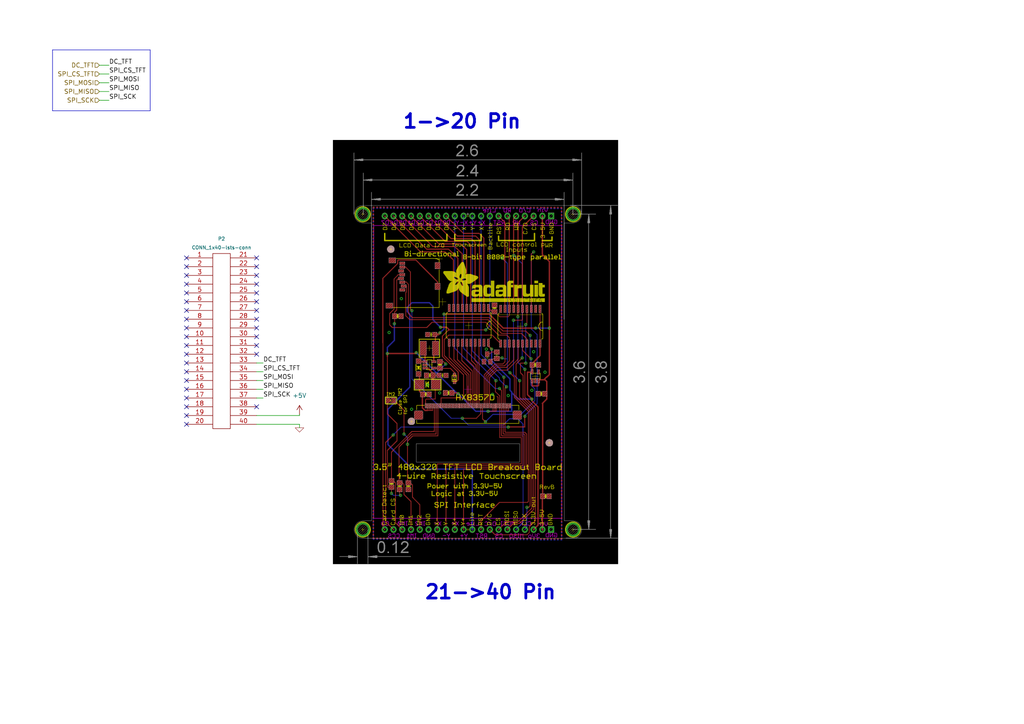
<source format=kicad_sch>
(kicad_sch (version 20230121) (generator eeschema)

  (uuid 1843cc2f-d84d-42a6-b167-08e5d007b251)

  (paper "A4")

  (lib_symbols
    (symbol "lsts-conn:CONN_1x40-lsts-conn" (pin_names (offset 1.016) hide) (in_bom yes) (on_board yes)
      (property "Reference" "P2" (at 0 16.2814 0)
        (effects (font (size 0.9906 0.9906)))
      )
      (property "Value" "CONN_1x40-lsts-conn" (at 0 14.3764 0)
        (effects (font (size 0.9906 0.9906)))
      )
      (property "Footprint" "lsts-conn:TFT_3.5''Adafruit_40pin" (at 0 0 0)
        (effects (font (size 1.524 1.524)) hide)
      )
      (property "Datasheet" "" (at 0 0 0)
        (effects (font (size 1.524 1.524)))
      )
      (symbol "CONN_1x40-lsts-conn_0_1"
        (rectangle (start -2.54 12.7) (end 2.54 -38.1)
          (stroke (width 0) (type default))
          (fill (type none))
        )
      )
      (symbol "CONN_1x40-lsts-conn_1_1"
        (pin passive line (at -10.16 11.43 0) (length 7.62)
          (name "~" (effects (font (size 1.27 1.27))))
          (number "1" (effects (font (size 1.27 1.27))))
        )
        (pin passive line (at -10.16 -11.43 0) (length 7.62)
          (name "~" (effects (font (size 1.27 1.27))))
          (number "10" (effects (font (size 1.27 1.27))))
        )
        (pin passive line (at -10.16 -13.97 0) (length 7.62)
          (name "~" (effects (font (size 1.27 1.27))))
          (number "11" (effects (font (size 1.27 1.27))))
        )
        (pin passive line (at -10.16 -16.51 0) (length 7.62)
          (name "~" (effects (font (size 1.27 1.27))))
          (number "12" (effects (font (size 1.27 1.27))))
        )
        (pin passive line (at -10.16 -19.05 0) (length 7.62)
          (name "~" (effects (font (size 1.27 1.27))))
          (number "13" (effects (font (size 1.27 1.27))))
        )
        (pin passive line (at -10.16 -21.59 0) (length 7.62)
          (name "~" (effects (font (size 1.27 1.27))))
          (number "14" (effects (font (size 1.27 1.27))))
        )
        (pin passive line (at -10.16 -24.13 0) (length 7.62)
          (name "~" (effects (font (size 1.27 1.27))))
          (number "15" (effects (font (size 1.27 1.27))))
        )
        (pin passive line (at -10.16 -26.67 0) (length 7.62)
          (name "~" (effects (font (size 1.27 1.27))))
          (number "16" (effects (font (size 1.27 1.27))))
        )
        (pin passive line (at -10.16 -29.21 0) (length 7.62)
          (name "~" (effects (font (size 1.27 1.27))))
          (number "17" (effects (font (size 1.27 1.27))))
        )
        (pin passive line (at -10.16 -31.75 0) (length 7.62)
          (name "~" (effects (font (size 1.27 1.27))))
          (number "18" (effects (font (size 1.27 1.27))))
        )
        (pin passive line (at -10.16 -34.29 0) (length 7.62)
          (name "~" (effects (font (size 1.27 1.27))))
          (number "19" (effects (font (size 1.27 1.27))))
        )
        (pin passive line (at -10.16 8.89 0) (length 7.62)
          (name "~" (effects (font (size 1.27 1.27))))
          (number "2" (effects (font (size 1.27 1.27))))
        )
        (pin passive line (at -10.16 -36.83 0) (length 7.62)
          (name "~" (effects (font (size 1.27 1.27))))
          (number "20" (effects (font (size 1.27 1.27))))
        )
        (pin passive line (at 10.16 11.43 180) (length 7.62)
          (name "~" (effects (font (size 1.27 1.27))))
          (number "21" (effects (font (size 1.27 1.27))))
        )
        (pin passive line (at 10.16 8.89 180) (length 7.62)
          (name "~" (effects (font (size 1.27 1.27))))
          (number "22" (effects (font (size 1.27 1.27))))
        )
        (pin passive line (at 10.16 6.35 180) (length 7.62)
          (name "~" (effects (font (size 1.27 1.27))))
          (number "23" (effects (font (size 1.27 1.27))))
        )
        (pin passive line (at 10.16 3.81 180) (length 7.62)
          (name "~" (effects (font (size 1.27 1.27))))
          (number "24" (effects (font (size 1.27 1.27))))
        )
        (pin passive line (at 10.16 1.27 180) (length 7.62)
          (name "~" (effects (font (size 1.27 1.27))))
          (number "25" (effects (font (size 1.27 1.27))))
        )
        (pin passive line (at 10.16 -1.27 180) (length 7.62)
          (name "~" (effects (font (size 1.27 1.27))))
          (number "26" (effects (font (size 1.27 1.27))))
        )
        (pin passive line (at 10.16 -3.81 180) (length 7.62)
          (name "~" (effects (font (size 1.27 1.27))))
          (number "27" (effects (font (size 1.27 1.27))))
        )
        (pin passive line (at 10.16 -6.35 180) (length 7.62)
          (name "~" (effects (font (size 1.27 1.27))))
          (number "28" (effects (font (size 1.27 1.27))))
        )
        (pin passive line (at 10.16 -8.89 180) (length 7.62)
          (name "~" (effects (font (size 1.27 1.27))))
          (number "29" (effects (font (size 1.27 1.27))))
        )
        (pin passive line (at -10.16 6.35 0) (length 7.62)
          (name "~" (effects (font (size 1.27 1.27))))
          (number "3" (effects (font (size 1.27 1.27))))
        )
        (pin passive line (at 10.16 -11.43 180) (length 7.62)
          (name "~" (effects (font (size 1.27 1.27))))
          (number "30" (effects (font (size 1.27 1.27))))
        )
        (pin passive line (at 10.16 -13.97 180) (length 7.62)
          (name "~" (effects (font (size 1.27 1.27))))
          (number "31" (effects (font (size 1.27 1.27))))
        )
        (pin passive line (at 10.16 -16.51 180) (length 7.62)
          (name "~" (effects (font (size 1.27 1.27))))
          (number "32" (effects (font (size 1.27 1.27))))
        )
        (pin passive line (at 10.16 -19.05 180) (length 7.62)
          (name "~" (effects (font (size 1.27 1.27))))
          (number "33" (effects (font (size 1.27 1.27))))
        )
        (pin passive line (at 10.16 -21.59 180) (length 7.62)
          (name "~" (effects (font (size 1.27 1.27))))
          (number "34" (effects (font (size 1.27 1.27))))
        )
        (pin passive line (at 10.16 -24.13 180) (length 7.62)
          (name "~" (effects (font (size 1.27 1.27))))
          (number "35" (effects (font (size 1.27 1.27))))
        )
        (pin passive line (at 10.16 -26.67 180) (length 7.62)
          (name "~" (effects (font (size 1.27 1.27))))
          (number "36" (effects (font (size 1.27 1.27))))
        )
        (pin passive line (at 10.16 -29.21 180) (length 7.62)
          (name "~" (effects (font (size 1.27 1.27))))
          (number "37" (effects (font (size 1.27 1.27))))
        )
        (pin passive line (at 10.16 -31.75 180) (length 7.62)
          (name "~" (effects (font (size 1.27 1.27))))
          (number "38" (effects (font (size 1.27 1.27))))
        )
        (pin passive line (at 10.16 -34.29 180) (length 7.62)
          (name "~" (effects (font (size 1.27 1.27))))
          (number "39" (effects (font (size 1.27 1.27))))
        )
        (pin passive line (at -10.16 3.81 0) (length 7.62)
          (name "~" (effects (font (size 1.27 1.27))))
          (number "4" (effects (font (size 1.27 1.27))))
        )
        (pin passive line (at 10.16 -36.83 180) (length 7.62)
          (name "~" (effects (font (size 1.27 1.27))))
          (number "40" (effects (font (size 1.27 1.27))))
        )
        (pin passive line (at -10.16 1.27 0) (length 7.62)
          (name "~" (effects (font (size 1.27 1.27))))
          (number "5" (effects (font (size 1.27 1.27))))
        )
        (pin passive line (at -10.16 -1.27 0) (length 7.62)
          (name "~" (effects (font (size 1.27 1.27))))
          (number "6" (effects (font (size 1.27 1.27))))
        )
        (pin passive line (at -10.16 -3.81 0) (length 7.62)
          (name "~" (effects (font (size 1.27 1.27))))
          (number "7" (effects (font (size 1.27 1.27))))
        )
        (pin passive line (at -10.16 -6.35 0) (length 7.62)
          (name "~" (effects (font (size 1.27 1.27))))
          (number "8" (effects (font (size 1.27 1.27))))
        )
        (pin passive line (at -10.16 -8.89 0) (length 7.62)
          (name "~" (effects (font (size 1.27 1.27))))
          (number "9" (effects (font (size 1.27 1.27))))
        )
      )
    )
    (symbol "power1:+5V" (power) (pin_names (offset 0)) (in_bom yes) (on_board yes)
      (property "Reference" "#PWR" (at 0 -3.81 0)
        (effects (font (size 1.27 1.27)) hide)
      )
      (property "Value" "+5V" (at 0 3.556 0)
        (effects (font (size 1.27 1.27)))
      )
      (property "Footprint" "" (at 0 0 0)
        (effects (font (size 1.27 1.27)) hide)
      )
      (property "Datasheet" "" (at 0 0 0)
        (effects (font (size 1.27 1.27)) hide)
      )
      (property "ki_keywords" "global power" (at 0 0 0)
        (effects (font (size 1.27 1.27)) hide)
      )
      (property "ki_description" "Power symbol creates a global label with name \"+5V\"" (at 0 0 0)
        (effects (font (size 1.27 1.27)) hide)
      )
      (symbol "+5V_0_1"
        (polyline
          (pts
            (xy -0.762 1.27)
            (xy 0 2.54)
          )
          (stroke (width 0) (type default))
          (fill (type none))
        )
        (polyline
          (pts
            (xy 0 0)
            (xy 0 2.54)
          )
          (stroke (width 0) (type default))
          (fill (type none))
        )
        (polyline
          (pts
            (xy 0 2.54)
            (xy 0.762 1.27)
          )
          (stroke (width 0) (type default))
          (fill (type none))
        )
      )
      (symbol "+5V_1_1"
        (pin power_in line (at 0 0 90) (length 0) hide
          (name "+5V" (effects (font (size 1.27 1.27))))
          (number "1" (effects (font (size 1.27 1.27))))
        )
      )
    )
    (symbol "power:GND" (power) (pin_names (offset 0)) (in_bom yes) (on_board yes)
      (property "Reference" "#PWR" (at 0 0 0)
        (effects (font (size 0.762 0.762)) hide)
      )
      (property "Value" "GND" (at 0 -1.778 0)
        (effects (font (size 0.762 0.762)) hide)
      )
      (property "Footprint" "" (at 0 0 0)
        (effects (font (size 1.524 1.524)))
      )
      (property "Datasheet" "" (at 0 0 0)
        (effects (font (size 1.524 1.524)))
      )
      (symbol "GND_0_1"
        (polyline
          (pts
            (xy -1.27 0)
            (xy 0 -1.27)
            (xy 1.27 0)
            (xy -1.27 0)
          )
          (stroke (width 0.1016) (type default))
          (fill (type none))
        )
      )
      (symbol "GND_1_1"
        (pin power_in line (at 0 0 90) (length 0) hide
          (name "GND" (effects (font (size 0.762 0.762))))
          (number "1" (effects (font (size 0.762 0.762))))
        )
      )
    )
  )


  (no_connect (at 54.102 112.903) (uuid 03b105a1-3c54-4149-9999-87e3e7a73450))
  (no_connect (at 54.102 107.823) (uuid 03c5c56f-08f5-4067-b29a-8d83d2dd08b0))
  (no_connect (at 74.422 102.743) (uuid 1eba1fba-6516-4c28-91c3-21232758b9cb))
  (no_connect (at 54.102 95.123) (uuid 260f465c-c517-447c-b32c-4523e36b12ae))
  (no_connect (at 54.102 120.523) (uuid 2c5edfa3-ee11-4d11-af7c-d0d1ee7b7ce7))
  (no_connect (at 54.102 105.283) (uuid 31dba010-5407-4f1b-90e4-00c59a6d1ca5))
  (no_connect (at 54.102 102.743) (uuid 3a916fc4-df22-4ce9-9592-dfb73ca6c1e7))
  (no_connect (at 54.102 87.503) (uuid 3ef1f951-4953-47dc-9c18-0dc58d4e8b34))
  (no_connect (at 74.422 100.203) (uuid 4f13b7b4-9d8d-43ee-97f8-396d6af6a17a))
  (no_connect (at 54.102 84.963) (uuid 52024608-7ffb-434a-9112-03cd4086914a))
  (no_connect (at 54.102 74.803) (uuid 595037ad-ad0f-4426-bb2c-afb5bf1f7ea8))
  (no_connect (at 54.102 123.063) (uuid 6730169f-514c-402e-9ef3-4dc8d9920485))
  (no_connect (at 74.422 117.983) (uuid 80d00c98-1c01-4749-80d9-7445fcab8eee))
  (no_connect (at 74.422 79.883) (uuid 85eab861-2176-47c9-8a85-09e0789f0544))
  (no_connect (at 74.422 77.343) (uuid 85eab861-2176-47c9-8a85-09e0789f0545))
  (no_connect (at 74.422 74.803) (uuid 85eab861-2176-47c9-8a85-09e0789f0546))
  (no_connect (at 74.422 90.043) (uuid 85eab861-2176-47c9-8a85-09e0789f0547))
  (no_connect (at 74.422 87.503) (uuid 85eab861-2176-47c9-8a85-09e0789f0548))
  (no_connect (at 74.422 84.963) (uuid 85eab861-2176-47c9-8a85-09e0789f0549))
  (no_connect (at 74.422 82.423) (uuid 85eab861-2176-47c9-8a85-09e0789f054a))
  (no_connect (at 54.102 82.423) (uuid 8bd24d16-f802-46e0-b28d-79e94545b441))
  (no_connect (at 74.422 95.123) (uuid 8c89720b-3875-4e8e-bff0-a786dc426551))
  (no_connect (at 54.102 90.043) (uuid 939cacbf-0868-4356-95d2-603accffeb34))
  (no_connect (at 74.422 92.583) (uuid 960261eb-ab7c-48cb-8284-55249bf8cc5b))
  (no_connect (at 54.102 117.983) (uuid 9a225380-dd11-4ace-bfa1-f20a3ab03165))
  (no_connect (at 54.102 115.443) (uuid ae0a47d2-951d-4e9a-9f77-ffbf1fc23d0f))
  (no_connect (at 54.102 92.583) (uuid c81a8c04-c264-4877-a8be-f10f445b7682))
  (no_connect (at 54.102 100.203) (uuid d1fa7b83-d882-4945-a956-20b06c5069ae))
  (no_connect (at 54.102 110.363) (uuid daaa7719-0022-4084-bff4-a3833028b3b8))
  (no_connect (at 54.102 97.663) (uuid e75b4d8d-d912-4e2b-bfe7-211dc14fc8a3))
  (no_connect (at 74.422 97.663) (uuid e8545cf5-95c1-45a1-9ae9-d85182492b7b))
  (no_connect (at 54.102 79.883) (uuid f2086b6e-35f4-41a6-987b-f5c7ba1690c2))
  (no_connect (at 54.102 77.343) (uuid f78ee766-8273-4ba3-abaa-50823b236721))

  (wire (pts (xy 86.868 120.142) (xy 86.868 120.523))
    (stroke (width 0) (type default))
    (uuid 146b4382-7dfb-4df3-b2e6-1ab0c93ae4c0)
  )
  (polyline (pts (xy 43.561 32.131) (xy 15.24 32.131))
    (stroke (width 0) (type default))
    (uuid 1a33a26e-2a7c-4806-aa04-d2506350a165)
  )

  (wire (pts (xy 74.422 123.063) (xy 86.868 123.063))
    (stroke (width 0) (type default))
    (uuid 321370be-e769-4164-a457-7df16d7ca36b)
  )
  (wire (pts (xy 28.829 24.003) (xy 31.623 24.003))
    (stroke (width 0) (type default))
    (uuid 563568ed-d51f-4639-a551-140afa214cfa)
  )
  (polyline (pts (xy 15.24 32.131) (xy 15.24 14.478))
    (stroke (width 0) (type default))
    (uuid 59b76653-e532-4545-9bb6-5b803e5b743c)
  )

  (wire (pts (xy 76.327 110.363) (xy 74.422 110.363))
    (stroke (width 0) (type default))
    (uuid 647935ac-4094-4bcc-a25a-ae25f4ce839c)
  )
  (wire (pts (xy 28.829 21.463) (xy 31.623 21.463))
    (stroke (width 0) (type default))
    (uuid 64f3feab-8ae6-4e51-b46b-bf27976cfc97)
  )
  (wire (pts (xy 28.829 26.543) (xy 31.623 26.543))
    (stroke (width 0) (type default))
    (uuid 68754902-30bb-4a73-a257-a787c5822c08)
  )
  (wire (pts (xy 86.868 124.079) (xy 86.868 123.063))
    (stroke (width 0) (type default))
    (uuid 68f1a089-090d-4084-9a9c-3ca278692758)
  )
  (wire (pts (xy 76.327 115.443) (xy 74.422 115.443))
    (stroke (width 0) (type default))
    (uuid 694d4446-0a80-4ef3-9589-de0d0144df9f)
  )
  (polyline (pts (xy 15.24 14.478) (xy 43.561 14.478))
    (stroke (width 0) (type default))
    (uuid 8ff6605f-a365-449d-b3d1-69f045214542)
  )

  (wire (pts (xy 76.327 105.283) (xy 74.422 105.283))
    (stroke (width 0) (type default))
    (uuid 9307b833-2f01-4695-99c2-82385a1cad13)
  )
  (wire (pts (xy 86.868 120.523) (xy 74.422 120.523))
    (stroke (width 0) (type default))
    (uuid 95c9d1c0-2246-4854-8d3f-a13a3cfefa8e)
  )
  (polyline (pts (xy 43.561 14.478) (xy 43.561 32.131))
    (stroke (width 0) (type default))
    (uuid 987d3187-6309-4ec5-8474-737eaff1eb7f)
  )

  (wire (pts (xy 76.327 107.823) (xy 74.422 107.823))
    (stroke (width 0) (type default))
    (uuid b032c288-a1c2-4caa-b09f-fb94fbd3b6fd)
  )
  (wire (pts (xy 76.327 112.903) (xy 74.422 112.903))
    (stroke (width 0) (type default))
    (uuid c06ba48e-05e3-4b1e-84cc-bdaef5ad3d38)
  )
  (wire (pts (xy 28.829 18.923) (xy 31.623 18.923))
    (stroke (width 0) (type default))
    (uuid d029942d-f4b5-45cf-a91f-e6fe9971f571)
  )
  (wire (pts (xy 28.829 29.083) (xy 31.623 29.083))
    (stroke (width 0) (type default))
    (uuid e3136f1f-d080-4283-9429-7aac5a3fef98)
  )

  (image (at 137.922 102.108)
    (uuid fea2ec5f-480d-4adb-aac9-75274bfc5002)
    (data
      iVBORw0KGgoAAAANSUhEUgAAA9EAAAWtCAIAAABqYkSkAAAAA3NCSVQICAjb4U/gAAAACXBIWXMA
      AA50AAAOdAFrJLPWAAAgAElEQVR4nOzdTYgmSX7n+X93Vs8wTmVQTINaOT1DLumH3GeUfVMUzKUg
      6iKpeKAC9rBqlII+VNR25Urk4UkkxB60DTvMzhLPIenZykaRsHPIRrXLHjLhmZL6UsXUZaCyYQ8q
      bZAHT7bQ5qR6oKHIbFzsqLNnDxZhYY+/PebmZu7m7t8PQVWkhz/m9vjjz+O/x9zcTAQAAAAAAAAA
      AAAAAAAAAAAAAAAAAAAAAAAAAAAAAAAAAAAAAAAAAAAAAAAAAAAAAAAAAAAAAAAAAAAAAAAAAAAY
      xteGrgAAxGK9XlcuX61WPddEq6zSgPUBALghcwOYu7qoXdZb2LWsEuEbAMaCzA1g1uwDtxY06bat
      D7EbAEaBzA1gvhwCtxIo6brVh9gNAPH7+tAVAIBhOAfujo/ts0wAQCReG7oCADAA+9slh43CNvVZ
      r9c0dQNA5OhbAmB2HAYDCT1+SLn8tvUhdgNAzOhbAgC7A+tqtQoXagnQADB5ZG4Ac+cccAN1O7Gp
      T2x9YAAAzcjcAOalSzaNqvk5qsoAAJqRuQHM2uDJtfAdYPD6AABCYNwSABgrAjoAjAXt3ADmJejd
      kAAAVKKdG8AcxRm746wVAKA7MjcA2PI+NsjOAu3n7gEAxIzMDQCOggbf5jiu/kryBoCxoD83AFjp
      bQDs9XptuS3G5AaAsSBzA4CLQG3MbWO0fUAHAAyIzA0Au5FrAQBdfG3oCgBA7MqB21cjd3OUr9wK
      d1UCwBiRuQGgSWXGDZ25d5YftFYAAO/oWwIAtQaJtjblE68BYFzI3ABQLdrA3U9NAAAekbkBoKhu
      MJDIYy43egJAtMjcAGClh8DddhORfwcAAGjMQwkAFxgVBAAQApkbAM6MsT8JAGAU6FsCACLR3zEJ
      ABi1yWZu7iUCYG+oFm4+qQD0j0+eQUwzc3MwAbA07BAltHMD6BkZaSjTzNwAYCO2Oybbngs5dwLA
      WHAPJYCZmt4dk6OuPABMG+3cAHBmkMxa2ChN1wAwSWRuAHNUjrbxNBJbxm7SOQCMCJkbwOzEFrjL
      W2/O05X3fcbznQEAUEZ/bgDzMpa0qupJzxMAmAYyN4C56xJk6/J6ocydsX61WlVWw7JucX5tAABo
      9C0BgCg452YCNwDEj8wNYEYi75vhkJ4J3AAwCvQtAYCIqAxt892AtA0AI0LmBoDoNCdv0jYAjA6Z
      G8CM9JZWvWyIbA0Ak0F/bgAAACAsMjcAAAAQFpkbAAAACIvMDQAAAIRF5gYAAADCInMDAAAAYZG5
      XUQ+lR0AABg1ksb0MD73Dhz0AACgTyp7VCYQhu0fLzL3GbI1AACIHNPTjtfsMjfZGgAATAxZPH5f
      G7oCQRCsAQAA6pDF+8c9lAAAAEBYs+tb4gtfEAEAQAhcrp+kKWfu5ljMAQ0AACapIQKRf4Yy5czd
      jEQOAABGiuvtozPfzN2MQxkAAAyCEDJJ3EMJAAAAhEXmBgAAAMIicwMAAABhkbkBAACAsMjcAAAA
      QFhkbgAAACAsMjcAAAAQFpkbAAAACIvMDQAAAIRF5gYAAADCInMDAAAAYb02dAUAICLr9bpy+Wq1
      6rkmzcx6xlY3AEAZmRsAaqN2eYUYAu7O2gIAYkPfEgBz1yrCrtfrYSMvgRsAxojMDWDW3CLsUMGX
      wA0AI0XmBjBfXSIs8RcAYI/+3ABmyv52yUjidSTVAAA4oJ0bwBxV5tfValV5i2Td8j5DMIEbAEaN
      zA0AIhYDktQlbwAAdiJzA4D7CID9ND/TyA0AY0fmBjA7XSJs/03dBG4AmAAyN4C5i7nHSDlwx1xb
      AEAdMjcAAAAQFpkbwOyM5W5IGrkBYDIYnxvATEWeXwncADAltHMDQAtDDVRC4AaAUSNzA4A7ojAA
      wAaZGwBs0cgNAHBD5gYARyGiMIEbACaJzA0AVnpo5CZwA8BUkbkBYDfSMACgCzI3AOxAN24AQEdk
      bgBoUhm4vadhAjcATBuZGwBq9RO4AQCTxzyUAFChrj8JY5UAABzQzg0AtgjcAAA3tHMDwBZauAEA
      3pG5AeDC4B24HcZIKTyE1A4AEaJvCQCcGTxwAwCmisztqJ/xegH0hsANICokjYmhb4kL3gbAlPTZ
      gRsAbJA0pod2bgCzRuAGAPSAdm4A8zV4fxK3bXHTJACMDu3cAHCB/AoACIHMDWCmGBsbANAbMjeA
      OSJwAwD6ROYGMDsEbgBAz7iHEgA6DctVl9e50xEAoNHODQAAAIRF5gYwL8w0AQDoH5kbAAAACIvM
      DQAAAITFPZQA5qW3exnDbYjbMQFgdGjnBgAAAMIicwMAAABhkbkBAACAsMjcAAAAQFhkbgAAACAs
      MjcAAAAQFpk7OkySBwDAKHDKhj3G5x4S71UAAEZKncQrT+UMoo8yMncfyNYAAMxH3XmfLD5nZG7P
      iNcAAKASWXzOyNzuwsVrgjsAAPPBeX8OuIcSAAAACIt27hhxjQkAgMjROI1WyNzumpMxb0UAANCg
      IUiQIqaHzB0KiRwAgJnjwjU0MvcweBMCADBqnMrRCvdQAgAAAGGRuQEAAICwyNwAAABAWGRuAAAA
      ICwyNwAAABAWmRsAAAAIi8wNAAAAhEXmBgAAAMJiThwAOFM3QexQM1/EVh8AgDMyN4C5q4u25RX6
      Cbux1QcA0B19SwDM2s6AW1i51foOYqsPAMALMjeA+XILrOFibmz1AQD4QuYGMFNdomqImBtbfQAA
      HtGfG8Ac2d+e2E+cja0+AAC/aOcGMDuVsXW1WlXekli33GP2ja0+AADvyNwAsHsAkLqkG0hs9QEA
      dETmBjB3zuE1UNNybPUBAHRH5gYwL12CaYim5djqAwAIgcwNYNZii62x1QcA4AWZGwAAAAiLzA1g
      XmK7+zC2+gAAQmB8bgBzFFvMja0+AAC/aOcGAFuxDQwSW30AAHXI3ADgKLbG6djqAwDQyNwAYCW2
      RuXY6gMAaEDmBgAXsTUqx1YfAICJzA0Au8XWqBxbfQAAzcjcALBDOeAO26gcW30AADuRuQGgSWwt
      yrHVBwBgg8wNALUqA+6Ajcqx1QcAYInMDQDVYgu4sdUHAGCPeSgBoKiu/8ZQATe2+gAA2qKdGwCs
      xBZwY6sPAKAB7dwAcCG2FuXY6gMAcEPmBoAzsXWYjq0+AABn9C0BAJH4Am5s9QEAdEHmjgjD7gJD
      iS3gxlYfAHU4d8MSfUtiwZsWGERsHaZjqw+ABpy7YY92bgDzFVvAja0+AABfaOcGMFOx9d+IrT4A
      AI9o5waAM7EF3NjqAwBwRuYGMEflRuVhA25s9QEA+EXmBjA7sQXc2OoDAPCOzA1gXmILuLHVBwAQ
      AvdQApi7LqN91eXjQpmtYnSI+gAAhkU7NwAAABAWmRvAjMQ2gUVs9QEABELmBgAAAMIicwMAAABh
      cQ8lgBnp7RZDyw1xyyMAzATt3AAAAEBYZG4AAAAgLDI3AAAAEBaZGwAAAAiLzA0AAACEReYGAAAA
      wiJzzwXT3QEA5okzIGLA+NwTxIcLAACKOidWnhkZIB99InOPGNkaAABndadRsjhCIHOPANkaAIDe
      kMURApk7LkHjNdkdAABnnEbRBfdQAgAAAGHRzj0jXBQDAMwNjdOIBJk7Ls2xmA8OAAB61nBq5rwM
      e2TuMSGRAwDgHdeB0QMy93TwkQEAQAEnR0SCeygBAACAsMjcAAAAQFhkbgAAACAsMjcAAAAQFpkb
      AAAACIvMDQAAAIRF5gYAAADCInMDAAAAYZG5AQAAgLDI3AAAAEBYZG4AAAAgLDI3AAAAEBaZGwAA
      AAiLzA0AAACEReYGAAAAwnpt6AoAAADM1Hq9dv5ruO3Cu9VqRea2stlszH8uFgsRuX79usdNhCgT
      AACE0/HcrR5u6eHDh25bQSTI3BUKCVtElsul+U/17XC1WnncaIgyAQBAOOHO3eWSd4YT55JRSV8K
      8LWvyNxb1AHtdhADAAAEUg4nhJZxIXOfaThwS18sZW9vazlHOwAA6MjMG4WkoRTyhgotJO+xIHPX
      HqzlqF1fwtkvfg/4dZqa/1xlmcM6hRVs1nHbkENl2FD8GwpXGY7MnYVU/hXA9HTMGyTvsfja0BUI
      wrKvUuUBanPo7+2tReTFi9ryHY75Qp3LiURK5+Cd61SuYLNO2w05V4YNxb+hEJXhyLQvZFzfIsJV
      hi9po97QRjZLWZZXCFeZ/jbUoW90c97YmTSUQt6wSd7057bkvT/3fMfn3mw2y+XSPC43m+o3wHIp
      P/r6Uv38+Bvv/vgb7/7Z135672s/VUsqD+y6ogCglXJ02LnE4SG+NiQin6W/28+G4nnWbKh5yUY2
      dSsEqkyfB4wbm7zxZ1/76Z997ac//sa7eolN3lDBpny3JWIw074lKnBvLymu86Ovn63w3Z9cevn0
      qfr98zwXkcVi8cbly/LllyLy3Z+8+6NXr9Rfv/+rrVI2m069TZJkawihPD91WKewgs06bhtyqAwb
      in9D4SrDkbmzkMq/Rm5f9oeuAsZkX/Yfy2P75dNgmTe+unpVRE5PT9+8cUMttM8bKnbTzyQ2c2zn
      LhyI5a+bqj1bvvzy8qVL8uWXn3/xxWmeqx+1wuXLl1+dL/n8iy/kyy/Vj/o+ur0txwbvciL5UG61
      XVJewWadQEvY0Bg3FKgyHJk2S5JkUf4cMP+kfxxW8LVOYYVnSUU7TogNRfWs2ZDbhv5J8i8qDxi1
      fEQHjD2HvLFYLF4+feqQN2jt7sicM8jX/EEzbefWCgfkj7/xrojI06ef5/lisfj8iy/KD1ksFi9f
      vjSXnJ43fn/+xReLJPnxtXdF5Pf+/pG5lY7fNo/zg1bL7Vfocx02xIb631BUlbEv5E7yqfrnh3JL
      ZKsr4Ydy6458WlhirrNzBV/rlFc4X+cj+0I2srktT1w3tPtZ644NIvJA9t6VP1O/fyVfFQpRa5rr
      qNWC7t435A295N/L/7aRF+r3pSx1IW/IG+XaNmxoI1vzszjsXr8HjOrJXblCZWX+J/m/OlamywHT
      vKEkWYg43tzskDcuX778+eefm0t6yBsIZ3aZ22zk3v5GKN/9ybvqoF8kyWKxOD0tXthdJIlcvXp6
      elqYOEovF/V+UO+cG+/++W890pto+zY4zg/0SdfmPA1gSprf9dF+i6jsW9JQiA7EgZ6RGbiVR/n7
      6pdC1wVzTb1OebUulSn79/kf7SxE79K6vhZVL8GLwpLjfEdNBjlgzp9a8Xmp/d/ct6TPt4A+F3fh
      kDcuX75caOCTlnmDHiaxmVffkrrA/aOvL/UbQET0AV3UZvnnX3zx3Z9sXfppe5HnOD9QP+qfWVa8
      bXbnkvIKNusEWsKGxrihQJXhyLRfEqdyllUey+N4uuHqtLqUpfqpq55+OnqdHp6FGab1j24S1uxr
      si/75adc2BYcmNHcrQnMLW+UA3fd+g15gx4mUZnRWIENgVvdDakv2ZgH9CJJyssXi8XlS5fOvqQ2
      rq++kpr3OtR94SzUOU23Og+N5UwMwAv9CVD53t/5+WDzAeK8jkqoKs8VVmhbGV1U22e0c5192b+Z
      vdD1NNdRAVRl2SxbmYHbLEevFmL3nvVjSffMSN2we1VlPsreqtuQTtXldTayqdyQl2dU+Pb1IN0T
      43uCLkevZtak7kn9bvpZZSGtKtzxyLQvZ+e4e855Q11RV0HCav36vFFo7WasQBuFPtxedtccM3f5
      DWDerFD5jfOW3DJL0+Wv1+sP5cPy+lsB3S52l+vcfNIFAL/KrdflZtfCOg0rlP9Ut0WbNdtqKLnw
      p7o1w9WtVfXMhW71Cb2Ty+oqX/jrIHveQXM0b86vXfJGcdaObnnDjN1kbhshMvdc+pa0CtyLJNHr
      ZKvs4g1QGN1zvV6tVtkqu7X9LiiUc5rn8uWXDp1Msmylflo8TwBwUpmfCgvrMpb9CnATTwDVzK8B
      ha4slWzWiZN5Fm51Rh5R3kA/ZncPpdbwjVMtzFaZnB/oark5AdVisXjnnXculq9ERNJ1Wi5H/fLm
      pUs/kmVhQM1mTAENoB+VzahqoZ5BUP91ZzPkGHPVWJgvx7DVUL/EUJkedGz8cssbupW1mEOc8gb3
      U7ZSHhzQfBWczaKdu9zIvVzK5UuXzDeA6mKlqPZlUTv9w+pLOeb62i25dfCHFZeK1Pialy9dMq7y
      7Kiz+R3X18RXAFBWl59mEqeU+FvoI3w5IqxSPHzljbrlHvMGejOjdm7zsDPvGi70qVJHv9R/p1mv
      15V9sC7WX0m6vkjJF+V/8cV3f/KunI+jySCaAKISf+4MYSlL3aI/dF12UFWNpKnbl1E8nbaXnX3l
      DfOK+lZ9nPIGTd2Dm347d/kI+/E3asfFPPu6maaVbwD75aqccvmff/HF2TD4FnxNfAUAaBB/5iuI
      /+uBjcLNlOXfI9HlsnOXvFF5k2WgvIF+TD9zK9XXVrbHudTfOOXWrepeO22WZ6usdtzN5lqJyPbc
      78RuAOGY98AVfoauWn/MJxvzc4+2Ym4KsXsa3cR95Y3q/NAtbzBc97AmnrnLjdw/+vry5dOnUrrE
      o+8FLnyD1F9qC8v1vcYN62/e2ZTXf/nqFV89ASBOY0l75fbgCFuIxaiV6hXTMB5lzIHb7bKzr7xh
      s5y8MQoTz9xl6laG8iUb1UmrfImnbrm6H6Lt+nXjcZZ1n/gKAGbOPoYOMia0W0puGNU7tthtWZ/C
      RYZg1XHkfNnZV95wyyf2eQO9mcU9lPpCyo++vpSnT83xLCuH6VmnqXmfRKflq0zf36C3+/Lp0x9d
      PRvHp+FOSqI2gD7ZJKSGdcwWTakadrBPre6MjLx6dQ8vDOPYZ+yuS8bOQ99EGLXdeMwbZrGh8wb6
      MeV27sr7cy9fu1Yez1Lqx+FuGJ+77fp84wQQLZs5BRuu/ttk8Z5ZxrihujR431xDN/TJJNpBOF92
      9pU3HPJJQ95YLpeHh4f2z2KGyoNzNy+3N4t2bpPqXGXKVlmrcTE3G/n616vH565cP1tly4+X5vpq
      yHr5VVM9s2zF3O8AemMTy9zmwRkw8HV5Uj1Uu8smiNd9crvs3D1v7O+3G7fbLW+gN9PP3Oa49N/9
      yaXPje+aSsM43HXjZT582Dg+d2n5h6cVb5jlcsdI9f1H7cJ3uO5TLlEyJVOyfojlam1LtkTJlDzG
      kju2LHp8Lja8543XX399tfrv7Nd3zhvox9eGrkAQ6l16/fr15XK51bnKmHxVRBZJcpB/r3JczMrh
      eNTy69dXT56sxXgzN6+vlm+NWp8kl69de/nqlZ6adbk8q3PPHxBn9VyvReTTxaeFq1GLxeLg9KBL
      rXTJImIW7rHks65yus+c75J1hUUkRMl+6yzs5yj38853N/u5smTheJ79fl5+vNR1q+sy0bDcHM2j
      i4bLzua722/eWPzwh6+/fvrWWyvL9e3zRpZlDx8+HCRvjELDN72OO2367dxNrl5dvdN6HO6KL4tt
      x/O+evXl06dy9Wpz7dpOfOVmvV6ffTJW9f76UD4U6ya6csnq4QspfiCenp6eyulisehYsqqz+YF7
      ev5MvJSs6PI7lsx+ritZYT+zn4X9XCqZ/aw4BO529W7k4bJz+7xxenq6v99i/S55A/2Y7D2Uh4eH
      lROc6nErC2/UtuNi2ozPXbm+2u5pnl++dKmh/l0mvrJ38YFeYu6fD+XDthf4Lj7QGz8ou5Rcrqfp
      08WnHUuuK9+tzuznupLrymc/m9jPZvns57ntZ4fAHcOgBb7yhnM+qcsbDx8+5DbKQUy2b8nh4WGa
      pmJc69FTsIrxBriYC+r8gTv7Wm02ovuW2PfNUtd6zDfemzdu/N7fP1K/l/uWFHJ2iKZuyw907ZbU
      fI2uKtnmA71LyQ31NJc7l7yz/IPTA/uS2c91Je8sf9T7eecFSvZzZZ05noX9fG758VK2u77Yl++x
      b0nDZefKviVe8sZ6vd7fl8ePpVBOQXm56i90+fLlly9fqiVvXL78/n/5TfW7KvDw8PDhw4e7nnev
      4unrEq5vyWTbuRuY42Wayy8O9O28m2WL69dXm41knyTqHbW/L/v7W8ttyqnbbh23ia/stfpAl/O3
      sWXJDeXUfUDYl9xcT3O5W8k25bcqmf3cUIep7mebZjz2c3lNjmddMvtZGbyFu8tl51Z5Y7PZyhWq
      Y4nKGwcHr7/++un+frGcuvJ14G6+oo6yttd2Wplmf+7VanX9+vXKP231LbMbLzNN9deaXEQ2G3nr
      rdV6vX7rrVNzeXM5ddutU5r4ynM7t3ljiqaGMdJ9zrbuw1gsTk9Plx8vdzYbqJILH3z6+70q3yxZ
      RFqVbNZHSi0HheflULIuv/CowpUK55KF/WyY8H42+26q9qrCvVDs53LJHM91JcuM93PZzv0cibZ5
      48mT9XJp5o2VmsVmvV7XjV7yzjvvlJcvP15+/vnn5pI3b9x48ffnW1yJiFy/fr17u7KOp/E0UXe3
      1XvH9+AWM2rnfvnq1Zs3btiPq+15edV2o3L2gW4cW/rjsu0HWdMH+molpQ/iRcubXRou1Xm5klh5
      RTJbZV4+0NnPZvnsZ2E/G/VkP9dhP5vlh9vPddpediZvoNJkM/dyudyURhh5+fRpuY1ZfdBUdtKq
      XL5YLFqtr5YXtrtIkpevXjXU33niKxvlRpTyB7pevvVN/fRU9a5rKFm2LwWWP9ALy1X5NiWfnnfR
      q/tArzxh6FrtLFnXp/LEUD5h2NdZYz/rf7Kf2c9mycJ+rilZ5r2fC+z3s0ely85WYs4blbN0oweT
      zdw2FklS+UG2TtOG5eVv0s3rl5er8TJ3Vu84P1A/u59JN4UP9K2+a+0/yBo+0Isd5du3TNR9oH98
      756vFqDC81V1bjhh2GM/m+X3tp+3tuJ1P5e3W7cfVqvVixcV9dkZUArb7b6fC+WPYj9zPI/6c2Od
      ph/fu2e2yMZ5PIcWed5AP2aUuTfvbIpH3tWr5VvORdqPf7lreaF7nBop0xygfljlD/TCCcNL+WbJ
      enmXS6Lax/funR4fl29t6XjJVde2cGI217cvXNjP9euH289pulY/4ns/myXr5V728717H3/4oZgl
      N69vX76q8L17H49oP3M8j/pzY52mN/74f/zyw3+XJIu6QQW6lC/1+6Htfm7gcNmZvIFK08/c+gjb
      bOTlq1fdx8tUBXYcL3Nntc0R+INOAq8uXanfzc/EuhNGW+UWFOcTRsOJ0yxZ8XXiXNy54+vEzH6u
      XD/cft7aiteAYrP813/9bzYb0T8iYv7z13/9b+oCxPFxxXJfAeXOnYWv8nvYz6M7ntU3Dzk/nneu
      b1N+XQt3oP3sXH7l81rcufP0h/97xfLwgdtv327Ly84jzRvozZQzd2WXbsU8ENWXQtUvqvwG7r5c
      la/6V6nt7uzMrWTZSv1YPFdHhTek7hzWEIBala/3Q6Hbmceg+c4HH2wtOT8xd/9AX2WZeeL0eGJm
      P5vC7Wftzp3qgNilxXHn8r/923+2XIr+ERHzn3/7t/+sVfmxBe5+9vO4jmd96HoM3Hr9rffFnTse
      97OXwF1XfuV+8HU89xa4O4otb9CZe0BTztx19BvAcnxuX8tj/iDQ/AYg8wNiZ9Bsy+OJue4DvfLE
      7CWgsJ/N8sPtZxlby66X8qfUgj6W47kcuAvlO+9n3Xauyy+8X5zLLwfuVVbbR7+tHo7n3gJ3l8vO
      E84b6/W68nc0mEXm1t/ovv+rzeVr1y7u8j6/tzddb918UBifu8ty3bPKfANcvnbNpnPV+ryPZKsn
      a6n8zftso6UAtLz3HXE9YRQ6lhWCpipZr9+q/suPlw0nZrPktlSd607M3/3Ju84Bhf1s6mc/l4Og
      2zi+lftZtlt2C+Ml2xcupf2snfUdL23XXmE/l7cb/36O/3heJMmndxKpD9zO+1mXrOtZ+Nzosp8L
      z7cQuOdwPNuzv+w80ryBfkw8c5e7l5hdrLTFYhF0vMzFYtF2vMwuE1/tVL71uy4AqY/7N2/cODsB
      7JpKd/POZrFY2ATNs1NUksj5B7pNyer35hOzWbJ9nc0ldSfmn3544+XTp61KLixhP5tLetjPzUGw
      4342g2Y5oHTcz1ITULrvZ3O5GVCi3c+RH8/6IT/98IZN4Lbfz7pkHeibA3er/awK14F+Z+Dufjyr
      LjFtj+cyy+PZL7cmsLHkDfRm4pm7TH31NJeoD4gPbxXXXLccR7O83PxA1N9x37xx4/f+/pGPp+JZ
      OQCpj+PL166ZAchGcbSEUtA0W2500LTUfGLeahNqU+dC+eUTswqCXUpW2M9m+b3tZ+kwU13lfm4I
      3JXl17UwNQT6ji2CZvnlcnwFlND7OfLjWa+s3r+f3kk6tnDXVeOnH97w0sItIvLll2bhqs4NgdvL
      fr72h//t6fFx/MdzJecmsAjzBp25h/W1oSvQB3WQ6fbuH3/j3c+/+ELUh9rVq+YbVY3uuU7TyuF4
      Wi1P12m5fNl+D5hH/np7itF1muqx9/P8tPyW665yqt6CN29cBKDL1679+W9ZfVuonBK5uCS5CJpd
      Si6Xb55O2pZctx/MliG3ksv1NLGfzfI97mfzTVSsv3UDW+V+1g1JquSt+ncoWdX52rXLT5++NEt2
      q3NhP+u9cfVqMeC61bmH/Rzz8bxOU/UVUdVHtuf3rq6/3d7QJev6qHNWU/2dSlZ13vF+7PIKJsml
      S68n/9U/yf+f//jq1S/K+8dtSvnKelYu9zJRTrnX+9Zfq6YHjzZveMzchT7cXm4DiE3li9vF7Nq5
      ReT3/v7RmzduiEj5AD379tx5vMyzchrfAM3cJr5q5eD0bNijhg8s84P+95/+tuVXfF1yQ/mnea5P
      VM4lV5avP9YvX7vWquSdH+jmCcOhzuxnGXo/m8srn2NzyZblO5esqMBdWX6rkuvqee3a5fJyhzoP
      sp97O553lqk2/ftPf9s+cNfVpK5kXZ+dgdutZLEI3JYlN9RBBe7K8u1LFqfAbV/4Tm3nfteiyhs0
      cg9uFrloTaUAACAASURBVJlb9eo2j7Q//61HhUuTupGjcKm07biY6zStvOS3SJI3b9ww204GP/JX
      q9UtuWUZgG7JLdVV0eYkp0oulFMuX51InEtuKF+dmH//6W+3Ktn+xOxQZ/azLnnY/azckprzWX3J
      leWUy3cuWZfTELhblWwf6B3qPOB+Dnc8y3ngrhzhrtLp8fHvP/3t0zy3Cdw2e0M/ndPj41tyyzJw
      O5QsdoG74/F8+dq1hsBtX7JD4PbY1cShCYy8gUqzyNxa3Xj1sj2epbpXQi1vNV5muk5VP63KN/zL
      V6/09aadbwCHia8cWAagg/x75knIYwByLrmynmb5v/nFW11Kbijfrc7s58qSG8r3uJ8LLbutYoRZ
      Z78BxSy5UE65/FYBpVyy0j1w65KH3c+Bjue2gVvREbZcT1OrWKxL/s0v3iqv1iVw65IP8u/1cDy/
      fPr01atfqB+z/BEFbmex5Q2/jdzlwQEZLtDGLPpzK4Ve3SLyo68v1e295htARBZJohststXFzSXr
      NK0cpmedpuYtEYVyzt5pV6/q8XqkKnMXug0VZn4OOjOO2vSni0/Pqm3cBa/OrPppmo+y6WJeKFlR
      l/xClOy3zrJ9U5f3vcF+lvD72ewbXSjZQaFktfDqVZHt/eyrZL91FhGzD7r3vRFoP+uFPRzPiyTR
      gXtnaebW1T2IYnE8WxZo1sHyc6N7ybrC4u94Lg6gcfVq25Jt+uLXLffVnztN13eST9Xvx/lB4XTc
      0OU3qrwROnPLFLt0e+/PPbvMLaW3wam6Z6vUF0pRB7S618Gk3wDlkY8Kl3jU9bvmwC2DZu5CHbTq
      uzfMFazv7KRkSh6k5K0bkf19blJybyWb/wx91BVi9I4SalZ2u7GsLhZvrRNZyTY+vnfP/GflbD7N
      Oraeenkuzafj5lgWSd7w3pObzO1mRplb6mO3iMiXXxY65In6xt9huX3glqqXVr/P+wnclpxPcpRM
      yf2XHO5NRMn9lLyTx6POS+buuF0vBfZQslsFet66L10yt0SQN0LcOknmdjO3/txnU+SYh9/ZAXr1
      amE81MX2OJdtl6vvspaBu5L9xFd9Kg6T5G++Hkqm5P5LxtiN/diYcOB2tpFN+aewQsNjbQpsVZ8u
      c7/L0HmDsUqiMq/MLfWxe/PORr0Nzn6q+opZLlclyNWrm3c2zoFbJOzc712MMVpRMiVjqsZ7bBC4
      y3YGYofA7bCVgo5NYEPlDQJ3bF4bugJDWi4vLvpsNiK/2vzo6lJELl+6pGYELH65rOmDpZZffG29
      elVEvv+rzfeNN7VD4DZ/9/tx2fxxs5RiXSvWz2QvffBYHqt/6RpuZFN+eLua1JccqM7mQ2wq71Zy
      c20jLFk/sHmfRFjn5to2bK7VoUvJzhtt+KvNG7myYqss+yz9Xf3Pz9L9F9nNhvV92Zd9EdnI3cJy
      c6N1O3Odpvuyr49n6StwW+7SVmt6YW6usAO7l1kuMNxBXinmvIHezK6dW4ymbikdmt//1eb7v9q8
      fPVKrl5VtwCffYmsullB/fLmjRtqKt3TPJerV9X9wubXzfJWhtX286tufX1KU9Zpqj/ILDfRtmR7
      9iUXHuLcxLKz5J2FRFWy+cC2rUrNJYeucwOHJ9KqZC/NafYPj7bOOzfacf26hYVjYy990GpbDlTg
      blb3lFXgNpcMFbi7L/TCDMduUbjhs6VQoEP5Xi4795w3aOSO0Ezbuc9nyVnKxSWYi7+qI/hHi4uD
      9c2qb6KLJLl87Zp6w4jIQnfV2tqQeyUL0yn7ZfmhU/eZpZavssz8DHqS3r6e3W1+oHPJdSck+8/Z
      ypJbtXa3LVnvDfMhlU0s8ZRs39odeZ37tJRl9wQcrl25suTudXZQ+YK2ers1HzBvZR+Zx8Z+WvyS
      5pFOzI/l8Uo+KlemwVBdShx2ac/Nw84lV+52X/X0+IHTW94IGrjrBpMpjyyOgjm2cysqdtc1eMv5
      d1DV9ersQL969c0bN9SP+ufLV6/0aoECt4SZ+93mxLAzN0vpVPEkvV1opWhuLLEv2bKBwUvJXuq8
      L/uqpa2wQ+zDa/8lS/1+LuyTUdS5UqCgqWpbuZd2nvidr67sZNORw63Oodm3UBbWLBwbgVq79UbN
      niGWogrc5X+2WhNuguYNFWxo4Y7TTNu5lfNxAzfq9/IXUEV1vTr7x68sS/ZVR/90+5Zlc8XOdSrb
      Hc3TeUNLm0PJNpnMoWTJzh7ot85P0ttSOp9GXnKhIadhn7QteS99sMkCHnU7y2xu0vNCF+6l2DHW
      2Yu28c5cv7crISMK3NJml44uW+sviuEOYO+XnUPkDR1mfFQQQcy3nVtbLpdmm/dyefbjVJT7YwuC
      zv1euLLfXV27Y/cNFUo2b5PatB/yqaFk3R7mt877sh9o7I5wJUvp/N3lHFzez6GPugbmi1vo0Nw9
      Z7h94bEvdkR1HlycI5kUqvEiu+mr68t4RynprvnzZNNhiEAt3GVnX3lDt20TuCM363ZuU6HNW4pd
      oxoeGKpK3qO2qW1r906FtqXP0t8tnE6cN6RK1r0n99IHb2Ufeclt5ZI3WfE6e4c6n/X43Jd9PYpC
      911dKHmdeju51rX9Kx1j92fpvog8lseqk4lla7dNyeYraI5WoTyQvUJjZOEKjLmwrOEwK5cs528r
      m0zccB+C9zo3lNyqzoPo8tVXHXXK4P3+y7PD+GqSbRu447ma0V3zcTuiZ+qcN2jbHhcy9xYzeZtL
      Jnk8h4vdKgPtpQ98teJcz+5K+kDOL+au03SZ+bkUrktWPNZZhWMJsDd6i90e6/wiu7l3/gr6jd1u
      r6B5GdohcHfkVvKwdR5E3dOp7IJcXqiPukAKI/016G2K1p2F2+/SEWmufPendpwf3Ek+1b9L4HfZ
      zrxRjigYCzJ3BfMgHurgzrJVD9Mpe4/d17O7+iT3WB5L+thmdG0bL7KbT9Lb+p9mr/EulrKU7GLc
      LrPO3ZX3RrkHtps+Y7evOr/Ibkr6WHzHbv0KXiwyXsFUqu+v33p4+z/ZlGy/0cJtix7r3LbkqFg2
      vZsfYn1U63yjn8nvSv343HX2Zf+t7KPd69lxDtyjTthan/f7Br3sbIOcPQ1k7h3q8rd3i8VCRMxx
      dvqZ9X0py59t9kXkZ7L/rWXrW4JM6hPQDMeHJ8/lqPqS7v7mB2pv2n96mHGwsuTNRvblB3LeCtGq
      5ObL0JuNtP1gL+8NVfL1u2clm9Vz3Rtbsbuy5K0qbazKd7gFrW3JOnb/7O6+GC+ZiPsruGMISLsa
      tnVycv/tt/0XO96S9eBmXfb2ZiOybJEO2948V/dBvkiei8jDoys2hahjuLBwf/ODs02oim3XfV/2
      f+Pks83bLl81y3VeJInIc/W7qrNb4K58a+jNub2O+uFql2rXc/cyTfubH/xMih8dcv7p0f8XisPD
      w+vXrwfdRDw5u26gQNggc7cQ9KBfr9eHh4fhyq+z2VycPH626Rq7xWh3PDx5LufhuNBWqs9M0jIM
      qWilSpbtaFV5A7h9yYXL0M0l2yu0wh6ePBc5G3VVV6/b3jiL3d87+buvSiWbWj2LVrHbreTH8vh7
      J38nIr/Mv91QspfYbWZBj05O7heWmA1vqpO0WyNcuWRf4q+zeTi1GmqjnCmrB/3cdbgenjy3j91i
      zoyzWT7enijH/K6uAreuWKudXBO4t+qcvm11iJcDd/PmHL6s7tzDDWXa7BnzA7Oyb0+h/O5XcW0u
      O8eTiUMzWwZV/mZMbntk7njpANHDrT/fWj4+a+32EbtF1fnoIhybvWzNFhT1e9todSgX55t1mt68
      +4/1J+/j5Z+KOgG3L1l1ftB1PpStKQnUB715NnH+qvDk9lmdt+KF695Yp6LC6xvyxpPbV1Rrd/dm
      3XC3oOm98ZXIG/LGa8mzX+bfvhjuStxfwXLs/tBLje3UDese83V8X3XWgduc4PqstABXGBpq2Fzz
      5ubbdXpFtxSs7C4FmIFb/b/wEaQ+N57cFhW4v5Kv9FOw2kBVnddp+sRY4fDk+WmedwzHapfqJfuy
      /63lY4f3oGzv23W69e1llWV1ZVr2EdI1fLz806pu/X969kG9URMBeOt31M9lZ0weYwVGqjiCRHg6
      ahdPmS0/rfT6OqKp05hqRTY/MTeyafVRrks2o/D3Tv7uteSZnA+cpNd0O83r7hlKoTFJ7GZ7Nuk6
      65IfHl3Zl/0nt1Ozhg57Q7t+N1Mn8r8+ekuVfLbp813tfL6xnBzeXnlv/NujfyQiryXPyked294o
      fDHQdz71RueAmKN2Qcc669fu6Oi9uj+5qftKULewS+BWLFu4lXLgNks2P5HUt+Kv5KuHR1fcWrjN
      wF1Yx7KF+6zA87231fahgqner8tNl0+kZsZg0qU/7Zr13Tx91K1T+JPzDRtACLRz48LjZadGgvL6
      p2/Lv/jkfRF5JiJnZ4tMRL61fKzW2MjmvP9u7WdoueR9+YHksi/q3POZiDy5fVayuaZNycUNLWWz
      yVXU1mdfFRC/tXxc2A/NO6Wyzk9uXzQdO+8N2X5FVMl/fR6192X/8e3zULtZqn6xbiWLyPW72W8k
      f6f/abT9L8/6I53HDodXUO2Nvz6S3zj5bJEkm01eOOocXkEptXb3E7srM58ehs9yXAUVKZLkvvnP
      i9XaJ4TmkvdlX+QHj+WxWTvLOpeVA3cnm+IBZij2+G/13c9XjjTnfr9uV7L+SGnbAb0hcNtffap4
      D5592y9vq+t7cEdNGq/p7TzwvrV8XNdl+7yLVLsCbfR52RkTRjt3vJJkoX763KhuJFCfiW0/rcoN
      Faq37m+cfKa6f+iW4+4l61bYr+Srw5Pn5Yl43CyXZ+3ouitIiDp32RuVZ+tCm7Ru7dYtcA4lqy9g
      hf7Wus5tJ+Fr2BuqtXuRJG5HXVnhvHjt0s87FtjMy4gZ4e7Qriy57RWb/jUcYOafBhmLQ2/U/l2g
      DnLNobbdJ76xb/QN3Tw8rs7P/V92xlTRzh2p0sRXfXy3Pvsw3W6EcPiE3XrIUjYbWSTJ4clXqpln
      kSQiuWy3SVhupfiQTNZH6eHJWRdJ3efYueSz389bu/XdVIU6t1JR5/NP7fN2r3Z1Lo0HV1GyiDy5
      nerW7uXSpWR9JKg2aREROcsN5yf7x9Ly61nd3nh4dOXw5LnZ2i0tX8GCQmu3fgULNfHCS0DRKSRN
      31Pdox2aANuUXBsWewuvTfvtvHd0p0JkuZYgCamh5EJ9VCh/clSxcqv97GumSeMG0x116P4ebBBy
      DDAgXrRzo0JDlzu30gotx34nLVfJVRXuq+RAdVb7M8TE1JUll/t2t6WPhB7qrL/e+DofxzkB+FSF
      G2sF4aZ2Hzb7jqi1e5DLzpge2rkjZU589e/zP9rI9wNtqLa73vKsa8HPNk03rNhayuubH6ibHWV7
      OnSH/oLFh2Tyhrwv55fLu5RsWWe30s5HPvlTVWdzaMJOdW4sWW7vmzeGuuyNpexvfqAOg9B1fnYk
      v3Hy2b9I3vjZ5tuPl3/avS/pg3zv3eTPviHfuCxvdH0FCyXL3hvyf4qnjiXjLnkpb3zyL0VkX/bv
      bvcA9vDu7mZPLo7Y6/KPm0tWK78hn4nIRv4PLyWrp7NnNIrbT6CjHv5a8mzP6AikDuBNabW6CtQq
      vAdrCun4cph7Sc6fu9puuSv5TpaV8d4H/WViTGPU12VnTBKZO15q4qsBu13qWyr1eKhdwrcqTUXY
      83FqP1N9hd2KNUdp/WX+7deSZ79x8tlfH70lInvpAxU0O35bMOusdJkOXZW2v/mBqlVhRPAudW4u
      +aKTSTeq/L32E61X0nXWS8z9/FryTJ+YXet75lH+/ltycRulxwntof0vR//6j07++I9O/vjb+S/V
      Ei8fGiGYh1yBeQT6LVmPzC0i/+HtFoff9gemurmidittld+DhRfL+T2oyyzs0l/mfj6IuhcCDILM
      PQ7helju6K63Pdpu12qc9+2+WJJ8dZrnbYutbh3JZZEkqvfk4cnzX4g4lFzhvM4XN0t1mBy+uLe3
      p8vpUueGkkVEj2TiuEOWRqft0kTrZn90hzpfyD0cGwVqtvMnr/auypdeXkGzZDVEo/f35qhL/o9y
      WviT27vbVw3NXtcvdjVPLoyB/3dWIFzJF5tI08X5eN5yNkbqf2xYv/t70Cxhszl7w7R+BTcX3fDN
      Jy4ip+f1V6OjtCpWdg0VVeDxIE/z9Z3k0zfkDTlrC6M3Ohx9begK4IyahzI10oya+Gpf9m9mLyY2
      kmihe6LH0ZcomZJN5uxx4UruUg4lB2W+6Dtf8UhWLj/E/lGxmcaz0OdiEXksjwsHefncPR+Tn4fS
      +xPkHsp4Zdkqy1Y3sxdDV8S/cDe3UTIl918y4Nc0oiqAAjI3hjHGaEXJlIxKDYOWMCpcWwTu2JgN
      27FdycG40J87XuqTd096uuWr+dTYZVCn+pKzRZLoudn06NqUTMldSm6e4rswbnfbkm3eCJarFR6i
      eB89LVydzcc6/Mmm2HKVvOyonRN8Hp48X73dqcyCRfJc/96q5FWWdXlpbDSU77zp8gPVoKvXjSHy
      nUu25HenZdnqrmxE5KOdqwL1aOeOlBkLtoZ+C2PnB5nzubP5gad5rgfAlpbtjpRMyc1l1pXv1tqt
      J4qyr4Almzq7CVfn0Cqr5GVHlR9YWGIedc5l+mL5CnYs3++myw+p3KVeSu7NOk330gc9nIsxbbRz
      Y3fTkTktpfeSVbRq26JJyZRcqTCd08nJ/aOj98qrObR2L5dbKeT27YoKu7Gss1vJgepcLkF1L8nz
      4goOzY3NsXi59PmJZO6fJ7ddArdYPMd1esW5ZLOGfttud17bdN7PJv3EHx5d0e8yt5J3rhwolDtf
      GQMKaOeOl5r16lkS9nuRzbXajhcBd5Z8un2i3tnuSMmUvJMu+eTkfmVvY4fW7uWyutjNZusZOQcU
      s3DHIqrKDFfnEBGnLhaLUU+Pn0jmczfTocsG6nUp2ayh+ap1FO6T31T3xEP0ofLyHgSCInNHypxj
      NnTslpBz8FqW7BaAKJmSm8vXDcbqlFz4cSvZrPbJyf1CE2xHZj6urHPHYsVrnc1wc3T03tHRe2qJ
      +eNc8s4lvkou8B649d7uUrJZbY9fdfrJpt53aYHf92Al1f7Vw7kY00bmRizGOFoFJcdfcnM/DefY
      XSjWY9Oar44lBUHrPBlxBm4lUIN3D9z61djop3nbbAIzfwfaInNHSk38rjzK3x+wJn2KM7RR8qhL
      1r0p6ppgHUrebIrdPzxmoIYKdxysI1Cdy2l+pEI0x5Y7rnQvcETJO1wLN51JMEZk7ngd5wfH+cF8
      ArcSYWij5JGWbKbM5lNyq5LNlKN6U1T+yY0uwW+KDVrnEOKslRvvsVv8dTXpbT/7beruoTOJyWwC
      M38H2qJzEkQGGouqjuWYEpRMyZUlF4o9D687ZrJoW7KZidVZv8v4EjV19iBcnQMpjNRRKVDKNHOh
      3/G5zU20LblOx1fQZj93oYo1ByYv/9W5WJui/B7Px/mBmvtd5LHPcjEztHNHypzsapLTvzeLp62U
      ksdVcpfwally3YVsX6N/hAjc3uvsUAd7zTdQ2gy40bMBW+X93qjaZTV7zq/glK5+YJ6+NnQFcGa9
      Xh8eHqalaLKRjYgsJZrTS4/CzYFMyTMpOU3X6hf7GZvDlWxpSiUP3oJuvpo7D78xrhy5ycxjn6Zr
      1c79UfZW4U915+45WK/XIrJaef48iYf3J0g7d7zWaarmvhq6IoOZXissJc+55MkoD1yoRv4uj28I
      TEOWrW5mL2Z4zRl+kbkj1fPc79EaY7SiZEqeMPsOtQAAE5kbsRtjtKJkSp6quoELK+fE6WJnk/ms
      sn6gO0p7E27cEl/zRjVT15zn3P4FL8jc8epn7vdRGGO0omRKhrOdremjCJq+7Azcke+NoIG7eQUv
      CiMaeS4dc0LmjlTPc7/Hb4zRipIpeQ4a5sTp2NpdaC/XWSryiNmneAZvGZCvSytAaGRujMYYoxUl
      UzLaKo92Uo7dMpu4uXPsF3Og7skbam+oa860f6EjMjfGZIzRipIpGfZ2TnEy+PiDfZpJkrY01N4w
      LzubvwNtkbkjZU4wO7fp35uNMVpRMiXPlltOmkmktsTeMLE3MF5k7ngd5wfH+QGBu2yM0YqSByn5
      TvJp/CVPWKCGSVIX+mQ2gZm/A23ROQlbIpxXudIqywr3kvua4YySJ1byneRTX6fJcskikvtu807O
      07yXksPN/Gfm6SS5r37J80BbuxD5R9PYjeUUoPRWyeP8QM1DKfK4p01iimjnjpQ5hXJvc1/tHIMp
      KhNohaXkfkoO19odv0DdYOL/fJiS3vb2KE4B0VYM2Il27nip2H1X+ICpNYFWWEoee8nx8/jcC3Qr
      Y5qejRVoNhZIh3hkOQXMKNpiu1guxzECdz+G2htZtkrTtf69121jWmjnjtc6TdXcV0NXJGoTaIWl
      ZP374cnz7JPE1wl1lWW/828+Vz8Scm/ETz33k5P76mfo6qAFy+8Vk//6oQy1N7JsdTN70ds1Z0wV
      7dyRMvPBXvpARnaK79UE2kopeZ2merK6RZJsNnn3s+ZmI09fffPapZ+LyOHJ84dHVzzWWfcRzzLP
      bW5pestXyebrlX2SfHn++2bTNZSEiz4zyY6tjH2fPDy64rG0se8NzBnt3JiCsbfvUnKh5EWS+Cr5
      6atvmv8cV7eQjgp7VX39ANCWuubMZWd0ROaOV5Is1NxXQ1dkHCYQNGde8un2mBceSyZ2a8RuoK3C
      9b0Ba4KxI3NHypzsithtaYxBk5JN4WJ3uJLj10Psbugjzs1/s7XZyOHJc91nTC9UP8AMkbkxKWMM
      mpRsCheO5zyXZLiuO3KeqitjN9FqtsyXXsfuUYxFWEldc6b9Cx1xAEXqOD/Qgwo/yt8XoRuZrfHe
      REjJymmem6EwaJ2di/I7c41bya12y2me37j8uv6nx726XMonn3gpqcK4pmiBol+1h0dXVOBW/z3N
      RbaH/BvFy2pedk6ShTCmAVzRzh0v5n53Nsb2XUo29dbaPWptd0u4fu1HR+9Jqalb5aouoWq8zaJz
      VviaZA5aslyeLRxF1Aa8I3NjmsYYNCl5kJJHLZ7YrZCMoZRTtd8RA/ukBwYt/A60ReaO1CBzv0/M
      BOIgJfdT8qhFErtVU7fI1kyBNGeiBz3cl6muOXPZGR3RnztezP3e3Rh7M1NybyV3ebjHmWvcSu6y
      W8pdd7zs1aOj9+7eXQmt3ehRoQMSX/MQM9q5MXETaIWl5EAlj1rH3dJ9r+rGxc2mdlZ5RoWDiDw8
      ujLejiWyfdnZ/B1oi8wdr3Waqrmvhq7I6I0xDlJyPyWP2oCxmySNZhM7QrJsdTN7QT9PdETmjpR5
      /iN2dzfGOEjJ/ZQ8akPFbjUAhf45OnpP/RSW63EqMB/6FW+I3aNL5Mz9Di/I3JiLMcZBSu6n5FEb
      vJMJUND8RWt0Y64z9zt84R7KeKlx+J/Ja9/Ofzl0XSZipLf6UXJDyQ0rL5Lnl87nOX+VJOvUZ4/S
      QHPiuO2ojju88HCgO5Wn11WH1ViiNuAd7dyRMie+Yr5Zj8bYCkvJDSVPjPOOGra5unLid2V0vQiA
      MuZ+hxdkbszOBIImJfsqKkJ3zlvQ2xoqdk+p2y5QVpr7HXBE5o6UOdkV4/B7N4GgScm+iorQ6GI3
      AGAnLpTES8XufdkfuiLTNI3ezDMvuXmF67kkyVX1e57/J78xPcScOOaOupN8+oFTIeF2ODBPx/mB
      /hp8nB8IE9XBFe3cmK8JtO/OvOSJ8bWj2OGAX8z9Di9o545Ulq3SdK1+v5m9+GiIOsyjL2a2SBL9
      j0NJCtNiU3L0Jdvyezwnydldg76fR3bj8kv126tXv+iwo7Z2+PW+d3YQDq/gInmuf9+5E8a4cvwO
      Tyb1dIAuaOeOV5at1NxXQ1dk4gqZxkwqlDyKkifm6atvmv9kR2G8zMA9Xsz9Dl/I3PFi7vfejDFo
      UvKEjTF2NwwXCIwdc7/DC/qWRKo49zs3QQV2mudmslkk3jo/UHJzyXVrdp/CpjAnTsfSCuxLdtt1
      T19986r8Qv/T40vg3XIpn3wydCUAIHq0c+PCzKcHG2P77gRKrvTwyMOckV4K6c5514V7Cby/04+O
      3hORk5P7m42YPx23NfNPpGF52fk9vwfDHTDqmjOXndER7dzxGmTu99mf5PLCIA/+xlmj5KaSA/mL
      P3jzbHv5qd+S9dQYliXb77o0fU/9kmWrLi+BeaFAPUqXLDKaPqkdP5HKO2FiK8fPjN0jfToMvglf
      aOeOFHO/D2WMQ+ZNoOTJm/zAf0dH7x0dvbdcSuEHAKAQ5oCikU4QM8aSvZTTIMTMNa1K9rLrmOYG
      GFaSLJ6pvBTpXRUYB9q5gQoTaDkeRcmTxzQ3DtqOw13uRF5wePL88OR5YbV5zD/QCTtKMS87m78D
      bZG5I6UmfleY+2oQY4ywYyx58gLF7giV76F0SGzd1y8saRgimjTZgJ0DeEfmjtdxfqDmmx26IvM1
      xgg7xpInbw67bpDxuXUuLHQfL+fFh0dXKjuajzpZBq083fE1swnM/B1oi/7cGJPNpt1poHBOqnxs
      5XlLr+nQlbbuRFjYesw9sOv2W3PJla+OzUvgReVuT5L7ahi7fjQcn9Puk60D93K5NURg0FBoBm5N
      V2An+zXjNIrKFy4yqLnf6z6HbZZbfrp6d5wf7Mu+iIg8DrslTBqZO1JZtkrTtfr9Zvbio2FrEwcv
      F50LH811ZZprtkpLDZUsbz3O2N28n8slq1/UybUwkU35sn72SZAhe+v6D1y69PM7yacikndoWrbc
      dTuPz6nGbv3Ej47e638UwnLY6rN1Vh1410v31ZXroA9RvXLdF9RFcnEwX893tBSUB0E3P2cqv5YU
      /tRQ545sPl13rmmzWmWZQITI3PHKspWI3JUxtGbEp3yyUUsq5+moPAE4x+5ygZVlOpTc6rzinPDM
      BKonfgAAIABJREFUFsrKzRVKrqNDhg7ZasnhyXPvsbuwCf1PLzc8RfJdKHJ9Xk+IRENPcZs1LVtw
      7RNq4U+WqzVsyIvC+NwNn8OW7D9dfTGbwNR5GXBD5o6XOjfvyYMX2c2h6zIydRedpfE8ZK5ZXq1j
      Wmq4kG1ZssOl5N7a0QtJV6oCt/rdPqYEYlagEP0rvwyoheauUy9Ekpz1pshLLZHmK1UOAassyz65
      mFHyUJLTPC+sprpqmNNQ6hXMSlYGF7111VxafkYnJ/crS5aaVluaDyuZR3jz20q/Iuq1UCvXxcTl
      cuti0fW7FyvrNXd+K5aaz8CGP4WOrVqITkc9dBPKspVq/+KaM7rgHspImYGG+WbdVJ48utwYFOhO
      uM1Grt/N1HBm6qdcsnkpua6NqnKwiB5uqWyI0ZHMvq4Vqmr+s/JZmAvVrtt5at95NXyz2TGpe8PN
      iGZ96g6DhodUFq4fUvc6jqLfcM8KMdphTctPIbfPq7aB274+ALqgnRtowXvLsT4Fnua5zl6HJ8/l
      qNiwalNIYaE6j4ae1Ma4L+qiWLWwvKG65b4Uyjdnrtls5NS4hUvttOt3M/XPyopdz7cCsWqfVs3S
      2zO0F5mbqOxfm76db78oW82fInJ09F7DVezDk+enpdvRCnFqnRavKph3OhYeohVabZ0D9xz619p/
      pRzky2fD/p/8S+PdOk335IGI+SEHtEY7d7ySZJEkCyZ+j43flmNz8LL07dzsl6xLNtu6Ktu96ibc
      7qG1u0u/zD6Vm/cs66zbpHV+fXJ7x96r20ShDuUXZftmxFq6Jg2Bu8yycAfL5VaZ0xiGb+zif0uO
      SOVd44ADMnekzHu/iN2xCdphw2wScy65shux+U8vdR5dqHILIuauU69Ow96zaVzU/X9Ub90Cy0zc
      kK3VT11fEXPmmkDK91GgT+xzIE6EOfjx8b175YXvfPBB/zXph8cOG6Xok4lc9GewLNkmP/ntZLKz
      YXVKVll2KFu9ru8knzrMjlG+2at8+6mNh0dXIr/IPexRMYeeLWNhfvcrD6pYqfnlG+SrfpIsnqm8
      ZPcUgEq0c0dqRHO/f3zvXmXgbv7TBHhpOa48fxTusdtZsv1JyHtr97iSjVvPeEW9KGaAUCN/t1Xu
      AlSwc0LH5oCuC394dEX9FFY4OnqvsifSSFXepdqPjmMFeuH2ZAe/QtVw4JmDCbYtMxDzsrOX4Ucx
      W7Rzx0vF7vO5ryJlE6nVOpNs866aIMal9bHc8bcqdu8o2XIQ37pJbQrUSHOFOW403Tq7rgntdQ9v
      Lra7QvlJ8qmIHOcHuoG5brfYrZAvkkQ990uXXorI78jnX7xscbJvThK6Dg1jBe58bN1YgculfPLJ
      WeGtSh5Ew44yu8vb57PDk+eWjaw2lkvJPjkrVhrnxNGVLM+J070ODgP8tdpp5nBJ4nqoFMbnttyi
      NL4Ty+vEeRgDBbRzw1HbNux4Grz9tvEUziKFcd9salJ3trAs2eF02HHYkMHH2G5LNUjXjR1Z+Xul
      5bL4XUjavOJ1B54ZSrpEh52PDTFtjeoXXmibD91fXKt7yq0yqBv77kDhxg9xe7hlfQZsC+/h5WvF
      vOzs0KMM0GjnjlTkc7+7BeiP793rs7W7svknxImk0HK8SBKbTn8OPbAXSbLZ5F7Oi5ZzSTawyRwh
      ppxsVrc51XndJlVbrJCv01RfYs7zUzXSn1umLzf562RcHitw5840N1F5MUEVXjkKYWXhzTvEPPxO
      Tu6rwgtNlW1Tkff19fPyPkKlfck2bb1u0dxtmG2b1fpvOTabD8p3PtRRa4buwX+cH5xfc34ccDOY
      OjJ3vKKd+71Li3X32O39orP9ag0KETb7JCk3iBZYVlKXrCZxLMTuts+0oc4m3ZJdN8HkzvCnp5yM
      p1Hc78Dk976z1a1zSrO4t6V7rcj2tf7BOw1jVrhxFvEjc6Od7l1E+mntrjvlh7tqWW6TLsfucqNU
      q9ZuHbvNdvQu4aZukvnTvHo1/SebfLl6u+El6Cmepukt805Hj8n4OD8o3EM5t9httkoeHb13cnJf
      9xQ3mypJQrBXuC7Uqqk7HPOyc8NMVcBOZO54qZi1Jw9eZDeHrouVy5cumf98+eqV3/JDXKT2mwZW
      WSZHaXGJjwqYsVuMaQtbFWLJY/fTGMJWIRyr3eglHM85dttcbopZof6jqPPoLJe2d0tb9ssP1zN+
      pyxbqWvOsfXzxLhwD2WkzBbTvfTBgDUxNTRyFwJ35ZI5CDpdTqCSJ69825OvvReu5FEoB51RhFc6
      vaCtdZrupQ/iORdjpMjc8KAuXtctj2cMkxCI3REqNz/72nvhSkYg5uDQcY5QHs9dEBDmfoc/ZO54
      JckiSRbxTPxeF5QLwfqf/9YPG/46E8TuCBG7MQoEbmCqYslzKDAnu4ondpfZROrLly5579sdP78T
      rTeX7KXYmAXadeLvdQlXMnq2c5qbwpqFlStbzRsGzSzcY6r7vajCV29XrF8pwtb6KWHud3hBOzcQ
      Sm+t3ZMXdNfR2u1Mz32j58TRS/qZE8e7hjbmwtOpW7PVXPSFP+3cY2PcpRPA3O/wJd4G1Jkzh0R4
      lL8vEvutG2aXEv37//2TPxyoOrHorbV78oLuOo+t3VLq/Tm3L0gT8PDoSuFVq5tlXbVem4NpyvYo
      iq2oh6hZ5c/bxS+qwTznwNiRueOlhkQ4n/sqdjpe//Pf+iFR20Ts9mUUsbuy8OkpxL40rZ07cxos
      R4BWuyVEazSBe0BmE9hxfiDxTVSHsSBzA8EFjd1eyolZb99YaJNGtOpmnCWC94O53+EF/bkjZTYX
      3cxeDFgTrXLySJubI2d4A2UZ440467NbPK8LolUZr+nhDYwImTteWbbKslUkgbtBIVIXOpYQuDVi
      t7PyruPGR8yQGk1c/yjdY3eq3lHnP12LmxyzCWyqvafQDzJ3vNQHYFQTX1U2dUt9sK5bXldOPAIN
      vGATu8c75oMW4ikw3ghQ4CV2l0M2sbtMtX/F3wSGyJG5IxXn3O8NyvGaFu5KtHY7I3ZjvNrOdGO5
      fsf+3HXxmtgNhMA9lPDGMmT33Mjd3AI0yB1I6u69i3Pq0dbpbZGcLV+n1ZNoxK/VU2h126KvGx/L
      N6JxS+Ws6APAeVw/pW4CHdNyeTb8n83KIvLw6Ipa8/DkuTknjvdrX2awzlZZYWG6TvVCrNN0T43Y
      yy5BB7Rzxyu2ud+Vdz74oEtojq1XyVBdOAhzWtsWZVq70VHod73Z2Vqpm4SyTnn9hjqXN9dWtsru
      fWepfsjZZXOb9xfhxJXnoI1l7vcJ6NjQ5ew0zxdJ0vdWfdAt9G2TRJ22LcpM4Y4uGt7sDYd05aMK
      c+I00CVbHk6FOXGCfkDd+w4jDgJ9IMzBxTsffPDxvXsOjwpRGUvlk1Zz01EPKmO3ryA7IIen0HPs
      bpi7hNiNWblx+deGrsIIJMnimcpLu7oGAQ3I3HCkArRl8o6tS4liObdcUKd5Pro8pzukdq95l/lu
      aO0GOlKB+y//8Oe//cNvfvBXG+HuySrmZeckWdCnG87I3JEyJ5t9lL8vEunQJWaYLuTvOHP2TiGm
      ebNM9s2bLkz+bLlyQd3TsbzTtLBac5XqNre9WqZb+h8eXTGjrU2VyuE4+yQ5zS9aopLkvvrl7bel
      FWI3Ju/Ov1385R/+XP1+/L3TVLbfSnTsBnzjHsp4HecHx/nBo/z9oStiS91eqX+Grs5u/TRyh9hK
      c5kNf638U5+N/eVt6Yisuolbznejyynn4Mpe8g7PkVsq0eDh0ZVRdwNTfbh/+4ffFJEvXv6nwl8J
      3Kbj/KDyd6At2rkxF16SpWUhDd2FQ9dh50bNe0Z77lpTtzndr/3w5LnKMes03XkBVz+Rcpv0Itlq
      7dbrt71qoWJ3lw4wQGwKd0w+ev8/FPqTELjLjvODfdkXEZHHA1cFY0bmjlSWrdJ0rX6/mb34aNja
      TFohhwUKozZ3cDpsujlEWnY4sSnKXKfQpaRcgs1TMB+72VTcTqpzs82u07HbbHpcZVmavndycn93
      bRoVMn2csbvuRQFMhcCt+nATsoF+0LckXlm2UvPNDl2RieuhrTdQDGoVuJvX7zmoVYb1cst03ViK
      lbWt6wpydPSeWyWbC8fMfXon0T8jve9QBW7slGWryt+BtmjnjpdKDHvy4EV2c+i6TEFDo699r4N4
      GhF31mTwIVkc1MRu29G5VlmWfbIV0/+bS//66atv+qkccK4cskc3ayOBu5UsW92VjYhwzRldkLkj
      ZV7L3ksfMDaRdzEMFOgsnujvXZcBQyr7qFy79PNwsfvk5H7pa4KIyJPbncpUv7Qda6U35TeOGh+m
      7pJCq1F0fA25E+49UteqPbrY3T+HflltB2jq8rqHGLQKMNG3BPM10o/UkVbbnsOAIZvNxfmy3Fh+
      7dLPPVVtS0NPcT1V5/Q0fFOt3CGtRtHxOOROoG/UZuA+UGNLHeeVf0WlkQ7+s07TvfTBXhrpoL0Y
      C9q546XG4X8mr307/+XQdZmm3tq5HUbM6K7VFt1qGO55rbLsULaaq+1byJZLEcnVqV29iX7n33xe
      OZJJFztvzdRjsERis9nRGm1ZiM0K9nfTmoeQ9yF3NptOFxzMrZSP84PjXE+Vkq02pO1K5ctWEutd
      yA3iv4UaY0HmjpQ58dWzhJfJv/6Hyes5drfdolsNf/Yz+da3Wj+qsK3K16LcS8TybKcKrxxAMNDE
      zTufSw+G/VJnMz5Mq73UZcid/l+CNF2LfNj3VkeiY+xu/orVaqykjtsCuiPMYS4aPkkb0kCh3a6V
      Qpdxy2a88j9bbd3c6M7OjpY13PmounNVYe811628IfvYXfNEshuXX1Y+3MuurnyIx/sEyuUskuey
      PR5iebVCfVQvl+vGdw3VB71jRi8//OioKXa3PYbLSywPTi87//Dk+fXtb2eFI3l/Xw5Pnl+69PIv
      /uBNtSRJFnl+KlXH0mZz9sIp10vf+yp3TvmFa1jZ3u/8m8/PavWy4q9detg3zkqbLZKkcNwWpoxt
      rkNH3Tv9J8nimcpLQb62Yy7ozx0pc7KrEU1FOUZBGwgH6XvdMd+Ee1TzAyv/VD4r1/UHrXx4+e7J
      kXYnjZ/9OOgOsdjyIX22UP6rf/hPX736hfo9ufOpbF+cnINWnekr43XdYKB+dT8qzFd2bq8y/CJz
      x2t0c7+PUQ+ZOP5bHnuO3W3Z31I5SOyuazIPJ4YbNAtP02/gdtul/QRuc2SSf/UP/+m/u/XlX/6h
      cYfuh7ccyizXvOElDvo02xbe6sbWyitU5djt9wl2nLUX8Iu+JZi4ttEwRJT0Mvh30NbrLp1nzK4j
      HrdlrlbuEvrkdm0nE1Oant0veGu7u23dw+2ZXSkqz9zmlfSGU7vZ62C1PThgeUdln5z9cnjyXK/c
      3AlVVWOVZXqFo6P3nOf12Nk7SBpf353dsh0KVzcv7u+LGlHi5ovql7XcXaRskZzd9vrw6EqhD5K5
      3WyV7X92cTS+evULkW+KSH58IEYnkzL9Wugl5vPVmzADd2W3Ny83h9T1DCkX3jwRbHNlCn8y38iF
      KWOb6+CmodtVq20d5wd3kk/17yJEdTiinTtS5kmRqSgBhwEEPT48ElENhFLJMnD7urTyYO8scJtL
      ergCU0j2eX76Vx9cPD377gfNVS283PH0guvy7bryu656M/b5BNtuS11z5rIzOqKdO14qdt/lKzUg
      It2my+n+8ILRjRXoRduxAisf2HZ2m7rCy4FbRB4/Vi3fwUdz+5P/7/8VkYfHV0Rkk2UikmWrNF2r
      vybJQqS6tdueTdt8D9w6YDSEWvVOLPSfORTPo3kW0I0EMSBzAxiN7rFbAoy2u3MUvIb8sU7NXD6m
      cX/bjhVYfpT9auW9qgK3oludbz9J9V8LTdG6u0iD7dfCRZatRM4audN07dyHZ+x2vsrX72YixZ7c
      3gfR98X8NjXb1xRekLnjpZLBnjx4kd0cui7V1uu1r6JWKz7IYKV7c3WhhI6xO9xYgTFrO1Zg3aMs
      V2vYqzdfZDcu/5qI/MUfvJn91fBz0+T5qe5bMoHY7XAw73yVVZnlkUAl7titrjl/NHRNMGpk7kiZ
      mWAvfRBv+9eHZ7emLe7cOT0+Lv/davktl5v9MVuxxW7YCNpbV42Tfe87y+POPTq6K8RuEcfYbdM2
      H1RzjyC375bmo07z/MntrTfy4cnzELG7+7G3TtM9dZsunxPogMwNDzoF7nNzaB2chhhGP/Qeu53Z
      zKnpi5dRAk9O7r/99u7VmpVHe7AfLlAsRnBrNdONnphGRG5c/rV/9F//J/uaWKob3aKu1745dEmS
      LES+rCu2gTk6TWiDfPwulyJS8Tb0PmVsx4FQ+H4OX8jc8VItJc/ktW/nvxy6Lk0I3BiE33siuwh0
      9LqNS63/+eR200O6f3Eyt5skuwN3q71kv/KDvfTmv9qo7iX/8hvf/DURkX/w8pf/ucXGrKtUF7sr
      73Q0OwFfuvT6q1e/qJtasnmjBb6+8XoZittTHbJyJxPLKWN3zn1bfqCp+audzVsJaIXMHSlztKln
      Sbwvk5fALXE0naKgfJZSY0Q4TFkS6PUdMHbv7L4cdNCSh0dX2l7kXi7lk092r7azkJ1jbDuv32rl
      j97K0nWqDkh1P+Xl1/6B/uv//F9efiGyXErH3t11VVouL8ZKb1CO3Q0b0h4eXRlw2qNWr4hz+YVi
      K/t2d38vNw9d3wpzv8MLxudGJ14CN+K0XBZ/Hj+Wx4+31lGhp7xm4SecVZYVTsy9Dbx9dPRe3Z/C
      B24XDRW21/BqVpZvP2FK25WzVWYejbpt+3/4+5+LyN/8iZ/Drq5Klq+CeQ/lpUuvW25iqFEmW70i
      fjdU2Yfby3u5+1Ng7nf4Em8D6syZE189yt+Xs0nWRsCl5TvYp+1Q6PDXs6Huiayb07FL86pOruWS
      Kwezq4sUlXVQhXccTKNiMsi0Kc2Hm0I1W2Xbz/M/3/m3i7+QsyX3vrOsmxKylZ2xu3JqSS3PT+V8
      ZBUR+eCvrNpdy5NW+mW/n/3OL9u4fl7+2G+eMjbc3Leme9+xejiwE+3c8TrOD9TcV0NXpAVfXU1G
      Hbhl/PWv02cDdltDtXZjWJm60nH+U0i0PbdK1nVjMHuV6N4mKGuYpXJAx/lB5e9AW2RueEPgNk3j
      WYwLlxcgpYbkHmL3ZnP204DYbSna2M3c7+iOzB0p8+LvzezFgDWx5CtwT8ng5wlgnoZt7ZaaXgpm
      Rxdid4M4YzfQHf2546Vit5r7KnLhAvcYWy4ZzBUY3Ad/tbn3nYvkmySL3qYzaehzleenImedEyYw
      S2U4lcPnD/Vxytzv8IV2bnRFC3cBHYuBGBRau8M1LTff5LBcysOjK/qGSzO09d/a/Rd/8Kb66Xm7
      DqJq7c6y1c3sxSiuOSNmZO54rdN0naZ7adQjlhC4KxG7gRgUxi2JpEfHsLF7RKKK3UB3ZO5ImR8r
      McduAncdYjcQA2L3qEXSN0+1f8V8LsYo0J8bnvkan7tsvXY8M61Ww/TAG2rQaACmPD81b6OMpCO1
      2Us4kirFqbJvd5/4GIcvZO54qZPEM3nt2/kvh66LLceuJrduWRWeJNK+Zd2m5HAmH7sfP45rlO5w
      zOm4r+eSJPe9TOuIfpg3L0o0GZfYDcwKmTtSZqvMs2QcL1MPfbsdyid2O1iv1+obzk6/eeN//fje
      f69+P83zoS4phFY59PLJCbF7TMyAK9Fk3ELsFhGRDwesDyolyeKZyktWF2WBauMIc4jfUDdTjqLv
      +Bhjd2Hv1e9PY7nd9YrRaZjr5OTk/ttv91gVdBN/7BaRJFl4mbIevphNYH0OOonpIXNH6jg/uJN8
      qn5/lL8vEuutG+cx6zTPKyNX2+WtjCJwK2OM3dqI9rN3zZMLYnSI3QCGQuaO13F+ICL7sj90RWoN
      25FgdEFwpLF7dPsZaFYIuJEgdkfLbAI7zg9kDBPVIU6MFYi4WN6fPtIgOLoBBEe6n32xaeSmIXyM
      YmjbLouzVhCR4/zgUf7+o/z9oSuCcSNzR8r88J3P3FeFDFrXDDzqIDii2D3q/dwdYRr9I3YDE0bm
      jleWrdR8s0NXpCdzCNzKKGK3w02x4SvVHwI3AMX8IsSXInRB5o7XKOZ+9yVQ4B5LEIwwdjPDqD0C
      OjBtqv1rPk1gCIR7KCNVnPt9BPfaubMM3GfTVbYdHSVK5ZnV4r+lcj6BmwwNAPCOzI2BWQZuGXqY
      FO/GFbsJ3ABma52me2rE3kg/oTEO9C2JV5IskmQxlkko3dgH7kkqP98IO5kIgTvkAwFErjDG64A1
      wdhNOc+N2hjnfm+rbeBerx2H1I25gTz+1u75BG4AAMKZZphD/BxauBdJokOefRCM/zbKmGP3rAI3
      bdUAKiXJ4pnKS5HeIoRxoG9JpNQklMr0xuHv2KVkekEwzk4m09vPDboHbiI7MEnmZWfzd6AtMne8
      jvMDNffV0BXxjMBdKbbYPdVhGQEAGASZG73qOXCrIKhGOlc/rTbXs6hi96zG5z48eT50FQBEyrzs
      bP4OtEXmjtQk537vPkpJ9yBI7HZG4N6J7iXAJKlrztO77IyekbnjNbG53wMNCzi9IBhn7J7efgYA
      oE9kbvRh2MC9yjJzizFE2Gaxxe4JB256lQBoZl52Nn8H2iJzx0v1P95LHwxdka4iaeEmdrshcAOY
      OXXNeTKXnTEUMnekzIA16tgdSeAub53YbWPCgTsQunQD06Pav0Z9LkYMmBMHAfkN3Kd5LrdulX+v
      W+diyXYddK3imXqmzrDT5Uw7cBOOAdgozP0e+VkDMSNzx0uNvf9MXvt2/suh6+LCewu3ryncid02
      1DCLdaNuVy4vfL2Zrc1GntweuhIAgMiQuSNlTnb1LBnfyxSoS4kvxO4dW/T09SZaNHIDsMfc7/Bi
      fGEO8fMYuNfrtdsDd6ZGYrcvm40sl0NXAgDCKM39HsUHL8aIzB2p4/zgTvKp+v1R/r7IaG7d8NvC
      vUgS1XW4Vd9iy3nIid3djbHBeIx1BgCMHeOWxOs4P1BzXw1dkRaiGqXEBiOZIARGIQQmg7nf4QuZ
      G95EErgtG7k1YjcAoAFzv8MLMnekzMmuRjEOf7ibJtsGboeWb2L3fNCxBAAwCDJ3vLJspea+Groi
      u/U8SkmIribEbgBAGXO/wxfuoURXEwjcCrdU9iNcSzPDpwAIIctWd2UjIh8NXROMGu3c8VqnqZpv
      duiKNJlM4FZo7Q4taNeOzUYOT57rn4BbAgCgJTJ3pMzwFG3snljgVojd4fTcl3qzkZOT+71uEsAU
      qfavaM/FGAsyNxxNMnCP0bhid/+I3QC6MD9R+XRFF/Tnjpea++qZvPbt/JdD16Wot8B9mudy65b5
      S90KxYUdlLtKR268fbv7cXJyP8/p7Q0AGBKZO1LmZLPPkrhepj5buHdO4Q6F2L0Tc9QDcJMki2cq
      L3Vqz8Hc0bcE7fTcpQT26GSyE4NzA2jLbAIzfwfaiqsBFdpxfnAn+VT9/ih/XySKWzeGDdzr9drt
      gfNpLKe1OxIPj64MXQUAQFzI3PE6zg9EZF/2h67ImcFbuBdJcnp8HHoq+LGLOXYvl7Q0AxgZswns
      OD8Q4VMMjuhbAiuDB26FwG0j5k4mc+hRPYfnCMzKcX7wKH//Uf7+0BXBuNHOHaksW6XpWVeKm9mL
      Yee+iiRwi0jbwK3axcPXKzq0dnuh0rNbbfWkPNcbb7paJGer0R0FAKaNzB2vLFuJyN2hL2MNFbgt
      m2YZt7tOzLF7FHRzdasvCWplnaTtHZ48V+n89u22DwUQkNkEps7LgBsyd7xUYNqTBy+ym8PWQSNw
      j0u0sXtETd1tdX9eehKft9/uWhQAL7Jspdq/hr3mjLGjP3ekYpj7ncA9AdH27Y6803MM1dtszn4A
      ABNAOzeqRdKH29zux8ZyArc9WrvHTu+lJ3Q7AYawTtM9NWLv8B+cGDHaueOVJIskWQwyCeWAgdvc
      dN12CdxtRdvajVYOT56rn6ErAsyI+WnJJye6IHNHasC53wnckxRn7I6hC0dZnLUyHZ48p+cJAIwL
      fUuwJebAfZrncuuW+m/dX6uXQ0Ri7WRCD5OO9N6L/6sCMFJJsnim8hLnE3RA5o7UIHO/xxy4ZU5T
      uIdD7J6wzYbYDfhnXnZOkgV9uuGMviXxOs4P1NxX/Wwu8sANX+LsZBKzEX0fGFFVAWBuaOeGSMSB
      e71euxVLo3iDCFu7AzV1Hx29p365e5fjAYAL87LzcX4gQ09Uh/Eic0eqz7nfow3cIrJIEmk/5bu/
      Ck7WHGL3cin6KXaZxX1c6GECeHecH+zLvoiIPB64Khgz+pbEK8tWWba6mb0IupWYA7fSNnAzeoml
      GXYyWS6t8qgZzecQ0wEAPSBzz1r8gbsSgduX2HrP+22grYvLKnlPtTF4qs8LGEqWrSp/B9oic8dr
      nabrNA038Xv8gbuy2ZXA7Vdh/w/e1O03Mp6c3G/468OjK3V/UnmdRm4AIqKuOYe+7IzJI3NHyow+
      4WK3RuCeM2J3pTEGbhq5gRBU+1cP52JMG/dQolcE7jgVbqkc/H5Kv05O7ud5bR59eHTFbTZ1NShK
      +VrzUGGdwA2EMOHPRvSMdu54JckiSRY9T/weAwL3IKJq7Q4RHz1G4eXyYhTCyr/2j8ANAJEjc0fK
      nPhqkrG7rqmAwD2gOcRu9ePs4dGVhu4oQyFwA0Gp9q9JnovRJw4gRKR8W+fH7QM343N3EVUnk3Bz
      wqtiF0m7LiWkbWCGmPsdvpC5I2VOfPUof19k+rduVI6jcprnIiK3bpXXP83z2uXoYCaxO5A+a0vg
      BoARIXPH6zg/EJHzua/mRYc8pnAfBLG70uHJ88qm7v6r9/DoCjdyAf1g7nf4QuZGdAgTMYgtdksc
      g/epEU6u55IkZ0MQ9n9ZJcIuLsC0Mfc7vCBzRyrLVmm6Vr/fzF58NGxt4rBer90eSGO5m6i5jq8f
      AAAgAElEQVRit8SUvAc0isBt8xrF2TFGjxp5fddXqUVSfdFjAizfYnG+gkDMyNzxUuP+3uUy1rlF
      krS9mfL0+JhbKruILXbLjJP3cinrdJohLwabTet7ajETZhMYc7+jCzI3xo1hBEOLMHZLVRvbtFM4
      bYpBTfvgQXdZtlLtX1xzRhdk7nipoLMnD15kN4euS6QsA3d5nOkYUuOIxBm7lY5pSXcPuH43lmdU
      QNoOjcANoB/MiRMpM+LspdMfKNABLdx9iidkax1nt1kurfpGDxt5CdyhnZzcH7oKGIF1mu6lDzgX
      oyMyN0apY+AedoZFdNexbdIyy6rVlssBsu/R0XsEbiAGhat8A9YEY0fmjleSLNR8s0NXJDptA/cq
      y/SPXshH53h5D9x6tIoGfQ5ScXT0Xm/bmjMauQH0icwdKXOyWWK3qWMLN7Hbr/7bgPtp4R7Kckng
      BqKj2r84F6MjDiCMSdvAXTlQoHlHYFS3A8ZjvV4vkqRhhY+rFp7meeih0EME7oZG7s1m6yEPj67Y
      tIg7i/z7AFA2h8G8zSawJFmIcMqAIzJ3pMzJZh/l74tw64aIiK/xuYndO5V36e4vPLduBa1SiPEl
      2mboELHb6LXCcRipcmSc8Fjpo87HQMzI3PE6zg9E5Hy+WchpnlemuublpzVzcxO7W5nAKDFu3biD
      YpqbUSCDzpzZBHacHwgT1cEVmRuj4b3fArHbUgyBe6hu3IXuJX1uGkAkjvOD8/avxwNXBWPGPZSR
      MieYvZm9GLAmmLkYArd3Xcb2bjuACVOuAACEdu6Yqdh9l8tYNdbrtdsDzfbywgyLKIgkcHuMrQ5F
      dW/q7l4CgKFk2SpN1/r3YSuDUSNzx4u535stkqQQ+2wCYuUtlag0pcA9eGOzc+w2a75ILjqgX6++
      T6Fp5SS5L9aDf7faY0ly3+8Qh75eL7UTOo6tXlmZRfJcF7uztubKOx/yN39y9svhyfOdr7LlQaU3
      d+Py52dLXtYWFWIokroyx/JdNMtWqv3ro6FrglGjb0mkmPu9rUgC4mR4GZZxMgqJobegEOKrgs1E
      MA7b9TW/TJduP3UOT54Pfr+sFuIJAhgFMjemgMDtncOwjOErNSQztLllplaPOjm5Hy6ZNZfsvN3u
      dQ4aRmNIuvFEf7SyTtO99AHtX+iIzB0v5n63NOcg2Cf285QCU10A7f4cnaNtD5l42Ng9peNnVszL
      ztz/gy7I3JFi7ndLDkGQD00HQwXuGNomTR17KVg+HV/9NNoiFIbDvgVA5saI0ee4H7RwT1Js32f6
      Mc9njY7UNWfav9ARmTtSahJK5VH+/oA1iRl9jnvA/pyJYRtiicKIlnnZ2fwdaIsvbfFi7ncHBES/
      ht2fk8xhjNUNAPNEOzemg8DtF/sTAMzLzubvQFu0c0fKnPjqZvaCcfjLTvNcbt1qXlJYvkiSnio3
      fg595U/zXRN4tDHJRm6PmhvLQ++9wtY/+STs5uq2WxDoWVdudJ12mmdnbsZ+bec4Pzi/5vx44Kpg
      zMjc8WLu92bmFO6WGLHEnktf+aovPGhrqEFLLFWGJz0JZZatwsX9sec2ADNH3xIAVqbd1WRceW7n
      ZOaBno5NsQPuyXG9iBgL1f5V/h1oi3bueKlG2T158CK7OXRdorBer90e6NAijoJpB24wenQ/Hh5d
      WWVZ8zr3vtNPXdBClq3UNWf6eaILMnekzF4Qe+kD2fEpPQuLJCnEO5sgyJjc3fUfuOfcmdvsp1H4
      04T7EE++iXrnpQnEbJ2me/JARDgXowv6lmCsaHntxxz2M3kIQB3mfocvZO54JclCzX01dEViNIcg
      GINB9nPPjdw6cE++qRUAMCDyXKTMya6I3QUE7h7oPjl1nXPKy/2OFdgPWrgB7JQki2cqL43vQw4R
      IcxhZAjcPWh11ykTK4ZTaPJfJBd3Ol6f6Ll/zl35EafS3O/06YYj+pZEypzs6lH+/oA1iYrDRC3h
      KzVr3hNSb5Fruaxo5I7ny8PJyf0Zps8ZPmUA80HmjtdxfnCcHxC4TS4TteD/Z+8NQiQ50nzPj1ei
      oQ0pGRDMUojeeqQfkgDVYx8om3caiB4YWl1xKNhDvUMOPNjKWjLUtTpEQB9Xt0UQcSjUijxkwQ5M
      HtSwhyoIlZqG1wnv2Nk36RHUwQu0Q22xDYIhJfyxD+XMHizT0sLc3cLc3Nz9M4//j6DK093c4nMP
      j/C/f/bZ94EcfLR1IczL4jQEBDfgCWq/g1AgtgTEDQQ3qIpdcI9GHYs/CG4AuIHa7yAI8HMzRU/N
      e5BedGgJZyC4QSVGI+6VFAEAAPQV+Ln5ImW3rH0FSKbFGI/ta/LrY0ymsbU05+yMRUZvp7t3O48a
      xEKaTpJkrpa7NQZEDTQ3iAaUcAdVUTUdiapdPJ1HmAAA+IDa7yAI0Nx8kfWuduj0Ij3o2hYAYkIm
      JJmkaZ2accxl90bPffrHVuxoEZfBCs4fGQBgy4HmZopeYHYnOUU+0JqgYO82MBrRPAlZ44an7L5O
      cbhdPwqxRAeBXjJPkh06Jdq2rx0IDOZQAgDiRs6MbEiTQeoBsOXoLhu4b0Ad4Ofmi6x99Zreei/7
      sWtb+sMkhZuiJ7SmhuUb9S9UIyLw5AMA6AHwczNFLzb7WuDRCIArGvVqW8gXrQSgcxjGPvUSIQav
      xVu4F4OaQHMDALhgUdJdSW2dHstux0ODwgNbiO4C05cBqAoe2pgyy4ZTcSaXn2ePSM7eAKDvMI8i
      kNp07wn3CKVOxPHJydOGsuEvl0haUorl5GznCQGALdDcfJllQyK6rjcLAODCaER/5Bre3bTMKuxf
      iI7r1W+5uOR/+GUWMn/GlugusFk2JBSqA75AcwMAQGUODx+enHQjNO+fvCGivS2rr8pfVoIeM8uG
      1/6v845NATGDeG6m6AVmD9KLDi0BABRyePhQq3MJAAAA2IDm5kuaTtJ0AsENAGeiGBwHAHiju8D0
      ZQCqAs3Nl3mSzJNkJ8HsSQBY0w/Z3eOsLJESxSfSj4t/I9L/BRcYqAk0N1PM2u8AAMaEymO4JQrG
      YDuPGgCwbUBzAwBAGDrPIK7wMyOIY7XDM8Dk5HMDp6U+cswZ/i9QE2huvggxkLWvujYEAFCBmhKn
      /rzMOgbUlN0Q3GGpf1AtnJZennkdfdhZXwagKtDcTEHtdwDipaZyrSO7O1RpHZrdY9nnfWhtjrr0
      +PwDEBCIOQAACI+U3TKXtsJdmhwePkzTSaWk1AF1j+zK8d1HI0qSADkTK72pvkvvqXpmOjktVa+Z
      uBBi8FrqpS3Liw/CAs3NFNR+B6AHPDu8vfckreOq1JknN+7zSbqh/rzua5eNlTJ2zHcWyuzW9s3v
      bj9j0jGvzkal02t50zx6z94EOavHd38uF46+LlXHHX58PNGHnYUYEFW4NgDQgebmC2q/W0jma0F1
      6QQ/goApvVQhAAAAqoJ4bhAfhuAuXAMAAADUR/q/8ssAVAWamymo/V5GmbyG7AYAANAEs2z4PHv0
      PHvUtSEgbhBbwhcpu59QlSlFfUcX1iqeRK1M5gmCTAAAAADAEGhuECW6tk4nKZzcnFkuEdPsynJJ
      QjyVy1kuQ8JA3GRB2duUPyHfOFTPeSw9d4vluPI21zy9oRq//86f5MLl5Q8en4Vj58vvA/fsRxS/
      DGk6SZK5Wu7WGBA10Nx8kbn3d+j0Ij3o2hYAAABgS0nTiRxz/qJrS0DUQHMzRS92tZOcIjcRAAAE
      5/Dw4ZMnpudSZnh02V0mZFSJBS3ZqZ8d3jaStRPRaFS6y1e//nmWrWTP+TYW97DR2Gh5fPfnH/72
      T4U7FhpT9kaFZuuNK+VZ5888SXZkxl7ci0ENoLlBlOih2wgsAQCExaKGDe6fvDEiQNz3LeSrX//8
      w9/+6cPf/kmPLTH6rNS/3ljGlnz165//7P9w7cLlvaR5PdPZCqP2e6Xc7QDoIG8JX4QYCDFA4Xcd
      PYw7mSfyVbgVAAD8yDukgQdRxGoD0CbQ3EzRC19BduuUCWsIbgBAKLhN/I3RhRyjzWVI/xfuxaAm
      0NwgPvLyGoIbABAWb9ndJ60JqKD2OwCe4KGNKbNsOBVncvl59ojk7A1wDUQ2AKCvyJDurq2oRs0o
      dgC2AWhuvsgas/u037UhAACwjXQiIg21LX3tdSzRvfUyb8mHv/3TN0Hzc+vmqbfrjQTXXWCzbEgo
      VAd8geYGAAAAmCKVax0vcs28Jd5v1yfP9ywbXvu/zjs2BcQM4rmZohe7OkgvOrQEAACAO6wmXwIA
      +ADNzZc0naTpBIIbAAA6pzUl/dWvf97SOwUCzxgAOILYEgCAP/v7RA6Bm45lNQAA0dGbAJIy0nSS
      JHO13K0xIGqgufkia1/t0OlFetC1LduO+sGNkUZvEufnRJvkMrdUx5wZjShJHsrl/Ac3T26r5Y3F
      8PKNQ/Wcx9Jzt1iOS9msLs6NJ0G/jFXjZ4e3842NC142NgrFF7YkouO7V65uVfu9rKUjxhxKS2/u
      Kz3eOmrSdPKElkT0RdeWgKhBbAlT9GKzOwkSBXZJ1IKb4rcfAAC6ZZ4kO8kp7sWgJvBzA2CjH4I1
      SebcHJBgG3hxfOy346+OjsJaAoA3ugtsniQeA0EASKC5+SLrXb2mt97LfuzKhvk8mOKcTOLTfEIM
      KOvaiEBAdoOuWM1m+ZWD6bRsffMWAQBAB0BzM0UvMPtadPoxLRZkvUE6rR+PG7OvKfpX4xeyG7SP
      x+8GZDfghhCD11Iv9cULAzoBmhtspq7gjpBCwR2dYM0HxkB2g87p8e8G6CX67UCIARFiS4AnmEPJ
      FFn4XfI8e9ShJVsouAtjuGOUqoU29yNCHURKj383AADADvzcfJGy+7rebGdAcFOcgluiZ5ZVxOLt
      tkwnyE8PkI0HQtysyTLpoJrNVi6NW+65rKUQgyYMDthznsKe8/T4dwP0mFk2nIoztUzU94TkoDGg
      uUFlfDzfWRxBcD0T3JJ4ZfdACBnda1xXhfG+svHKuA7FYPfxA0tjWm9v7/mmzWLh0rNqXxijnG8p
      2f3NJ4XdUtEDsMVgyp23sp4Lzpu95+sGarmw57ypENwgUmbZ8Nr/dd6xKSBmEFvCFF0PsSr/3uNQ
      k14Kbkm8QSZVr58etC/bxM3OIO0j+n0AAICawM/NF6mTnnAaxuqx4C5MC5hlm4fLYyFSb3cUwjFs
      +/cdfMaqfdkmhsdVv5/6sUZRNN5956/ln5eXP3jE+dgbq87n3w/D9uzSOFJQ+x2EApqbL9xqv/dc
      cOfok+CWRCq7DWIXmmHbu6fV43bePPJz65EtG9uXhe6UxcxQ7dCdCiFP1savxICIdh8/cAl50juU
      f9obv7r+rRuM75VdPx7nuWB9vxI+ovY7CAJiS5jCrfY7BHc/6CTIZDQK1lXV66ow5FrCUECzal+2
      qer3utHfjb6G7uw+fvDqs9812n9X5xmAbQaaG2ymx4K7xzHcZWxVbHdV4VK2iZUgY9jevbGl/4iO
      K3bB3Wj/Ef3+uzNPkp3klIP/C0QNNDdfhBgIMei4CCUEdx+J8Ri5CTJ40MO2j8VOS/uyTU0/KEJw
      N40+7KwvA1AVaG6m8Kn9DsHdS+I6UoYCK4gHneFxQXC3075sE7frFoIbgIBAc4PKBJwU1RVbLrjj
      gqFgCtU+FjsbbR+LnR22L9vEzc4eC2455tz5sDOIHWhupvCp/W7Qg1CTQsHd10mTscNNKEBghW0f
      i50RtS/bxMrOuNCHnQvn3APgCB7a+MKk9rtOTcG9XNJAvJHLe7lk2JZN9dE7F+Kpvmn31neXlz8Y
      79uoMUwwzgPPUqGshEI77XuWn1sZaVj7wYef//mrj/Lr7fA5Lrbt3c9nV9cPAFsLNDdwpb7g5okU
      3CAWohCarbVnLrB+dXQkF/Jf/3/9Kf3Lz46MlR5pJft6Pew+fvDNp580bU/710+MzLLhVJypZeJU
      qA7EBTQ3U/TyJQfpRed5+OuHlMi76Ty5Lf+cpKmxi2VTffTOk+ShvmlMi/z7NmoME4zzEEU4e1Wh
      gOwievv2PegS9+ft5bKa7I7iwcOjfQvpAj0EfZDzHCmzbHg95nzesSkgZqC5+cKl9vt4TESrLJML
      BlXXA+CNX5YGi+zOty/bxEqQReRBp5zg3t8vWD73kjGxeHYZCu4Wspf0T3YDUB9obmBjMonA9wm2
      Ab8bv/uEJ3jQ67S3eNBHozXZreT1/r6n1Nbft+n2nQj0Hghu9/ZRoA87RzEeCNgCzc0XmXt/h04v
      0oOubQGgSxgKzSAedIbH5d1+Ks70bEs6heEiVcNIyt6XT/tQAr3qg6JjY2pe0PdScEvSdCLHnDuP
      8wRRg1yBTNGLXfWm3myMFbzmSZLM115dW7R18BRYQdrHYqdjezXPrFH4n4fg7cs2cbOzr4KbUPsd
      BAJ+btASMQpuIjqbioEMT78mmSfppLcTK7nBTShAYNnbz5NEn3b84vi4tIt/ohflG1XCk4bsjKs9
      /xj03gtufbnHE+tB00Bz80WOML6mt97LfuzalroYgpv/b9YkTedJcjYV8s+BEJDdncBKKHQeG51v
      X7apw+MyRImUjFWzHpV1zvDz4taev0AHYGtBbAlT9JC+2OvNughuhl7whZZ2ZTjLxgvSdTaCTLoC
      gsy7fdmm4O+rf50DCu4ye8o2cTv/VSc7srIn1HmOFNR+B0GA5gbNEqnglkjf9nCWCTEQYnB8dwT3
      drd4CJeyTdwEDbf2ZZvK+jEmUKovdVXBze24Qr0vq+wiLQh698b8Qe13EApobqboN7Dn2aMOLamD
      h+DmFnay4lkSfStpIUtD2SZWgoxhe7lQJrsd+2d7XHliF9zIXgJAJ0Bz82WWDWfZEIK7c3hatW1w
      E2TwoBe23/hliUhwdyXQIbgB6CvQ3KAReiO4iSiZJ/L5Z5YNEcbdCQwFVhAPOsPjqt/e8kXuseCO
      woPetKDvq+DWB3DKktAD4AI0N1P0YlcH6UWHlngQl+Aui8/TQ7fF9Ey+CreCRmEomEK1j8XOqu0L
      v84Q3N7tyzZxs7OXglsix5zjHXYGTMAkXL5I2S1rX0VEXIJbIsQgy1b59ekkLXRsQ3C3wyrLaDyW
      /5rrSxrrC0REYvDqkoj+Uta4YLm857U/HXo2j2JTS8mry3eLuyXKt7cYnO+/tOf8eXM4FfpyvmeZ
      bVP9CcFdpz3/9H/9FtwAhAKaG4TEQ0y3L7jTdJIkc2OlEAOiAkvyshuCuzUmk8nmRtbG+Q+aT89l
      LQt7rm9wBz2n6QsiCie4iZlw5Nmev0CPDv2WoQ9BA1AVaG6+SP26Q6cX6UHXtjgRheCWFMruJJkX
      /p6mkzRJxtc7RjbsEB1L7QSPRt3ZASpycvKUiKRzXP/gkJ/br/3u4wfffPpJ0/a0L9AjJU0ncsz5
      i64tAVEDzc0UXb/uJKdFHlhecAsX2Ugl2Q2CsHHEYIknmjiRgluxXN7Ibo/83GXyrjAapyybZ1no
      TmnMDBGNxwMh9DWVQncsjWW3g+lUtbGF7ojB7q3v9Pb2OB9l802MUHljup6+sspWhSFP5HueXU5d
      vMyTZIdOiQpHQwFwBZobBCA6wS2B7G6TfGR8Mk8KA3Xg3o6Ow8OHciFNJxsfnLxDTYKEwdgbq58y
      y4+YR88u3arGSTKfijMiyrKVixmVbHaJkWju1EWKfoObJ0n/DhC0BvKW8EXWPuRfbDZSwS0pvPGU
      heoCb8pyLOrr4eTuE2WfpofgXi5vXiAi8KkBYMBdz20tegI7/rJbkRfcL46PLe1fFK381dGRew+F
      GD3YybKVPNtTcaZyr8LbHRBdWE//4erC/nL8rVwYHN8dzjIiGog3RPTs8HbAHOhCXKV3zEpqIqLn
      UD2r785oFFhwgxjRPzg91ihShBi8lnqpVyEzoG2iEXOAPxYPt/uNVoVy5kNCHW/YVedgEWR3WyjB
      TUT3FneU7Cai+ydvjIUg3Lr1vVy4vPwhYLfoOd/zh/SnV5fvWoJ462QviV2xbSHqI5PiO2rZrbvA
      yjJcAeACNDdTZtlweu2Uep49Ijl7I048brT5n+mA6cYMZCLhQtkNWubZ4e2wHaqbZWH+dfQcvOej
      r1e07uPUn4Et9TiNNTJqFk7uHqDGPaKW3QAEAZqbL1L57dN+14aEx54mTP5A7+/T+fnm9kHSVEF2
      AxAEY4ZZpSgv1YO2kBKc3PFjCTeKAt0FNsuGFFuhOsAHaG7QNh5pwhoV3BKjbB5kdxMsxjReXC3/
      /vF3dNmpNaAZlFb2Q30T75+8IRKrLGtIrglxld9Qj4eRkwqIaC9o2G6lboV4KnMFXl7+4NK+audy
      IXgqv4ZOHRNm2fDa/3W+oSkA5UBzM0VPY3eQXvQmD3/TJaA9grkVkzQ9vnsTtzcVZ5V9dKAIvZbn
      QqX9vXw3y/4ity6v79PBk940V8wIPSvmuRmZAyHqpGfWH4BfftxUarYkuclvqFbOk9vKhoDvVanb
      JHnokivQu3O5EHyyit2MqP3cAIQCuQL5kqaTNJ0cpBddGxKMFgR3Tc+34dvOiwngR2Eebst6EBGF
      GuumUEvtPmP/Gibz5Gwq5KssaSbgjP58gon1oA7Q3HyZJ8k8SXaSiGdP6vAX3BLI7obIy2sI7t5Q
      GIhV87uje8rb+Ro28S6FpaCCvwtoGun/6pMLDHQCNDdTzNrvkcNHcLvcViG7GyKbDfVX1+aAkMQu
      u/X+QwWWuJSCAgBsD4jnBo3jIpRVVuZ3dj//159eNdjfp+WSPnj/8729N0T0zu7uP/5tAOHuUrxX
      n6hOmFIJgAOzbDgmMwthzVrZemy3XGgivLtpwS2rPhHRanyzFeM8ETFPkh2ZsRcfGqgBNDdfZN66
      1/TWe9mPXdtSCxfPtErMPJh+9C8/O6LrXIGjEb04/kjmM1kd+gtuIy2Jo+zWBQRkNwAbMb5okoCy
      m8I5vAurcjYh6NNJKu6OrpeXcHJHR9V7BwBlILaEKZHWfnekataRIKEpkzStOjHL+G3VPd8AgEIK
      FUlNodyOyoGWAgA0CjQ3aBsPAR1w0mRN2Y3YbgA2UpgoMArZDUAhQgxei7f65/8CLYMLiCl9qv2u
      wyE/txEhuvFebuTt7o3sFutu+6z547K8oyyooVL8Bn/H4EeHno2ejcirMtldM8jEe988zeVBN99o
      nswWw+tlM94d8EcfdhZigJhu4A383HyZZcNZNnyePerakGDwyV5S1duNSG4A7OQjr5oIMokIfYqk
      mJ7JV+FWAMCWAM0NWoKP4JZAdgMQFshuA5SC6gf6jz9uBKAOiC1hSs9qv1cSyqMRLZd0fl63n41U
      DTKZZcOmh6HbRI2tS1o4NMs7ovZ7vD3bszo0kckkItJJaiQqgeCOkVk23Kd9IiIqujMB4Ab83Hzp
      Te13D6E8Gl29avazkT6VmAagEzbOM4a3W9WBguAGYJuBnxu0gSUJYKXda/ZTiO6HQxJuADwwakgN
      hDDmUPbM2w3X9VahDzun6aRbY0DUQHPzRd6iduj0Ij3o2hZ/fnV0lF+p7r4ud9zCHsJiyG5C0B4A
      FcnLbqJ+yu58URsUlew9aTp5Qksiij3OE3QLNDdT9JvTTnKK3ERNYwgCqR5USrXmkqx1CHIFouea
      GHLZKN3ay9jusiqSkN39BrXfQRAQzw3AFRHd+JtAz0ELgAuFodv2ORJRx3brgjuVh6rpbBR17yvG
      LGFj62QyWa2Qdh04AT83X6QGek1vvZf92LUt24IxPr5tCDHIMtw8QAUKvdSrLBsIUdagB97udJIe
      372a4p0tVmfTq4Mdlzw8VBphEFv8EwRAv4HmZorudES92TbRI7lVSrXWSta1S6omBmkMm5skhFyB
      venZ8Pwtcg30OZS9lN0tgLPBByEGr6VeKqivCoAriC3hAsanQPsUyusiIQ7AGoYcLBwd6nGQCdgq
      crXfAfAEDlSm6EEOz7NHJGdvABAaPQ2WIknmSIkF7OSnHeez/djLTsXr7U7myWxxfbDjFV079Zcl
      llcaYdCGg/o0qgYAgOZmjLyBXde+AqApILuBH1I03z95c+vW90S0d5lmuZH3PsluvaikmF6HaGc3
      WzuxCgAQC4gtAQAgyAR4svfkRmju3vqusE2fgkzKhDUEd4/RB3BQugHUAZqbKboG6kH5d8AfyG5Q
      leWSiGiVZV/9+ufy9fLjZDQqaOkhu1XmE27k5TUEd++ZZcPn2aPn2aOuDQFxg9gSvkgN9AQhfSA0
      5U7ERcEMobujUAkEUROHiO6fvHl2aDtMhjYXauLl9S/TaERJcjP/ZJ4khYVDPIJM8sUsmZBO0p7m
      MgrDEqcEgCLg5watksyTZJ6cTYV8dW3ONmIftS+U15iqv+XkrxldcEv0MfcyF3WfgkxAGf0T3PoY
      IGa5gDpAc/NlniTzJNlJ+pOxJF+nDZXbWsZFwUB2gzz6lZMX3BLIbnD/5I1cGI3WXrGTppOD9AJx
      nqAmiC1hin6b2UlOi4ZqI6NMXifzBNGQ7WBoF2tqiEbK5aAmDhHtZRsOk5XNRu2bSZqWCW6JPYDE
      pU1cmUyCsFz2QZXSuuDuGfMk2ZEZe3t7GYI2gJ8btMGa4F6M7y3u3FvcKd4KmqGK4CbClEpARLnr
      RF1FFlFl92S7tIG3246M0FOvrs25ot+Cu3AZgKpAc/NFiIEQg74Vfl+M1VwrXXaDRqkquCWQ3YDW
      r5b7J29c0okYhd83dgvZ7Y4hsgeCxcQYNfphnx8MwJYDzc0UPXy2b7IbtIuf4JZAdgPKXTMvP96s
      fevL7lW+vs7Wy+684JYLZ1PRYezNNghu6f/CvRjUBJobdAaKC7RAHcEtgewGRDRJUxU8QG7at36Q
      CWS3ji6400k6XtBwdnV+VlnWeZBJvwV34TIAVYHmZoquR/uUh19Mz2bZUL5U8WTQEPUFtwSyG9C1
      AlbSqh3ZjSCTPOkkPb47ksGHw1lW+GTSGv3LDAhAc0Bz80UK034Ibj0ziZieyVfhVpK7J8IAACAA
      SURBVBCKUIJbAtm95aiSk/pKyO7OYZLOpX/zJnVQ+x2EApobBMN+FywT1hDcTRBWcEsgu8FoVJrJ
      xAJkd1/ZHic3ar+DIEBzM0XXNxHl4a8quyG4m6AJwS2B7AZUnkDQcRfI7pok80RF6HUexk19d3ID
      EBBMwuWL1DdPiLsnwahhYa9ekc2MgTnuRxcdzQluSZpO8iI7SeYoiUzObj97MyGeEtHh4cMQFjWF
      8a2firONY+5Vy+UMhDBCWbawXI5OOkmVwlaxeeoMte+/2B4nt/6jhx86UAdobr7Iu8sOnV6kB13b
      soFKshs0R9OCW1Iou+8ej/Si8ds5guHi8NtYdDBJWKtthfrWy0wODcluIsjuG3TZbaxv3xjJlji5
      03Qi/V9fdG0JiBrEljDFrP3OHo/hZhCWdgS3xHD2SK+bnkWLw5A3aJpJmuofuip3Zd9FLSPIxANE
      6AEQL/Bzg2DA290hbQpuifJ26ylohBgob3cyT6AGeobhpE+S+Sy7kdpZtnL51jt6u++TKGsTkbdb
      BmDIeCHSQkEKm0nKGqszn07SJBlfLadbE+HRKfMk2aFTIiJ2lxiICWhuvkgH0mt6673sx65tcQWy
      uxPaF9ySNJ3cPb6RYOOF/H/w5fjbq6Xju6psBxGJdT9oppk9EG+IaJ7cJjbpz4DOaGTG76r4olk2
      nIoz9aw1T5KNwsRFdq+yTNVZjFd2S6Gs4oUKo4FzTzK2xq1hDFV1+/xs1rc/avXdcVMDoUBsCVPi
      rf2OIJOW6UpwS5TSuhbcRET3Fnfq9IlrhjNSeRsB/Udfr+lxpZUtuASZ2AvIb3mQSaPkY8M6jBZj
      ZQwAdYhJzIFYyHu71bLF08mBMvPUem4GG3TigMmyVfB6yHAmMUS5ug3BLd2xxrc+P/0xT9UplfF6
      u+OiTNEWRottnBPcpjHNIcTgtdRLXRb9BNEDzc0UOVwrl59nj4gimEapU3gvBI3Soc7IshURZPdW
      IMTg5OSpSmWoxz94hJY1J7sdDqTWg3Sl3e2NB+KNjKpy79nb+I076lEcasBqcRU9TnePByrf68cf
      08nJU7oOhlE9q1jz9fe9aVnB2uu5IrdufffLz96Vyyp0rTXZrfsUhBggpht4g9gSvsRe+x2CqU06
      P9uz/3STKFDdFGuCxzZufPxxgYdbh0+5HFATPUJMjxzLI5V3oyjBTbVD1wDoEPi5QYPk74WGC4Tb
      pPsy85AloAw9YfCN7NbqdOjny/Lp75WM2MLbzQc9pOTk5OkvfrEqbKanHKFOvd2gaQ4PH7YguDtH
      H3aeZUOUcgPewM/NlEhrv4MtpGx412PYF7Pi+JDMk7XXteCWUSVZtrKUITTqR8Lb3Xt6r7zlmHO8
      w86ACdDcfEnTSZpOILgBfwLW6YDs5oAxcU2IgZ6FXXm4l8vSAuCQ3bGjR4gtCiK0r1CR/Y3y+8ff
      qeVQoWsAtA9iSwAAAdgosvPl4stAMopuyQvuq4XpWTYbyiE4mapCCu6yzBU1p1QOhFgVlZDZGGRi
      fwtFzYCxSrvbG+9la2a79OxtvBbfNSzO/310cwGsiqLF8pEV8lP6uyffPju8XWaSbFM54/i1MZdC
      fDn+wdjYWt4SVf+Luk6aDmIHfm6+yBHdKAq/A2DHXXBLeuztbjSxWn10wZ1OUlqMVZ4KInMynToW
      6fDO+7xrTqksy/NteLv7cWG0T9m3smq0mLoM7p+8CWFXLWMaQo45Y9gZ1AR+bqbod5Gd5BS5iUC8
      FN7aN7qLvHPA6TSXWL2vPZ9dy9zhLBN3R0RnRDSbDcX0ptKkjlGfslB2N51A0LFbQOsuWyJKknnh
      N1GfG63WWLodjSj9IxHR/ZM3e1ngB8t0kg6O77obAwBboLkBAA3iJ7gBNwoFt0QXWIXh3X6yWyU/
      gewOi7vsrtStDCyRru7ghXKGs7Uoo/bzhsyTZEdWycAlBmqA2BK+CDEQYhBX4XcAdOoIbgQM8MH9
      GWk0Ko3t1v90+XDthd+9u2VI++FGcoK++rNq6JcFqbypPNwoRsrKKgNQFeg5puiFryC7QXSUhorW
      E9xVHZnNJVbva89Jdj1/bkzp5Do/fUn97Up4uKUN2Q1vd1h0h3eZt9uDjeFGAGwtEHMAgMCEFdyQ
      UG2iB/LmpXbNONrWYrtdjOFT+92jsWpztLE7K83JbkU/NLcQg9dSL5VU7wLABcSWMGWW3eQK4JmH
      3yiZ0bU5gAsQ3LHTaKaIForDbxX1Qx0aCjJRlIUbRYQ+7KwvA1AVaG6+zLKhrH3VtSEF5EU2ZPfW
      oj963T0uvrtCcMdFwCJHeSC7w8JfdgMAJIgtAZUpk9fJPEEKp21DXQwDIb6lO3RdOUU1cB+tHgjx
      UvtzayUUExr9LjcXZOJuA5+aOB6Nk2Q8FTeVQetHsTcUZNIPZtlQne1ZNuwibwroCfBzM0X/yWOV
      h98omSFfhVtB75Ef90CIgRC3br29e+u73VvfEZGqE15JcOt/QnD3noa83duDHn9I8HY3jBxz5jns
      DCICfm6+yF/AJ1wfqXWpnS+gAJpjPp+X1ecrZJVlk0mB9q3ZjxLcRHRvcUeu/P3j73Zvfffq8l0x
      Pfv6yPXSnScJ0U0FOwjuLaFmyhGkKJllwzHd5E2HtxsA5kBzAxAfq9ksv3IwnRaup/HVULVKIKCm
      NPn1c9NyXXAT0S8/e/f3j78jawkVA8RwbzNVZTcyAxoEPyGQ3Xn0c4ITAuqA2BK+yGlpO8lp14aA
      CCgTyoPptKF+LD5yCG7gTtUgk37UwQlI8BOCIJM8aTo5SC9YxXmCGIGfmyn67+ZOcsqw3qw+YxKB
      Jd1iEcqr2Uz3T+/v0/l5gH7mSXKWb0dERJeXPziabYgDvQAK2Crqe7s93pRtfu5FdWPg7W4a1H4H
      QYCfG1TDmDFpJOdG3pL22SCUw/UzEEJlBdQbfDn+tnDZDgQ30Knp7e4TekISd+Dtbg7UfgehgObm
      ixADIQYMC783WjIDVKI1wZ1nOLtRyV+Ov5UvulbP9osBISUgj3EZbJzg2+PLhqfs3nLlDUB92Ok5
      INGLXfGU3UY8CQR3+3QouCXDWXY2XRNGENygDkaMxEAIe63tOhcPw/zc+rFPxZlHXfd8kMlifeZz
      1R9qPciEtjjOBLXfQRDg5waeqOTcRopu0A6dC26J7u2G4Ab12eYpkkGOXe/kbCqM4QKPuTeGyN5C
      bzdqv4NQQHMzRa93gDz8wMBdKN8/eXP//tPlkpZL2t8nItrfJ/nn/ftP//4//7S+cB/OsuEsWx59
      vfHpC4IbuADZragju9UYVHDZDQDwg13QAlBI2b1P+10bAtjhLpSfHd6m8UNZy0bK7vPzq/zc8/lD
      WhTkSKjqKSc39ewnuGvqrZq5KdCzHwPxhojmyW21purz1SRN79ONUmxCdgtxZpRyZIJeaZx8k5As
      xqT8scNZNiSapDcBgXrWKUeMIJOtArXfQSjg5wagD7Sfn1vBVnADPnh8lC2ksvGbqtgCQeq6yxM4
      nGVyOv7x3RGCAL1B7XcQBGhupuhjecjDD+x0GNsNwQ0cgeyuREDZDQBgAmJL+CJl9xMMYwErrQnu
      VZZ5jHEHEdzekd81c1OgZz/2MqLrT61mrZaGgv6jKCAfpNLNJE2P72LaXy1Q+x2EAn5uvqD2O9gI
      k+wlZXQruAEHeE6I5GlVnvp2JvNklsl5zkMUDPYGtd9BEKC5mWLWfgcgB3PBbQDBvbXwFLhBgjda
      wO/s6aHbYnomX4VbAQCtAc0NQJT4CeXz8zD9NAQEd1+B7K5Dfdntsh5YkGPO8H+BmiCemy8y9/5r
      euu97MeubQG8kFlEynKJGOvVPCqZIrB+Pw0xEOKl9icEd88IEp0cnFk2HNNK/cnEqjzG2Zu6JTpE
      weAgMLxuQaRAczOFee130CEy2Xaj/ej3mHZuMLJsx/2TN88Ob7f2pqBleMpunlbl8Zfdbc2dBQDY
      QWwJAKBj5kkipbaEp+IBQeAZZMLTqjyGnWwTHfYPIQavxVvwf4GaQHMzBbXfwZZg6Ju9JxDccbPc
      5EvlKXBjedLjefb6jT7srC8DUBVobr7I7E4Q3KDH6Irh2eFtGTK+XF69QEQYn1p+8oCOu3Bs8zKA
      7AYANAo0NwCgG/JZSuxCDbDFUMYun+NG4YiLwUIsGVf6gX62XWLoASgDwUlM0QtfHaQXX3RrDQCh
      KUsLCKUVI36fmuPkxeUSV0UBs2yox3OznfrZjwGrWTbcp30iIsrlWwXAGWhuvqD2ey+J4g40EG/U
      8p5zhkB3YeSYh3s+n5f1kE+6UthYBl/OZiuXxi33XNZSiEETBjfac2FjF+yyezS6+r44hqxsG0ai
      Q254jH4A0G+guQEAreJe+GYghKzLYxToKUworhqvtReD3ccP7I319ht7Vu2/XSxcerYbTET5xru/
      +aSs23yhIrvBRntLz6o3fdnemDadN0ccZTcoxDh7fNA/tdjVtj7sLH1hAPgBzc0X+Uu6Q6cX6UHX
      tgDQCC6j4aFK2Ydt756+QLYvVKUMj6u59hY2ym4QHT371NJ0IsecEecJ6gDNzRT9DrSTnBLHOD1Q
      C873pHlSIVu2txsyXsHdaPuyTdzsDCW4JS6x3c2FwajGcvCBiObXVVfLGquHriy7eaM2G0+nA9nG
      xWbVmHKEik1yMQOALQeaGwDAF1bCsZ327xdFgJS1L9vE6rgc2Si7C+N2qGLojiVmplrojhjsPn7w
      6rPfUbZyaUxEu48ffLNYODYmosH4niV0Z/fWd/LdlQq2jKioxhuPjsrPc1lsEhGtcmK8TrgRQ+ZJ
      skOnRAT/F6gDcgXyRYiBrH3VtSHBUCFxAHgTi9Bk2L5sEwfBLfHIPN3VcV0J7ibb9/L6iRHjUbBD
      S0DsQHMzRY8W7YfshuAG9fEQRmWbuAkabu3LNjUtsCrJ7g4fPJoW3JXaR3T9ALDNQHODNigU3JgA
      DirhceOvKlzKNnETNNzauzd2wVF2x/Lg0bRAZ3g99M/zLcec++H/Ah2CC4gper2D59kjkpFkcQLB
      XcaL4+P6nfzq6KjRd3/RzLtXpcPsIoXAg663b0J2b4jtZnZcdoFe6TqE4OaG/vEJMUBMN/AGmpsv
      ssbsde2rWIHgtlOYR1mxcX19reP3vurPmu/uCDehIIWRRXbn24d636jbVyIvu73ft68Cfffxg28+
      /cSxMfE7bwBsG4gtAQ0Cwe2Ct+CuT1fvWwluQiFg+1jsDNLeg8JsktyOq8MQl6gnZUaE9H/llwGo
      CjQ3U3RhepBedGiJNxDcLnQouIPY0zQMBVAsMcSs2nvTSUiJe3tuQjaUQGd7PXTFLBs+zx49zx51
      bQiIG2huvqTpJE0nENz9BoLbDjdBw6192SZWdtZEl92sjgvp//zeF4CtBZobhAeCuw6xCO7Wgrnd
      35eboOHWvmwTf4FlKVna1XEhP7ei94Jbv3nhRgbqAM3Nl3mSzJNkJ4ksYwkEdx0iEtxRhJogu4h3
      +7JNXQmsULHdZZs8JtG6t0d+7tiRY86RDjsDPkBzM0WfpN+Q7La4jryB4K5DV57mvgruqsIIHnTv
      9u6NAxLLg0fTAp3h9dA/z7f0f0XnAgPcgOYGwYDgrkNXwrfHgrvp0IKyTazs5NY+FNyOqyuBzvA8
      9FJwFy4DUBVobr4IMZC1r7o2xAkI7jpAcNvhJhRCedAZHlcUAovbcXUl0BnGfPdPcAMQEGhupuhl
      EfjLbgjuOnQofCG4u20fi51B2oeC23F1KNCjnpQZF6j9DoIAzQ3qAsFdB26eZgjuztuXbeJmJ64H
      4idkQwn0WK6HdsjVfgfAE2hupujFrjjn4YfgrgkEtx1ugoZb+7JNrOwMCKvjQvo/v/cFYGuB5ubL
      LBvK2lddG1IKBHcTxCK4O8xWUbaJm6Dh1r5sU9QCq6vjQn5uBavroQlQ+x2EApobeALB3QQRCe4o
      QguQXcS7fdkmVgIrluwiyM8dO6j9DoIAzc0UXbwyzMMPwd0EwT3Ny2VT7xuF4A6VXYQg0De1d28c
      kFgePJoW6AyvB1YPZgDwAZqbL2k6kbWvujbEBIK7CboSvj0W3E2HFpRtYmUnt/ah4HZcXQl0hueh
      f4Ibtd9BKKC5+cKz9jsEdxNAcNvhJhRCedAZHlcUAovbcXUl0BnGfPdPcEtQ+x0EAckmmWLWfg9f
      pt0HCO4m6FD4Mhfcqyyj8Vi9+9Wa638tjVX7b+nOq0si+ku+sdI9qyxT+5b1rDeW/4rxuKznG5uF
      0PcqaEmUb/zq8l1Lt/p5cDFYPyf2nguWC22WZlxbq95oniSTtI3fKW7C0a+9e0COpWXVkJVvPv3E
      vT0ENwDBgeYGrkBwNwE3TzMfwU1Ek8nV1aUeQS2qTjXW2y9oXNbYpU9L48KvQ5kZhW+ht9xos2zs
      aHPZ0RXabJhhp/Do9DVNy25uArodIdu+QIfgNpgnyQ6dEhET/xeIFMSW8IVV7XcI7oaA4AaRUiiv
      80I8LNwEN9L/ebxvdOhXddNXOOg3LPQcyMO/9jsEd0PEIrj7lw4MVGWSpm16u43wobX1ZSvHYyPC
      xxIzUxhEVGqGGBB9t/v4weXlDy6Nd299R/Lb5Nz48vIHS8jTq8t3aTymbJU/CpfGZd1S+XkujU3K
      /RpcxWsBANbhKOYAfyC4GyIiwV1pyBtESjJfk9TpxBTThbJ7dHxXl1z5vfzwC4OpFJjk3jhJ5lNx
      RkRZtuqk8Wy2Iuef4kqNy86zJTbJuAbaiexvEyEGr6VewqMEqAFiS5gSS+13EJCuPM3cYsoBEwzB
      XbiGcgLrbCpIm2RZthcAsaAPO+vLAFQFfm6+SNm9T/tdGwLawNvTbC98Y9v6T/7va3tLliTJvKHB
      meZ67pYyoZzME4u3WwpuyUAI5e0u3AsAALYKaG4AuqeO8B2NSrtdLm1bXxxvi+CWQHa7owtupZXV
      yjLZPTq+q/68t7hDRPeIZv9pZdkLAP7MsqGM9qErX5hbgV8AciC2hCnMa7+DgCA/d3MYUrgswR+r
      nlmhq+SNill5taXglkz/AWPxIHpm2fB59ghxnqAm0Nx8YVv7HQSEm6e5T4JbAtndJshWAQAAZUBz
      A9AlENwtANndJpDdoGfoX/OeRZGBlkE8N1/knKQdOr1ID7q2BbRHLII7rkSBaTrRBXGSzIkWDfXc
      p7uyHoTtnn5kMabx4mY5n17txfGxnz2/Ojry2xGAOqTp5AktieiLri0BUQPNzRQ93elOcop6s1tC
      RII7uvzchjgWYpCtlwgJ1XMPZHc6SfUZk/mtG/f6/ePvrtZevlu4V++vNwAAMEBsCQBcQH7upjGk
      cMBUu/0LMrEI6+B7Sfp3vdWnnUrjyTzRXy28Y3TMk2QnOd1JTrs2BMQNNDdfhBgIMeBZ+B0Epyvh
      uz2CWwLZ7U5eKLtIZ7+9+nq91adp2e1Y+Wib0T+Cdp6CQF+B5maKLgUgu3sPBHebtDalsqag56Da
      00mqvxz3ymbDX372rnxls+HG9v2+3jzQ6xBTkzrPUvmooXcEYJuB5gYgJB6jtM0JX0tBHMkWCm4J
      ZDcftuF686AF2W1UPjIeqyC7deSYM/xfoCa4gJiiF756nj0iQhhZBBSO0tq9g9w8zdsjgLJspQvi
      gBMf85M1qcokaCYzMufzCnJ/MvG0cHuuNw8maWpENUzSRmbTG5WPoLYN9B+Kql9nAHSgufki/Rz7
      tN+1IcAJyyitRXZDcHdIa7K7as9MZPdACKfrYTy2dDIVZ1mJj3bbrjcPWpPdAIAWQGwJcEJMz/RX
      1+awQxfc038YyFfh1o3EIrj7kbjNSBfIp1wOhxmZ3tehGqOzsJ3XmweGyMYcvvbR43yMmB8AKgHN
      zRT9jtt5+XdMbHdHl9r6siMRCe7eeCKbU7c1BT0H2W3g8rk7isKtvd48aFp267/n+G0vZJYNn2eP
      nmePujYExA00N1/klBaGgtu+fpsZCGGsqTSFDvm5uyIW2R0ws6EHHoJ7lg1n2XA990laFh2xPdeb
      B8ZJcxlJ2IgxY9KY9u2epgYA4AjiuYEN/SdYFXP+/ePvLoUgosHx3eEsV9Y5ZsT6nUzFoar1ZZGp
      Zzm1rfXpVO+wq0qQENyS5kKos2xFdDMeXTO2O2D5zErYrofs6kcgL7jD9N/H680DI7Z7Ks7qxzmU
      zZiE4NbRv4Oxl5gF3QI/N1+k34FJ4SsluInol5+9250h3Ply/K1aXlxPLdvonkR+bg60lkAwOm+3
      y/UAwd0CTXu7y9YAOebc+bAziB1obqboNzAmshtY0P39X46//f3j7xZaLodsNrTIrA6FLwS3QSyy
      u83Y7o3Xw0AICO7WaCK226/y0VaB2u8gCNDcAIRBl93ffP8Xtazq8BXqJG6eZgggyG4dj+uhUjK7
      fD/3T97Y+wfIZNIyqP0OQgHNzRchBrL2VdeGEK2HTOjLQEfKbhneKoNujcLXeZ0Ewc0QtrK7ucyG
      hbQvuDf2DyStFYcHAASEhZ4DefSQzQ5ltz7DRpfaUlamk3TZjV1NkSRr1T3S6+NT69ONR3y01kGS
      mIPsG+fAxSK4+50vubmZizUnawap4+O4l+P1sMoyj0It8vrJX0Xv7H5OL3t+dQVBr1VMKJfTMEIM
      Xku91KusAaBtoLnBBjCxvQ6GwJJYBFxEgjtI1hTOcJbddRKh1Nkr1HX4q6Ojsk3LJY3KtwKdWTYc
      0801CdndEKj9DkKB2BKm6EOHnefhx8T2OhQqm8LUE8jPzY3mEoZ0Ettd802353OPCMR2AxAR8HPz
      Rcrufdrv2hCi9QmCRNSzkJKmKfR2yzWGbi6T0Q15lFW3Vd+33x5unebydtf0o/sZ5n04Lvm5/Vjm
      fk2MNaNRne77j5G3G97u4OhhPLNsiBsg8AaaG4A2KJTdj2eZu4AzPFj1b6tqfD94z47EIg7SdEJ3
      b3TfFsruDSMe43F+kzuGpF4uIbIr063s3gbn+iwbXvu/zjs2BcQMYkuYot8FkYe/HxQqmzYTLTMk
      lrt1cwlDaoavtBBkghCjKOgqyCSWrzAAHICfmy/yvvgEw1g9Ik0nRKaoCug3jYJIh8KDJAwppGb4
      SqPebkNY3z958+zwdn59VV4cH5dt+uD9z18cf1S21TL5ErT/zSoU3FF8nSuB2u8gFNDcfJE/Zzt0
      epEedG0LCIYh3STbILt1BRCv7K6fMKSQmuEreQFNtPDYy3jTRj3cMu9Nvp+9vTdUnqYwv9LIqhT7
      9O5knojr0OEkS6oeTpvfrC0R3JI0nUj/1xddWwKiBrElTEHt9x5TGLPbyyATy3h3pPkWmiuXUzN8
      xS9GxX44qyyj8XjtdecOjcfmei/KhPs7u7vegrtwTUQEOZx2vllbJbgBCAX83MAJ3X2CH9b6ZNnq
      5ORpbrVtCt1AvNH/3AtXmqG5nsnqeIvU291cJpOa4St+MzLLDmcyKXjrvb3i9R6UCet//FvXfPBl
      ejSZV3YPcyDg4RjfrKk4M+pW1mQLBfc8SXbolAi5uUEt4OfmC6va7yA4hXooYAZoPgT0djNxh2+V
      t7s1KoWy6Ao1naTyVbg1CnSDs9lQvgq3OmJ8s6biTEzPknmiXt6m6sUvy96uZxiugQ4tAbEDzc0U
      JrXfQaNAdts3FcLkntecTo2xXE59HAW3Eo0D6ZMQYryg47sj+YrRvW2QTtKpOJOvmoejf7N+//i7
      3Vvf6Vv9ZPcWCm4AAgIxB0Cr5HIPrwr1TT6oYJ7c1v8MeJ9rrmejW+8gE55RKK2Vy/EIMvGYkZl/
      0ydPCvbKl7Cpn0471GRNx8mjnAn7SCm/OL9/fKW233/nr7/5/i9qa9WolW0W3EIMXku9FDT0Dmwb
      8HMzhVXtd9Ao25O3u463m+ecS7bebr8YFeNNP/54PhqR/iIiYw0fwS2JephoIETwPhfaHNdffvbu
      9B8GfkE4WxjDrdAvqqgvMNA58HPzhVXtd+DOfO4jvIQYzGamTupfAkF4u+v0XMmJ6zcjs7nDKRRt
      VQW3+sST7Kq31ZjSyVLaLKZndK2KkuRKbN6k3ktq1ctsGim4z6ZiOFsR0SRNQ0Wlf/P9X95/569/
      +dm78s/ju6OjybJS59ssuAEICPzcADTAYqG/BkIYa/LrkUDQvsmxQSe05u2u6mML4u0OcjhBBLeO
      6awdL6TglugTEKNgrD1MnU3FYmxOEq3Zvx5SUhUIbn3YOWwGGLBtwM/NFN3bdJBeIA9/vLgLC8PF
      KIG3G95ujwyAGw3bOBqj6/vZrOBwLD0YzwZ36Dj/FagquPP5udPJmidY+fUZCu7CSGiFvJ6Hs+xs
      KkimRdcINTH06Ovl8d3KkUAQ3JJZNrwecz7v2BQQM9DcfEHt9x5QVVgwl92Wkt128iW7A8puJtQM
      BXHvWYhBpSzBpc8Di4X1+nx8JZ3HYyq7CBcLrb3Wz7Xm3n384NVnv6PxPbVFfpQvyvNzW9a7yO50
      ktL6b2Z2famk6dr61gaR7NeqvnU4yxbr8S8BM7Ek82S2GF4vOz22FVo+y4aEuxIAXkBzA9AUfkPn
      ZbK7TMDl80g44jf7raxkN1XxUEpCyW6Lq9vFCx7QU17mk67/FvUzmeSeBzZfn/mIcKKCNy3r50pw
      a9hPguf3hXd+QEO22oOjJmladIJroT+WqPAb5Um3nL1ywb116F8fJu4PECmI5+aLTEOLwu+RUitW
      tehnvTCW11twexNKcEtCxXZbXIkuHvGAXvOyCOz6bxE2b7cQA5fP0Yhj+fhj8027FdwdYg8XkRgf
      uiFY7XI8IGXCuurjynYKbkmaTg7Si4P0omtDQNxAczNF/zmG7I6OALGqzrKbitK32V918AgJsHfY
      hOx2mWrZ3HRM9dlJjRJQdjddpbLw87K86dYKbo+PsivBLcnLa7vgZhi7BUAPQGwJAOHxEabjtUBO
      OUFNV0W7t/5aLlxe/kBE8ywjosHgKRHN5w+JaDJxGvScz+f6XpTLCjzPzKoPStxYFQAAIABJREFU
      9p7rC6Ymgkxcplp6TMd0jBJRg9GzbDgVZ5WCTOxtZLzHVJxJDVczyESfkWn5vMoiW8o+d0Nwf0t3
      LCbFLrgtcU1quVvBLUknqcqWaIS2G5Q9o26zDp8nyQ6dElWaSQGACTQ3X6Teek1vvZf92LUtoC4+
      wmKxyDTZ/YqIiHYfP/h28aXSSc+uYrwXhmS38+zv/vtgOqXF1fvqbszBdKomxl1h7TmUYILsdn+L
      JmS37XPMsvxeZS522U/eg543Uh/bKQtAsgcmBcfXe12gX41RF73jTgS3O0hUkodhoiQQKdDcTNFv
      Wq8FPqa4cRGmAyH0X/aBEFIK6/PY1JC9kTBOCaOA9oTtRx2a5XbFWXb7JSisJLsrmVFfdhO9UH++
      /5tPvvn0k3wzYwSmQKwXts9NvpToRubz2HSOo+C2eK8L22yeNMkJCG4AGgXx3AA0S32BK4WaESOr
      NI2ln7IZli0Lbh27suEc2+0X/10ptruSGfKqmN4UWfQsDi+vK8fYbktEeNnky93HD9TKWGo8eYSL
      FLYx+jGmXXLTshDcFoQYvBZvxev/mpfQtV2B4X+M0NxM0X/Qn2ePOrQE1CGUR/nO+J4RI0tEQgxC
      xbxWzTpS57ggu0OZUV926w9yFgGtUyi7yyZf5idTtiy7PbzXLoLbo01AwZ3MEzE9k69Q9eEhuC3o
      X42qtWCbw1FT2tvwFKZUpJ5d2tu7asDMykBz82WWDWfZEII7XsKGcOSrD8rY7lomWu0JtZ4qqlXI
      bncz6sjuwXRqhJRYBLSOIbvf/80nZddDYcgKN293dIJ745qqQHDHhaOCrCQ0+ajSMkuqri9sWde4
      2sQ6UAIAc5qImXaJ7W7aTu80iJVCohHb3UJsd2HsdVlsd/5wZES4Ck0xLsK12O7c7u2UVnURylNx
      pqZCNCS49U1CDI6+9k+qXyavk3liyf2nysfeuvW2XLi83FBQ1gi4lz24757vIWrkd1Ytd1iGs5KG
      9uvfMf9VQ7j4s0lLpVX1MI3d2wd+bqboNyTk4Y8OH8GaZZM0VS85JzLfPh/b/eFv/+Qx3Hn/5I2H
      nVQvP3deiyTztZe+Fd5udzOaju0u28sxNKXwmbBpb7ej4N7YJqDgJqJZNvQ+8LUq97OhfBVuzbOa
      zeQn8uqz37367HfyT/VSDdSfEn1CyGo2k/vKT9zowejH7wA5I8ecux12blpw19+3Jhz80E0DPzdf
      5B36SXeP1MCb+vm5iYjG41WW5ddnRK8u35XrP/zwE6J/S+Nx3pVo4f4ffkJ0h8YPC/snorL1hVQS
      7roH92wqBvK9rjHcdfB2V/V2q/VVRz+ybPX+bz7RBbTL7t98+kn+TcsmX+a1ZnPebm6CW346apaO
      fuDuCQrPrvPoD2eZuDb+SCvtbiefN12tL/z+SsG9XJpVtHYfP7BluQHNUF9wFzp3y6I12vcEVxLc
      0sLCXQzL+RygBJobgDao6lHe+IsgFcze3vdENJutyFnBTCaTvT2nt3DBL7Z7niRn0ysBMRACsjuI
      GVm2IrpxfFaS3TL2ulhAW9NQuoemtCa7W4jPVlhCUwwxffT1Mkk0t3Qr0TWKsrzpdsGdJz8p1t5P
      P9Av3TY/tY3kf8NdZGh+U+cOZg/1nN+l8DDLDrAr2Y3YEr7I8XYUfu8BTVTaK/zpb3l2mm6/DFbJ
      ry9kofnQh7NsvFirRI0gE++32FjdvRA99lpfXzY50sA9NKWFi7aqmPZI+aeweMqNj0luNQ6/zW9r
      kN+f7RTckjSdHKQXXcV5FupLR8no0sxRu7dJ3iT7gWzc2m2cugJ+bqboP9k7ySnqzUbGemCGRwiH
      40/ey5dzIpLTFCt5u+tT80FilWUDIYazTEq047uDo8mybJQc3m73tyir015GPvZafiI3kyM3How1
      NMXwlOvm3WjWu6M684AL4Sa4JUXlPBf2N7ppnF11uxpTOrlyRHsnLXFJD7q/T+fnN+u3VnAT0ZxT
      7Xd3+VipZec6W1FmtmM8CWeguQEITLDvv1aDvezGdmc6vUoXqGn3RmV3Wcnud3Y/H0w/yq+3sMqy
      e86zPyG7K8luunsThGu5HsryahsCeuOx2EJTcnMV5IEb6fNqpt8xaFpwu7Qp21pQztPtwFMtdDsv
      tS15S/LYH5gLv7+VQlN6hse3O+S7tzJ1srC3drRsTbO9jewkvASamy/yB+41vfVe9mPXtgBXVByk
      MfGozi4bPcr2OtsBUfm/8uGe//pT+pefmdnB7CdBzioztJcFyG73tzDCrIuvh5JJukT0zfd/ES5P
      cddtZD+ZUT2EaJWtCvsf04LIvGjDyu48hlAuDNLxCk0pneZe1kMQ2W2sd9ldEmoSZNVCWiAITTi5
      VXsOru6NUSL5wG73MJvODxCamyn6rSveerOgPi4hHGUpkIkaeYgvm19V2LJMdssrXEzPZrMhSRXi
      MEoO2R1KdrvcpewxKmU9GGHKebFuJFpZ9zcPO8xkEioW3IW87HaMWsjL7qqCO0iIiIenPGqEGLyW
      eskl1gq0SESBJQTNDQBnLDe2vb3J3om26s5VNhKj4XJZ4D/b3yfycsnre8lO8t0qVCRoAYsxTa/c
      22J6lmWrhG5khF1DQHa7Z5czMplUHf2oGhruspdufJatFmR6wWPJZFJHcEv8Ti9VFNk6LoL7/smb
      d3Y//9efXm3a36flkj54//O9vTd/+HiQb1/WT5/I1X5nENMN4gR5S5ii/6Cj/Pt2Yr+xPTu8vfZ6
      9vAXv1gdHj7UX0T08cfz0YiM1/k5nZ/f/FkJ1V52ol6FawqROkOV8zBG1V30BDKZuPRp9CypmivD
      b/eyvfKTCxlmMqkfw+1Om5lMHCdBPju8/eevPtK/1KMR/fmrj54d3pYNdh8/2CrBDUBA4Ofmi7z7
      7lPOnQi2A48bWzspkAtluiWMxDBGLWezIY0X+lZ3B96We7sr4e1PrbN7fq8xrX3W6qDSdHJ8N3fp
      dJTJpE3BLXGKvK9N1fzcZWxnukA+td9B7EBzAxAN9tLxcrlR2f3i+Lhs0wfvf/7i+KOyrXLyZUGk
      bw2jILvd6Vx2T8UZ0c1MQWO0wdCdkqanVCrDyoraKJoT3JIWZDfyc9dklg2v/V+WmLk2aC7bRufz
      C7cBxJYwRf/N7SoPP6jJcrn5ZWM8Nl5XWSbWX/f/8BOjUmCj4/Wr2Uy+9OXVbPb9q1eF69XNeOPU
      Og+2PMikEh0GmSgfoTycwjNfKK8da/q4UKiVQ5V/r49x+C2Uy6madWTL83N3iHeikkg1tN3swoqS
      QXpuB/i5+SJvV08wjNUj9BoTdhx/Z5dLWq0KGjcdZFJ1ElUTglsCb7c7nXi7jbSACxqrdDrGg8TR
      18sirdlUJhM+gltS89OphGPWEf3Hapvzc7Ot/d4oreUD6SqFH2q/gzXmqP0OatCct7vwRvvs8HbZ
      DfjWrbc3GlaH7fF216dlb7dKCyj/lIcj98rPp8z372ekC93GcJfRzpTKUJMgtyo/d7e13w0sCtXb
      1c3BB6woM6bq+qptWgB+bqboP/eo/R4po9GG6BHLpEPHH4jB4CkRzecPqeipvXC8/vj4xWAwUXu5
      oPdc1cP9/m8+0f9syEu0Pd7u+rTm7bakBTxenyKpn5AW5gHnUv4VfEvbF9ySpr3djjHZG3+7ti0/
      d7cUFoKhEk+th9s4377zpNf5sPU6opmJ4CZobgAaZeOty8ZisVHgPrtKBbEorPZHJQrmD/eTLFsR
      be6fiIyeqwruV5/9bvfxA2VMoZFB6LHslgRMDNyC7C5yY1/tJYM61FNE0VDDosC130AmkzK6EtyS
      5mR3pUmQFo/AtuXnJqJ5kuzQKRGv3Nwu8yk3tuGgRwufE+yGGbuoZUel3tVDBTQ3X1D7vQcsl2al
      GPXnxsDuSje2gRBKKBgqoVB2CzG4M77n0r/ecyU7peDWzbB0EoTey+6A8qtR2V0YN0K5tIBCDI6+
      Xhbu1U4mk8K6Nt0Kbknwz105nuUD8OXlD2UNLD2oILHLyx8sUy3r2MkTj29ucKRGtAtTKUMnk4nR
      uFCPugeotEMl97y00EOp67t3AjQ3U1D7vR9IX5Feu1FJ7Y3ZrL09Sfm7Ql52N10CulHBbbnt9VJ2
      k6ZT+cvuMsFNubSAs2yYJMPCvah52c1WcEvyp9c7mb3M1ElagHhZrnR7D1s4jzAupNy0iE7metRR
      dte0sNuwGYg5ADqgavVHifukJbvsVoLbUDANCe7Lyx/qp7oz2CrZnc/fTOuayZvgstsi5vS0gEIM
      lOS17pU2l8kkf0nyEdwS/fSK6VqCcyJK5ol3EXhQFSEGr6VeyjY1bZIyb3fY/jtko+w2LKwavN75
      ASJvCVNQ+71P+Clsg6oxlHmZq5SKLoiVmGtIcDcXg2vR8f3LZGKcRp6ZTORcT/Vn2ZkkIj2kxLJX
      3jw/I13gJrgl8vDFdC3BuSKZB36UBYXopz3gV8+bJoSjikjpnDJLqq73a9Y00Nx8mWXDWTaE4I4X
      S+0b17I41/hNWnr5cans1hFi4FEgo1vBLYHsDkIQ2e1S+EaipwW07FVmnp+RdngK7iu0kJJsNqTF
      WHdvQ3ZvJ5NrQnVVv5+wTHJsbG/vKrSBniC2BID2cCyIY2AX3PdP3jw7vL3KMiNuQZKPXsiylSD6
      8Ld/+urXP5drNsR2j8eqhxdWeyyCO6yOcQzP6F+QCdtMJu6Fb/TDtOxlN8/PyDJYC24iuo7GyWbD
      q0eUu6OjyRJquzVkvk61XJhcsiscp0Va9uoNURwUNDdT9HvMQXrxRbfWgE64TtJ3VfI9xyrL7v/h
      J0R3aHyVadtRdv/ds5Ru/VvV56tLovFY5Dyphe9bVXA3kcfAXbD2XnZzmFI5vy58I33VqvBNmk7s
      8ynL9nIxr6qRZUzFWXYdoctTcEuybEVUMOkTtMMsG+6TzDnl5ThphShE55YDzc0X1H6PHccw7sLw
      Esdfz709+e9E6ycdCGE0u09ipZQFTVYrIqLZrCDwY6OCqSq4GyqQseWy28hk0uGUSiPBn2PhG8te
      bcpuvfw7f4zP3Y/pdEBEd2jtKznPMnL+zZlOB1nGK+cxALEAzQ1A31hlWV52D4Quu4nCKRi74K7U
      VSW2WXYbmUy6qlJZ5MZ2L3xTupe1/E2wcjliXXBzdnJLknmSLVZq2b+jxWK1nq2IFqVFtcp6KFhZ
      qYeo0L8UyJMI6oA5lHyZJ8k8SXaS064NAXwZjYpfyS+yZ4e3jdfLjxO9DYWYndaV4Ja4T0bElEp3
      HKdUlsWNpOlE9x8LMdg4n7JwrzLzCuV1ncM3LOSGPmPybCrkq3CrB6G+p70shaOTppOD9OIgveja
      EBA30NxM0e9MkN3Ag0IZYUkgqGOR3YPpVL3e/80nRLT7+IF83RnfU5v0lnWOYiOQ3Yo2Zbc9UFs3
      bJYN1e7ue1GLslu3kCdlwpqP4O5ryXcAwoLYEgB6i+OUSvcgE1XQjq502E2wSodDrtscZNLJlMqN
      MyOpWuGb0r2s5W/ql8tJGzp1TZBOUiOeJHbBHfZwmmaeJDt0ShQqURDYUuDn5osQAyEGKPweF3rk
      RnO7uNOQt9vY1LlY6aW325Ga2bWr9uwiuCWOhW8se5H1cOpHRjV36pognaRDWbVhlvVMcBeu4YPx
      MNyhJSB2oOeYot+fILvjwrswb0Oz/oN7u7kJbkkvvd2OtFYc3jEVidokd9cL32TZynEv/XCay2SS
      fy+9Bg2x9796sPv4wTefflK/n4CCW63v39kGQAdiDoAGWCwqV45sctZ/QNnNU3BL+iG7/Wghk0nF
      VCRX+JXL6Up2i+kZ0dqpi0UIujyqCXG2e+uvCwtgVSWI4FYnVq1ke7aFGLyWeinb1DRmDIdR/5I/
      dn6AiC1hihbRSCj/Hh1VBXcLs/6DBJlwFtySfgSZ+NHolEqPVCRqkzJMFb6x76XeVP+zhSATMV0r
      RH/TFeOwB0nNq6jq70+Q0BRdW/PU2QrjabZDS0DsQHPzRUbuQXDHSFXB3c6s/5qym7/glnjL7kqd
      8JTdxocSSh94pyJRy1m20v0Ix+u1Xco+iDZltx5Sks2GtBjrQpC/7PbG4/cHWUoA8AOaG4A26Fxw
      S+rI7koNuiWIqO2H7K4/L1BPKkLaEFySzN3nU07SVBmmYlTye+VpU3bLA8xmQ5kF+/juiLn/tT7I
      z+2C/rioLwNQFcRzM0UPMTxIL77o1hpQj/qC+8XxcdU31fP6bezkRdHKW7feHn/6l/x65oJb4jcZ
      0d5Jo7HdAckXh/f+yPJJRZLkSnNMxVros2PhG93DLcTAyFJSSJux3Vm2IroRVfMkCTMX1YGAwf2O
      BM5eUnFGih66zX8YYZYN92mfiIjOOzYFxAw0N1/kfeIJbb4nAc4E9HC796O7nZbLm0SEq9nM3R69
      k+l0sHvrO7l8ebn5AWCVZYXTU+bzeb4uvUc/ZehTZPQ3ml/Xva86aSZS2Z3PZOIhuwOmIlGbdMNm
      2TBJnDJqtzylUn9iGQixylqaNxdKdhd2slySED95+fJd+Wf++77M3Wr29+lcU5hCPCWily/XTq/e
      j+zBnvZUTzSel9q9H1hgTv8mTRp0foDQ3AA0SCeCW0feBZXsrmqPrmD0dAd3xvc29HPt9FI3cl33
      b3zffD+ODIRQHa5y/fuNgDcqu5ujpuwOnorEUi6HlexO5snRZCmtlVXWG5Xd7Vwkhp7Of+/u33+6
      qp7nRu/HvYd8fR+1vrIFraBfUVGM8gG2IJ6bL/MkmScJCr/HS9Mx3BuzoOQdVx725O8xu48ffLv4
      smo/7u07L9iRp1L4ddXY7uYwMpm4BzcHT0XiXfhGp9HYbmPG5GJ8Jbgl4yZDTFq7SA4PHxLR7uMH
      +e/Fs2cPVXEu9To/X/vz8PCh7EFifL+ePXtIzuTlNVvBLUnTyUF6cZBedG0IiBtobqboP7uQ3THS
      oeAOJXzVsq5gdh8/kA5vIydGjwW3xC6M6mQebBSPKZXBU5GUxahUNazSXjVlNxEp3/ZwllHDH1yb
      F0m3+bkV6STVX/VNahTp/8K9GNQEmhuA8DSdn7tS//v7AfqRfk0luCVKdttvwHkDohPckm2Q3cFT
      kdgL37gb5rFXENktBbekJ7J7PC54VexhlWW1eogKI/inQ0tA7CCemy/yBvaa3nov+7FrW0A1fPJz
      O9+0WvBwF66/M76X95AJMSiL7Q71vlVptPCQPfrWvbxlyzgGQ1cS3KpnSyoSl8I3jlHafnt5xHYb
      snuSk1zGUdRJC2PQQmz3bLaiekHJs9mqbPd8MFsQIHNBb4Cfmyn6wP1rgUej6OlKKNfsR04qmCeJ
      nJuYLydeFtttoek85U33b5dB7t7ulqnqVK6UikT96Vgup45hVfeqn7d7owe6fhJ09/faNpicASEG
      r8VbuBeDmkBzA9A4kQruQnSBZYntdjfGbo9jD8vl1euDDz+/f/LGeP39f/7p3t7k/smbDz78XDar
      ibfs7hZ3nVqptDtVLJdTxzC/vZqQ3cFrD1neK1TP0eFST6oFUPsdhAIPbUyZZUOVAfd59ogIUzdi
      pROhLMWlCqTe36flkj54//PVLIA9MtdbPrZbCi/Zz/0//GRv7+qtlQFENBg8fbaeAqJ+yI1dQ7+z
      u/v9q1cbOwlLt5EkFqrGclRKReJSLieUYVX3qp+3uyjww8dmj/faTpgI7t6g1y5QdJ6vOiBRHCA0
      N1+k0+i69hWIkq7yc//5q49GR0dSjMrCFqMRvTj+aDANE3qxMbb72bOH8sdOSn9pABHN5w+JbkR3
      wPMj+39x/JGZ//twRnT7+s+P6Gdmec6GYCub/NQtuaUisZfLacKw/F5GYj8Vnw3ZHRGsBLfuAptl
      Q4qtUF2hGDU2cdOmlYjoAKG5AWgKhpMFw3rcjWFWw/Pt3k9Ne6r2DzzUrWO0iaVcTkOGGXuJ6ZqL
      ndZrjLcju/WnSuABK8Et4Vb7Pa8yyzSlRY/mmzERptTfA4TmZop+bzhIL77o1hpQnW7zc7tHQtuF
      u7rPqdrpenu90qEe252falnVfkfjPfoHEm9vt0u5HHlVqHI5lVy/dWS3mK652G86aVd2O34FOsdl
      YoPeRtZ+JyK9KKe90ntVylz7CClRlEnMQk3pqEf19p2r0n4fIDQ3X+Q94Elsw1iASMtfW4QuiP1q
      SrcTI54X7oV5u4tju2u8r7P5lfsHOgVRGRUdtJZyOQu6ufjbkd00vnGxZ7Mh0TBNJ6rGOGR3no1y
      eblca5MkV5UmG6p/zlZw86n9vlFi6pqyqh7N99A+vT9AaG6+yB+gHTq9SA+6tgVUwP59rpTPoZCq
      gvW8ZCzUo3BPpbzdZQYwDLnZWtIaSnFTtEmtQGc/2S2fALPZdfTt3dHRZKlkt6V/DyNdZDcRvLOu
      sBXckjSdSP9Xh2POfhJTJ39vKuyzK1Xa+wMk5ApkC2q/g0I6TBdoaV8o1MqypzUquFdZplfIu/+H
      n6jlq01gHUNleqRCs5TL0ddXzabnt7v7M0PwBIL5PgMmEOw3zAU3B9z1qGxptJ9MJoUqs2x9+/T+
      ACXwcwMQDVWF8mhUHLLZhHA3Y7svia40x+bfO5s9FVWy8fO6t2euaahUXtTkvd3eDlpDJHlHjdfZ
      PU0ndNcpyji4tzv/7gEzmfSVKAT3PEl2ZMbeLoxyyYKnt6nqMJ5MJsYuLXuCe3+ACmhuvqD2O9Dx
      E8r5kE1vwV0Ym2GsvHXrbaPBxx+bmsOlH9AyNcWxpFAktS+7k3mSLVZquVL/fkYa6M+f9XvrNwxT
      lOTJBRF1b15eL+ZlpaVxYZv6oR0B6esBQnMzBbXfQZ4yYVopS4lfP+4ugWsF8xd9jdIcrIb5gE5z
      Dtqwsru02SRVCvtsKq7WXo+TqAmUjv1DdrdAFIKbIWW/ooWy0vsnt8Og5x4fIMQcABHwq6MAlVxU
      J40O5jahYNzJh47oa8LmNesfeaUYKtV0+7LbWO/Rf33ZTTQM1VsoptMBEWVZ6VC+rmkGg6fz+UP1
      52Jx1UPh7rIPd0viEtxCDF5LvdT6lJDWvLNdeYJ7f4A60NwAgMB0KLsNVW0kOwMbMWR3wJx3QcJX
      Nr9LTnZvFNxXzRq4aNs55MosFpT/TPXEpovrB61//2YgxFXI2XqDglC0ktSohUQnuNeXu7Szkms2
      xnHFfh8gNDdT9GKzz7NHREhdwgLjrukxIW8g3uh/7nWRSMOwQRHUmMnHH3fm7QZ1MBy0Mcru8bWk
      W1aRcY7e9GrGcJLdJydPX74sOEA5WVn+mr18ebP+nd3d1eGNsD45eUpEL1/Oa2YZiktwx4Xhyu28
      BExwYj9AaG6+yCpu1/VmARcgHB1p2dtd+Pyzv49EJT4EzGRi7zlJ5jReC19xdEs3RDuym9UhSwF9
      /w8/Wa3M9d+/mhDdln/ev//022+vNhUK7r//n//P718JIpont6vawFxw6y6wWTakeArVxaVHPYju
      AJGfG4DNIO2uH/VTIIOuaO6a13sW0zMjI/jGTCMx0vkhj0Y0GtHh4UNjvfJYP3v2ULYx1iuePXt4
      ePgw34Nq/+evPnp2ePvZYWXBTeUzTPgwy4bPs0fPs0ddG1KNzsOXmya6A4Sfmym6a+Qgveiw9hWQ
      2MeIC0dsC/k3Quh/vnTOPx3kgV7+Qhk2eBhjYW9vzc6Wvd2DwZqaefvtfxoMfqavWa24V+TmQ9OZ
      TMT0yndohK/oddrzRDrQVOeQG2Jj2lBHAS3b10z3ySQH3zYTnX6tCocDhObmi7yvPIlnGKv3FIwR
      a/P0byYbrWPc2FYl68vaX1FlfpIdi503c6c22lPFznZkt3TRvTj+39at+h8G05s1g+mUfnaTAYa/
      d61zmstkQuMF0VXP2WxINEzTifL49lJ21znk4FStOOvRT1XYym79F6zzC29jBHN04RYG/T5AxJbw
      ZZ4k8yRB4XdWWAplVyo0E6oSpAed2NlVkInFzrKK5cDAmEDpURze3nM2G07F2VScJcncnkVb/zPS
      CCXjkI/vjjoJ5vaoOBukn42wfQxO08lBenGQXrT/1tySZMf7RhzeF35upug/PTvJaae5icAa+ell
      ZVkdQglZjxLolWjHzvYTCEJwh6K5TCZ36Nt717PTpuLMnoWeVQ4Qb4yT2T67jx988+kn7u2vvke5
      Iaz898vje5QX2Wy93XxoIlkHh7gLRY8PEH5uACpj8XYrQgrZJj3fbdrZprfbYs9gPZwdN3gXXK55
      P5R8l5maKpkRqbe720eFV5/9zr2x+/fdzy9Q+O1j6O2WY858hp0DKsj5fM5Ej+r09QDh5+aLvKu9
      prfey37s2hZgUuDt1rZCcJfRnLdb5gT84P3P9/bevLO7+/2ryd6J2ead3c9lOjMFBLc7DbmZz6Zi
      OFtN0pRo6ZLBowfe7mSeZIuVWu7WGCofoWrnd2mSpsy93bp5nRhWWEBRrqlT+dz+jn7d+tH7A1TA
      z80U3Y30WuDRiCNlnr8WhOxyefWqtKkhe7jFdr+zu/v9q1eF6401fG7qsRDQzazHMZ9NRTJPdPVp
      j3KO1NttHLJ8FW5tE4/vdXBHAL6JGynTiH5OXIZ6tPcHKIHmBsCf/PSybj3c7vVfurUzrOyWeYXl
      689fffSPf/vfZJ5g/fXy5fwf//a/6SmEcZv3w7jmQ8lul/VrbeKX3S7rmybU97pmokBi/30UYvBa
      vLUN/q+os4K40O0BQnMzRQ9tjC4P/1ahS5Ddxw++XXyZbwPBnafb2G7mN3jmBMxkMpyZIQ3u6rM3
      srsHgrvpbEvdol/hAWcyVGUymRTqRQ8RWbZLt3q09wdIiOfmDGq/x4KUILuPH8jJSUZWBwjuMtrJ
      ZGLYCbUdhICZTKTsXnp9LpHGdqeTdHwdIux34PVhmJ8buFAY+lyVfA+di1FFvw8QmhuAAGTZ6tU/
      nKk/lQThJriJWR7xpmU3BEFz5KcRUxc5TSOV3d3i48muMsmyZ8yy4fRuzDeDAAAgAElEQVQ6o+Us
      G1LXheqUfPTWpkrXMlGiBj0+QGhupqD2e3QYFfuEGNwZ32sh77US3Pv7dH5e1Wpfe8LlEW9Odm+J
      IOgQJnq3qEBsoGKZvWQ8JvpWj8A2v7a5VNz5Birhpuyn0QICHJhlw+sxZ68f2WaoIyi5idFC+neA
      0Nx8Qe336NBltwo1MfAUuCW13w0P92hUzeftb09FO+00IbshuNshTSd0d6T+5CC7p+KMKFjVnp4x
      m62IaLz+TKIHXFmUijzDs9kqTSeoKgWAB5hDCUBI8rHd+taGQjhOd5LTneTjl0kyT053KqT7ZRXb
      nV/pPSsOgrtNAmYyqYO8hFQMQIdz3UDP0H+dELkE6gA/N1+kI2GHTi/Sg65tARW4M76ne7ibju2W
      Ivv8nPb3b9YcXGx2O/ER3JIg3u5VltF4LP8t3goawAis6tDbrTvdFzQmgkICAUjTiRxzRpwnqAM0
      N1P0kbud5LSLuUnAByVAG4rtNlCCu2i97aLhJrgl9WU3zxi+bcDIZNKV7FbqX+Z9wpRKEIR5kuzQ
      KVEn84RBf0BsCQDB0AVoE3m7dfb3afk/Jn/1V1fLT/bSg4v0yV76V39F8vUf/0tSFtvNU3BL2szb
      DcLCJGE2k1gX0BuM2u8dWgJiB5qbL0IMZO2rrg0BTuQFaNjYboPzc/rnf6Z//mcioi/+Jh2NiGRF
      xv87levPz2k0KtiRs+CWQHbHC2Q3AACUAc3NFF2fQXZHQaEAzcd2ywXk57YD2R0vTGQ3EzN4ggmm
      Vdme2u+gUXABAdAUIWO7N03+q5oi0PV9m8/PXUY7VSpBE/DN2z1ey5HXVdF1DuilQx3jJcR1Tphs
      y+IrcrXft/eyATWBn5spcgKQ5Hn2qENLgB9txnbLmZQyb0mlXIEe74vYbuACEzezboaYnhn+3WS+
      XdrR+FDg7QagZaC5+TLLhrNsCMEdI+3Edh9cpCpjyelO8r//v8l//C83GsLFh8dZcEt6I7uX21fc
      ipXsFtPivN2Q3fX77H1BHN0Fpi8DUBVobgACUyZAm4jtTidpYb33GPNzl9Eb2b2FMJHdekhJNhvS
      Yqw/kUJ21+mt94JbIv1fcIGBmkBzM0X/WTxILzq0BFTCLkyNdApCDOoLWSW7ZQ4T6pfglkB2xwsT
      2S2/etlsOBVnU3F2fHe0zcHcR1+vjbp4y+4tEdwAhAJzKPki71VPtm9IOl5chKlesU+Fmjj2U0Y6
      SdMq0yjjEtwSTKmMFyZTKrNsNRXtvy1Tjr5ern+hhhs/lCS5qu2aptt1V9IvYPzggDrAz82XeZLM
      k2QnOe3akG2hpgfOXZj6xXZvpDAbdx07/dY3B7zd8VLT253IX8Prl58NAyGMgaYth8kQRBSk6eQg
      vcCYM6gJNDdTzNrvoGHq328qCdOqsd2OuMjuSAW3BLI7XrwVXl5ke8jugRBEdDYVWbbKstXR18tt
      C+MuBLIbgDaB5gag+E5TfwwxYGy3sWY0unrlsWzys7PS+grv6gtkd7x4KLwyZVxJMetZuc+mYjFe
      232bA7sJstsNOeYM/xeoCTQ3X1D7vR06EdxyuU7e7lDEGGoC2R0vlZJmGMpYvgq3WpBjhsPZVbUm
      o2zTlgtuCWS3HX3Y2bF+EACFQM8xBbXfddTswLz7drms5tM16FBwS+SUSj22WxfiENxlYEplvBif
      nfytU/PzdG4KH86Gx3evlo8mnmEhw1m2WH8TCG4Fk3muAPQb+LkBa5bLtXQcRmqOOgXPiYHgljQU
      272ReAW3BN7ueKnzLfN2NE7SVDnLDZc5IHi7rcgxZ/i/QE2guQFfdEmtnNk1dbaCieCuGtsditgF
      twSyO17qfNfkhEjghyUJDHzbhejDzkEqd4KtBQ9tTJllw+n1uOrz7BHR9k7dUGp7NLoS3DXjSagh
      wT0ek4wWHReMkqv1hlxQ67P1X/NvrzsMj4OdykgV/LrxuLoCQSbxkqaT7NppXZjyOcmuFeF4dTRJ
      pYf7bCqIaCCEEZkNXChMAqO7/Au/UACAIEBz82WWDYlon/a7NoQRQWR3E4J7MnHd3RgZNwq5GbYF
      F46OdiojPerMhRqIcKdz2b0sKVy1c/2ovKQnspmxJt9mRPWeJvtFOkmVRkzmyWL9kXW8IDxXVcKS
      BAaRNhZ0F9gsGxIK1QFfoLlBZOiy24OGQkoq1IAUb/Q/90xX3WR97HLQSRUPZWTOPKZ0K7vLhPKc
      rh9d6IslLUc00tfk2zRsZpTospuIVlkmZbfMQzJPEpQfd6QwPaL+SAPZbWGWDa/9X+cdmwJiBvHc
      TNG1wpbXvsrLWVYe7uDkY7u7siQuENvdVwwtuMoylfiPkLutOmuRJNDZALQI/Nx8kRriyRYPY1ki
      SdQmd6IQ3BKZQFD9aSQQjJQXx8dVd/nV0VHVHm7delv/c/zpXxDb3QMMaTjJpUxuztuN6wfow2i4
      GEAdoLn5Im8qO3R6kR50bUtnWLR1JdndkOD28LjPk9v6n+VaYdV0bLcFZWRYKaMynLhkQVFVLfUn
      LmOvwn5UvvPdxw/kGsim/jFJ09Y83Lh+QJpOpP8LEWCgDogtYYp+O9nyerOWSuaORc4j8nDr9DVd
      bqW0g5bYfcd855LenD2gaMi33fsgJT2w26+6EADAD/i5Qc9hLrjtw+L9Kw7nIbj9+snHwffg7IF2
      6DwTThMYSWDyW8t2VDFdKnDr8nJDlJdHVJhBh1n/C5knyVWKIQTAgxpAc/NFiobX9NZ72Y9d29IZ
      LtEjFlc3c8EtiVp2mzU1rFOyQhXWcemnMAKe29kDbOm97DbW23eUX6v3f/OJHEEyvlzG93FjVNjG
      76/qgQmtTR4AvQeamym6l25r683yLO0eFnl3ebGpmT41cPzp2o2//txEbzbW1zDwE9z7+3Supedy
      F+6Xlz8U2By5bOorDKXMlshux9Qlg+k0H7JF5d/HsunvPCvaAtAOWyrmQBQYsyQrTVhkK7jzc78c
      PUDfLr4kIjkvMEnmT55MymYW2vupZb1GkPoaVe2sesPupWzqK7HI7tjxyA8ov1/5eC274C7rx309
      H4QYvJZ6KZKSBYAn0NxMYVj7/f7JWp0UJfgKS0IaK42fYHf1rMtu99qTbAW3RAqLfNYF9xjlk5On
      RIPlclV4Quz9BJHdQepreNhZ9YY9TxKiRUGO87sjOT5+Nl0rIY50xS1jPIJCdvOktZAwnhiZWxHT
      DbxB3hK+zLLhLBs+zx51bQhRud+iMK2E/U9Lb4U4JidRMBfcCkNbuMcon5w8lX8Wlstp+cbmXV+j
      hdhutVwY2y3E4GwqaL2cONI4tM8kTfXvAv8aN5Dg1PwIFQC9BJobODEa0bPD22q50LFtLOR70Hes
      JLs7z8PdEEpqeMcoG8cby41to533T9588OHn+/u0v09EtL9PyyV98OHnarDFsR9FXnb//vF3Kkoe
      srshknmivywtIbsjwvF7J7+8kih+l8qYZcPCZQCqAs3NlEhrv7u4tKvWkVE9bNwxLsGtqCqUpXz8
      d//un+SfN8KxL4KbiJ4d3v7zVx+dn1/Nnjw/p9GI/vzVR+rBz7EfHV12//7xd3Lh1q237y3u3Fvc
      mf7DzaBBE7J7RNXrJ0VO4RRbS3vI7ijYffygtREqPsgxZybDziBeoLn5kqaTNJ1ELbgp596u0+dy
      WfySRCq4ycsDZHhthRh0Jbir1tdoM11gnry3+5efvauWddkNamKZYmvZC7KbObLCa3799sR2A1AH
      zKEEAdBnOlYqyW6nryElG3HxAOlBJqFuhO741ddoX3AXTchLk2QuLs+IaPfWd8Y2IQaFwd+gEnWm
      2OqzKhlOqTRIkjnRomsrWsLxd+aDDz//159eLV9Fhb3/+WpW2n7j+s7R59HGe1sBHIDm5ou88ezQ
      6UV60LUtm3H3ZLsr6X5kKamKezYPpQ7ljdDQi03fwDzqazDJfpCmk7s0IqJXl+/mt0J2B8SYYusY
      tNOm7PZLVq2zJReMe37uP3/10b/87IiuM+uPRvTi+COiWVl7+3ompOnkCS2J6IuuLQFRA83NFH1c
      dSc57U1uIvfgbEe2SnDfP3nzzu6aD+nJk8m/v/s/7e39P1/9+uek3f7biZX0rq+h27PRTr+COGXI
      K/B0Z/Vf/+uAiBZjGl+7KRfjq4X/8B/efrIkouJ8l5ZLd5nby9g6EGsJN4lu1kx+YTNbTh7N77WX
      Fb+dkdnTjt6D5Y0K1xSeotOdq4Un6w/Ypztrn6aFdmR31aJOZfRedlfNz23vx309H1D7HQQB8dyg
      PTwEt90pniRzlThP0VfBTWUzC1/8r1JwS1qO7U5lprfrV6V9PewMdVwHF6kSSYvx1Uvxv/x//70w
      D6MjhRftxuEdSwMjW0vVnlmh57Kw03Rst1/EOZX8wtS5YIIT/HQxGaHqCiOFfIeWgNiB5uaLEAMh
      Br0p/O4tuMumTv7xj4MywV1H33RFnRuS7mPbffxAVqz06KdNXI7X5VLx9uink7TQN5nNrnKBlako
      e676qps2NnPZ1y7KO+R0J8kvc5DdRsS58cToJ7tZTalsWhq2P0IFQA/oiZ7rH/r9vgeyO3hISaEe
      2k7BLcmylRADNcmp5djuqrgfr/2CqVlxM52kyXztWlKCW6JXiTdKor78eK0r/aIybL5/8malBXjI
      dIdKTc6T27piNnouK+A6T27TutS+f/JGT6RYZsxG8ubJBWONXeV/8Tc3QUfnZErtg4v0wLmmrBFk
      QsXzYv3xizinkvqU+gXTJkY5T0lzMTktVJDlBmq/gyBEL+ZAa6i7rD1oNY+R70/h2EO+mbrV6X5u
      41bHUFiX4Se483Gxd8b39ElOG2O720e/GVvq1Tn2UKcfRTpJ9QjNJDELXpTJ7jLsV3WhLH52eNvF
      Uf3s8LYRTPrs8Pbekw7CS12szevX83Pa36eDi8oGs60PXya7O8lk0prs3n384JtPP8mv73F+btR+
      B6GA5mbKLBtOxZlcfp49Ijl7ozu8JWxw7duzSZMUOlbSuD3cGd9jIrh/dXTUeQ8bcXde6n5lx4t8
      NKIyL+pG9Vwo1iloak5H3ONY8rL7i79JD7ysLRSUHEjTCd01H7O6mlLZgux2TBe48bKsOUIFQKRA
      c/NF1pjdJ+fgxyYZjQpGmanEq6evrBNMYvFwSw4PH1KJ4N6YXIIzVT1AensZZCKXy26QwEKaTojM
      yCUlu3UxIWW3x9CNO7JD9dWrQ/2KsPlONvbgkQNEqUZDKTYku/VEJX71R/VvnKKXsrtSHQDLtRFd
      bLfuAptlQyL2txDAFWhuEA3983AXstEDlPchGe3tsd1gI4UqqlB262wUoPkocIUR8+2OywOkZdJn
      Jdmt9/Ps8HbTAR6NxpD4FXUqo0x2z5PA0ecuNCG71dP+7uMHtF6Qy2iwsQd7e7Ye7lk2vPZ/uWW7
      BKAIaG6m6GPcB+lF+3n48/fpfKbe4FgUgLvg3igjgjsjA+LoAdp4CJbY7jCG9h277FZU1cqFMx29
      s464vLtdlLvLbkNwO+1Tm9Zkt7Heo7csWxGZkwH6IbtVTJd3LUbHqDCe4UMABASamy/yd+1JF8NY
      XUVflCmAfnu463uACjfdGd+7dettfU3eO7XNbLzICwcHpOwejSj949p6i3I1YrXLis6ofuwBDtJs
      Yy9y08HKSGNa80bZrYv7pgV3mzMm6xd1Wtv32lGihyL0Q3ZvOaj9DkIBzc2XuGq/N4e34K4ae9oJ
      hgfIuE263CDtPiTj7OGGUQnLlEo92YjL0IrLc6z3JbpRBxs9V5p5qbvhNz4SBKHNGZN1RLbBPEkm
      1WW3nw522QuyOyCo/Q6CAM3NFCa131++vBEc/0aIq5VZ+OCSvb0rLWh43UIJ7nzPW4KhGlvIH8x8
      gDjvIbYwT24TLQqSwd8d/d2TG0f3xkvLvSaO3yValpybynW8o+w2BHdrsE1UYicK2T06vrvSfsMD
      PnUAAOxAc4MNTCYT+autBtqN2OKbYhnzOS0KEtPaY5QnaTqfzwsVQH3BXTiYvm20L7ujwOIbNgKs
      87HdH/72T0Rv67E6FrlcpyZOHj2TiaUmjrbsr6gaTcnSG4qCYTbLbr8QGo+9jF3OpoKIBkIo2a1n
      bgFlzJNkR2bsxakCNUDtd7ABw02SF9CywXw+n0wm+RvAxkmBZd6sgIIbGOeNVZHqKCiM7b516+2q
      wc1lNXH8rGo0tLqTSZORYvzuzZNEfeNkyleJEAP95y6/V1n/fnvld5GCWzIQN8t+SRK3B+M5p0NL
      QOzAz80X6Vp7TW+9l/3YtS1XlAnoF8fHhVHF3nlY64tCCG6D9r3dPMNG1eRFi3klbVJ5Ak9Onr66
      fFeuWtDDJ1QcFpWnTk0cS5/Bx3Dun7zZyznmgR13b/fx3YES4gsitYmI9E1EJEo22fcqZEH0/m/+
      r1vXf/7ys3eJ6B7Rl+NvpcMb3m4AWgCamyn6WPZrweJjsgtoNcop/50nSfDCB4iIMKjucVkPTb47
      Qt7uSqTp5I9/vDmBsiTT/8/eG4RYkqR3np+UuQc5qkBswUBOMRSUH5KnqbopGubS8EowkqofKE/b
      GjYWhqGi2AypyMMLVqelVEfBe4ekpcyGSIYFxULpliWeStLAVEBfBjr21qV55MET6hAKuqGXIbLx
      OWyFZg/2noU9M3dzc3Mz98/8/X8Eiac/d3Nzc3fzv3/22fc9ebJ8+tRVdrdFRilpK3yl28n8w3ZH
      1PxqILjdcZTdRHSaXUiVHPynOl7fvv3evV/SVnALfvDsXdrKbmAhyyZXQi+hqUAH4FsCnHAX0BuV
      0EFwjzsyYCj8hjg1kV0xOxBYkQ0oBLfgyROnYRmLQboxRHfdBo1GbktCnEaCDxaNflqFo5MJ7Rqq
      g/9UhxyfYQhnnw21n0SfCboAzc0UtT/9svxkwJqQs4Be5rn07W7laqJS2aN5CO7VaufPXJkusp39
      gOz2Rtw2lYMDshntt1aldHbMiWNu5rhjZQyfRiC4/YDs9oCz4AYgICycFkAloj/d5psdjLYW68lk
      MpvNyRhptZWzHdkMJbj3B1+f6WJ3MGGKRm5ElYwffrjWRMLx8cdnZy+EHNc8TLrkxNHcteVyY04c
      NXw4WfVujJkPjfJ63NMtmDuZ/P2nv5TuJX/LwLGkUnCzmg2iNvKinNIQierAOIDmBg20E9ynp/Tt
      XPXtFv1pg3A/OSFnwS1e55Z39rhf5ypdXksIIOiNuMHMdDmq7DZ38TYtmzkvTerCoTQawgd5WPbh
      Ca2U3WL58a7KPKG1fJCD/7TD4018ktss+9sTPSXtUBMo+QtuwaKcbu1flwNXBaQMfEuYogqgo+Jm
      wJqYuFi+ZU86LwqX7R19uPdkeLofEEDQA1Uvmvfn8fHHWTapk87uJWvYJzLG2DEe+yC4BZagfn3+
      pFInrCG4AegH2Ln5It7oT5kNY1UK6Edn12+9996b1/OHZ5v/0nb0/NWrZaPgzrKJknJng6PgtkSK
      0H5C3G6TPbR2u1x9d9Fcae3O82qHqNlsk8uGdnPiyMIsVTIz6Wjl1NH2btcO1Ao8WRqWFDZ9/qRS
      zIvJ8w+0Nep/e/v2Tkhwq4/56HtIEBXYufkipsod5OdDV+SOOov1q1fLv/rd//7y+IF4Yb88fpB/
      WM5m9OpVc2bKVi4lLisrf6p0igUEa3dnKt/BaEYgYGjtni5K9U/dDIK7jqKYHxU33MacQXJAczNF
      7ZKYyG73yZSbEN3L5XxeIUc8BLfE0ZBWp6qRCr4SyO6OQHYDCwxlt4bYTLtj4xl0kxPcAIQCmhs4
      4S64xSz45XJJz56ZfWul4BaZGgTds7SYPiSqwsbwdyWQ3R2pFCiIwwgErGR3pbp9/sFOzwjBrSHG
      nJnYv0C6QHPzJcsmWTbhkISyBwu3iMQUMC2iqa2htu1AdncEshtY4Cy7xV0qw+FBcGtojvID1gSk
      DjQ3U/jkfm8ruIUPt6OFm4je+/SHYuFd+raxMlp2GxAWyO6OQHYDCzxlt3p/nmYXENwAxAOaGzTg
      IrjnReFn4X7v0x++/tFf09bCPcmyumq0tVJDkfsB2d0R+HYDC9xkt/ZBWJbrSHbc1AW3GHPmMOwM
      kgaamymscr9r1Fm+W/lwkyK4b2/vEjTYZXfln7mZoDLNO7R4I5DdHYHsBhb4yO48X6ovGunaF1x2
      j0BwVy4D0BZobr6IUE7MBXd3C/fjn6205MPde/w6IY4Q3Y5AdncEshtY4CC75d0oZLc2lyag7E5d
      cAMQEGhu0IDaOaoCWqptUgS3WCn/6OTko8ePxfIzOpHlaC4lRPTwaXOIq1YW60pbeJ1pHJhAdncE
      vt3AwrCyW3ucH/+sojMNIrvHIbjV0QB1GYC2/NrQFQB3rFarmaIHRbd4SIdHxc2MouhENUP7bk02
      C5PJ5OXLjzfLW68PzSztQqXUkIL70aMX6/WdP7dMWK3WSlTJDP83MgGtvaLMl9NyuVQvxHw+Xy53
      Xp9h16gXbrFYn5yQfS/avU9iVy/GGo0uxU6y7N693ySi17dvLxbr09OJCIt5e/sr2Thmc7VdQ1Vt
      7ncVulcmYJuHqkz36ml5vQLOMrQ87/F+Eg+11I7ydOz6WJXp7i3gGKmQOfJdTESXdFmVsm3n3b0/
      iCelcoh7HAQ/QUwI4AuH3O/r9frhw83d9nD76vrnlprbLriJaL1dXJflqyfN6Yu1pJJ71ddNskwO
      NUxOT+vW0Hbyq7aN+G+bcr799tnf0ja8zPtv/Ytv/vzP7OVUFitGSCwHclzTTzlh2zPLJqL1hOAW
      IzyTkx9o5Yij+F1f5u3pssb3/qy9Ll3a07i+ra0MjvSfHF72xqfZxaKcqvJR21ctAcNcAAQBviWg
      goAqtlFwa8dtnGs/Vgt3WBzDO7qUo12sLJu0LccSbrJVZQYsp0t7qg0oBDcRCft3q3Jc6tOqkFSu
      i4WA93mQcjzo08lEdfAjohPaNeBHSJeTolXbRD3leLEUwT4Azc2XZZ6L3FeDHD2I33NbwS1wSV8M
      wd2nMFIv2Xuf/lBYvt3L4SaMgpTTqj3VyDwSYTuEYLVvn9AHgDf9yG5xv0mXEvFQ80mXw5yimB8V
      N0fFzdAVAWkD3xKmqF3hQX5OAxkLVGm7zCvcrC1UDkc6dtnmCCkN1QQsUYfyHbEII5dypGoUllrt
      a6ptfUYgsNq2Z1HMif5KW3nv3m8KXx33cipJpT39Psz6vM/t5cQjtpPJ8w9mi62DzKKcqhZu04VP
      7quly6mcarknLPP8gM6J8CICnYCdG0Shi+AWaK8BS9zufWMoYaRdPukdkbqF1VJOq0Ia27PS2m2O
      BfXs+sK2HG4fErGJZ+02bdWs0uXwB7nfQShg5+aL6PKu6P475XdD16Ud3QW3QDPVTLJstYo1mSkG
      Hvl3Jtm1+t+Hu6crhh0GtAhqqlFcaFbCKGw5wduzLNemyM6yyc6U4hDXl2d7tiqnh/v8e3/6p8s8
      f+vePbn+rXv3tDWSs7MXYqF93KYKKr3jYli7VW9s1VZt2Ys26XLuZLqaLmccLtoADALs3ExRX8xp
      5ZsNJbgFsn8XAQQTsnb3mfCyT2GkueOrcwEby7GwPxbWslyLMCYq9rjdsHzbt+9yXbT8A1TjOycF
      d2yCJ77RMk2ySpeTEMj9DoKAGwiEJKzgFkh7jBm3m/9MyrY1lE7zAkeTUs+Wb81Yq5lpYWFtLOeb
      P/+z9//0z7T1lV8vAeuTynWx0Jvl2/z1+PhjudyxQ2v8Gg9l7ZZRShbl9DS7qLRVW/YSPP7Zqi6A
      YMNpjAgj9/senTsIC+zcTFGNE9zSv9cRQ3ALXCKZAJXYwujdkx+o/1XfSawso6HKCd6empeOsHy7
      R0FOvT0t5bQqpB/Ld/90t3Zn2UR6hpCRadJxL9F7V8prdMIAeADNzZdFOV2UUwhugez3H51dPzq7
      Lr7O+nTeSI4eBJamGi3eEalYWHt21ZBPx3uf/rAybrdjOWp9WlUmletioft1EdpR3V6qSY/6BKSL
      7FYT31CNdHbcq/KIZgnjBrnfQSiguUEAYgtuwbwoHp3dTTGcZHstuzkII/USv/fpD+v0YioW1v4t
      37e3v1IFt0BInyQEa8ByBvkAeHN7Oy+KN7e35pphBbcgeOKb4Oly9kp2f1l+kooJDLAFmpspqpph
      Hoe/H8FNRKsVrcuSiF4eP5BTKhtl9yh1OR+BJazdUjg6mmlhYZVUxud+/0//jL9gDVsOqw+AunL6
      J3jim4DpcgAAbYHm5ktRzEXuq6ErYqNPwb054oebSF0ukUz2SnAPJbDePfmBaqm1h+AQJCGwemtP
      LS6E+ICpjNtdV0Iq7Zn0h8RQuMtuNSzgopyq91X3vSr33ROQ+x2EApob+NOb4JaIMCB7PqWSlTAS
      5WiqMcsmCVlYW5VjoUt7qg1Y6dudumAdgeV7QIInvumSLmc/Qe53EARobr4s83yZ5wf5+dAVqaZ/
      wa3S6sXQxdqdi8uw/fMvyAvHFx4HgaWqxvc+/eG3z/621aFZCaxB2rMyS6V4ykYgWNO9LkywC2gt
      Sbvsh4PsBQAIBeJzM0XtHA/yc27xQIcV3IJ5UTyiO8eSypCxs9lGcK9WPsG8TZGdL/Ni3uvF0M5r
      XZZ0cnK3TLQuy0mWCblwt2arHtqt8SpH1uebN7/IsgmdnLy+JTo5+ba+wo5r7v7ttxwiEmu0DeSv
      roduWU5RzF/ffiXXvL4lol98S++W5dpejktlxIWbnJ66XMrg16XuRpL1calMn/d5xS0xNHXBuc2c
      kS4hvVvtBZZ5fkDnRIjNDTrxa0NXANyxWq1mW2Eo+7tDOiSi7xdfxDiiPIqLYUNurM1wF8QW3HW2
      6kmWyVw5VHUidTs2SnCLVdtFdovjegj9yled/QKZ17HPNRra9xjcH9sS6YPW41IGpPHoLpUZ6q4O
      e0t79wwCrX9Qe2M18Q3tnovHXnVtohXVePO03Z4h4hTEu/iSLlqqDoMAACAASURBVKveMnfv7r1i
      uVwS0Xw+2k4++AnCt4QvWTYR+WaHrsgOlTPketBVdR2aZoXS+ndvrxJVcBdzMZ21qPw1OKnH5NJu
      Bvc8L0BQ+TShGYEgeOIbbS8AQDyguZmiSls+snsowS2Yzar/LGaYul3cTRKq1O7NqwSye8+B7AYW
      gie+SdH23DPC/sXnXQwSBZobdIKJ58D45tpDdu85kN3AQqTEN6AS1djkEgsVgDqguZmiJphlm/uK
      g+CW3iN22b1a3f2lAmT3ngPZDSoJmPgGANAn0Nx8WZRTkW926IrwRRPQdbJb26yV7FZdt/uPFVgn
      u7W/nmvlDmR3RxjK7mGjZwL16gdJfAMaUU1g6jIAbYFzEmBNW7O0GeJKliB8uB1DBxbzQuoJU1i4
      OHaHmsXeKmiXuaXLmqgUxVxVCXm+5DA8khBaAwqGakYO0TNTp0vPYEZQme8+0ZXx/mTiG6EXi2JO
      jD/UebIopyJuCdHlwFUBKQM7N1PUF+re5r7y8wNRDTya4KY2L7w6JdG/wkh9hhOs3R1hYu2us2rD
      2t0PdSEL3RPfEA+HQAD2Fti5+SI6x6eUjgNyHCwq2VGUexuWVGu3XFO5pYjiGRAtIGjqKSpg7e5I
      nbXbvYRsGx4uz0/q1th2P72LLlcuptrKD55P5Eq/o7tUxuUUWq15/oE+H86lKSSxn3oVe4xwx8Q3
      eOj8UJ8+tCHoAjQ3X0QfekDnN8XR0HXZX1ys2svlcj6fm5rYkmLavn5eFKJM9VcX2c3ZIg7Z3ZFK
      2d0/5WJ6F935Gf39p78Ui7+vhHy2cGpsZq5JAvOp937eBZVPvcAlKY8pu7UoJfDh7kJRzIX9K0p2
      OrA3QHMzhXnu935otE9zyPwVXHCTMFPN55WyO1CthwGyuyNMZDcILrip/ql3z4Kpyu4sm5CSLgyC
      GwAOQHOD8RM7PmBYwV1X5jiA7O4IZHd3goSeCCu4BV89f64l1m2bdl7Ibs2HG4K7O8s8P6BzItpP
      +xcIBTQ3X0S/eUX33ym/G7ouA1MZZqQx9ggRzWYDBOQO9QIeK5DdHRlWdmenFwvVn/v2bbG8JzHU
      zHs11PO+WX9y5xDSVnALKiZNjvQDvjfqIsMA0BZobqbwzP0+CJWi2THkH/XufxLyBbxr8RoTkN0d
      8WiucqsbimJVt8bGYyU+ycnGbirv0GJeUPzZ3i6n0PU0WxJYcCv4Ce48XxLd+cfjsQKAFYgVCFhT
      Z6WWSppVXsl4L+DxgQCCycEneiYTWAru1nsBF7JscpXd33P7F+gONDdTksj9HhszuraKxYD96Oy6
      rqh4QHC3BbI7OUx5DcEdfH0QwQ0f7oCow86a6w4ArcBHG1+E7N7mvtpf2jqHCHn96Oz65fEDdU1U
      ILj9gJNJcuytyNaI9Lxn2YToTi5DcAMwJmDnBmNDavRHZ9er1Z3gFsvyLyAQ3F2AtRuMg0CC+w4I
      biaow857MlcYRAKamynI/S7x0MfSwt0PENwdgeyOzVhDT/KBieDGMFEkFuX0y/KTvfXzBKGAbwlf
      2OZ+P80u+vnWl5H+vGW3COokdu8zgAkEd1vgZBIPDoI7yHdUqNzvIWoyIUUiv/fpD1//6K9NT1+f
      9bdEENwAjBTYuYEPvaVr5hYK0AUIbj9g7e6BQUILj/tSCgEdcD0ENzfUtkU7gy7Azs0XYZ06oPOb
      4mjouhARzYvi+Qd3hpnT7OJxL8ftrqpTtHCPOz53HbB2B0c1ckNwBye44Hb0xobg7pmimIsx5y+G
      rglIGti5maK+KQ/y8wFroqK5lHAYs2YFJlN2B9bugEBwR6VnwZ0vc/H3wfNZdorEN72yzPOD/JzP
      uxgkCuzcoB2Lcqo6liARrgSCOxSwdgeBm+DufhH55KEsy+Xk5Aff/PmfmT9NTk+DrNeQSUClF3h2
      elEupng0egC530EoYOfmS5ZNRO6roSuiA2u3CQR3WGDt7sj4BDc3+nzeTcG94eSZS1UBAEyA5maK
      2rdCdjMHgjsGkN3eQHAPQg+Cu1xMT55RuZjS1hFF/gqigtzvIAjQ3MATyG4JBHckILs9gOAehB6e
      93Kx8es7zS5+9phdDNkRg9zvIBTQ3ExRFS3bOPzaG32fZbcGBHcoILtbAcE9CAFHuixH6S1CKwAg
      EtDcfFmUU5H7auiK2IDsNoHgDgtktyMQ3IPQm2sZkroPBXK/g1BAc4OuQHar9GPx2jc4yG4ZqU38
      9V8BOxDcg9DnXI6L06ws1+KP4R04bpD7HQQBmpsp6hvrqLgZsCYuQHYLMJkyHsPKblPisBI9ENyD
      0M/zXszvLujFaSb+Kn8FADAHmpsvRTEvijl/wS2A7Ibgjs1QsrtOXjOR3RDcg9Dn814nrCG4+wG5
      30EoEPgGBGNeFGPKHfDV8+d1P330WE97D8HdD/2ny1GFtZQ4cmW+zIfVPRDcQ9Hz817Mi8nzD7Q1
      bjUFAUDudxAEaG6+iLfpAZ3fFEdD18WVcchui9qWG6iyG4K7T0zZHfVw2TZYRLmYPv9gu/xsLcf3
      T3gM6UBwD07s5326KOXyKsF+FQAAzc0UVbke5OeUTgebtOxuVNvalkJ5Q3D3jCa7wSCMVXC73FpZ
      NqHdOM3vffrD1z/6azN4s7peDTyC5z0tlnl+QOdElNC7GDAE/twgPIn6drsL7sZdILhjMxqFF4T+
      P2v3WXCbCGHduF4qckQrSgvNijRgTUDqwM7NF9FBX9H9d8rvhq5La5KzdnsIbsEkyz7aPdkggnte
      FDDk2ulH5+Xl9sqerBfPTsRidnpnsxzBKH/bxxOCm4gW5SYrpKPgFmTZ5N2TH9T1Ax89frxc4rkH
      YLTAzs0UdYzyKkvy0ygha7e34Ja7y5MNJriXy/l8JFImadSZatnphfij7RM6mnls7o8nBDcRLRbr
      09PJopy2Etxi/bfP/tZcLwU3nnqeZNnkKruf6LsY8AE3EIhIctZub6R1al2WdHJibtBq/ZIIr14+
      FPNCBCopy7X6MZy64PZ4PPdEcLuc1+PHtFwuv3nzC/r3FYkJzfXiznl9S3RykhlJJddlCcHNFvWp
      z7IJfLqBN9DcTJEDl0T0ZfkJidkbCcJfdtuN3G/du6f+983tbeVmkywzAwiC0WDK7nIxzfNp6qKz
      1eMJwa3RViKPtQEBAI7At4Qvi3Iq8s0OXZGuJORkoqEJ7so1FlaroLUBg1LMRZaq4mePV+ViY8Ic
      QfgUx8dzrHqxz/OShZ+dvTAPDdiyKKeVywC0BZob9AFb2W0xctfJa0fZDcE9YlRlNgLlZD6e+XL3
      D4I7EEUxF4K7sgKALcL+NQITGBgWaG6mqL1/Kunf7bCV3ZVowvq3f+9Hll/BHjJi2X1xmk2yTP43
      yyZi2qgAgrsjmif3CG4eAIAj0Nx8ESPZ4xDcglRkt4ukhuwGo5TdMr+mkN1y9piQ3RDcQYDsTgv1
      9hjNIwAGAZqbL2JQ9yBPdfZkJanIbgBcGJnsfqZE0JkuytP/ayI914mITp71X6UYcHCV0Q46gptn
      3Aj715hMYGAQoLmZoud+HxEJye7f/r0fiT9tGQDJyGT3uiyJaLoohYX7NLsQslszzaYLB8FdeegR
      3DwAADvQ3GAAUpHd//UfPhV/2jIAKqOU3SoQ3JGA7E4FMeY8MvsX6B9obr5k2UTkvhq6IlFIRXYD
      4MLIZLf6eA4uTEPBTXALILv5o8WwH7AmIHWguZkygtzvjbCV3XWJb9puA/aKMcnufJk//tlK/Ilk
      QKmj9qjERnALILsB2BOgucGQpCK7NZcSCG5QSeqyW81mL4NzV/6aFpwFtwCymzlizHms9i/QG9Dc
      TFGTXY07Dv+wstuSsL1OWENwAwtjkt0u6/nDX3ALILvZot5C2u0EQCvw0cYXIbsP6XDoikRnXhSa
      w5wmxIfize2tFoe7TnDXafe0slFOsmux8LBssQYYzJUX8yTBCYjF+cHOp+/RTUEM7mSP+zPLJu/d
      ++lmzW3B/FoUxVyV2nm+ZPuFAADwAHZuwIIBRbbF1E1Eb25v1b/eagWSRtV2KRrGjm4K9W/o6nii
      tTxzwS2AtZsh6rCzugxAW2DnZopq8Dgqbr4Ytja9oFm7++Sjx4+/ev68y+7mytmsQ4UGYpk/EAvy
      E8hlDahhrQomGCy70+r+fEabBD+n2QURleV6Xvyit6p2AdZuhizK6XbM+XLgqoCUgZ2bL+PL/c4Z
      u7U7xo5g9KTu250uKVq4VSCyARgl0NwAbPBQzxDcwA5kd/+kLrgBN9SnGJ9DoAvwLeGLcLQ4oPOb
      4mjouuwLQkO7+JlAbQMPILu7kGUXYiHPTxrXCIpiTmwikIJ0KYr5U1oR0T74eYJ4QHMzRfVsPsjP
      Ca6zPQI9DQKiueeC3oBJEoRimecHdE5EeBeDLsC3BAAA4gLx1z9ocxAK5H4HoYCdmy/CK/GK7r9T
      fjd0XQAAnYAE7E65lTtFsWpc44iW2T7d1D8AAP7Azs0UdRoQ8s0CAEBwNMFduQYAQu53EAhobgAA
      AHtHnbyG7AYayP0OQoGPNqYsyunpdgL+l+UnJGZvAAAA6IwqrIv5JhvXxWkm1kyefzBdlNV79oUa
      gKWtwwwAgCfQ3HwROWa3ua/ADvZAEGYEMeBCq1hsaFvQM373Z+UdK1eWi+nzDzbL08Vaym4AJKoJ
      bFFOiVbD1gekCzQ3SA9EXgMABOF0N543AJUg9zsIAvy5maJGOUD6dxUIbgBAKMRwIgAA9ADs3HwR
      svsphrEUNMFdF3/NjCAGXGgViw1tC3rG7/6svGPzcushfbJ+vI0PmC9zKjdu3Kti4KCBqicMnrVh
      UdNaIegn6AI0N0gGR8ENAAB2inkhp1GagUoQpRtoIPc7CAJ8S/iyzPNlnh/kiFhCBMENAAhKnbCG
      4AYARAKamylqglnIbghuAEBwTHkNwQ0qEfYvvItBR+BbArgDwQ0AiARENmhENYEt83w+tK8/SBdo
      br6IfFdXdP+d8ruh6zIYENwAAAAAGAHQ3ExRE8xeZXt6mSC4AQAADE6WTa6EXho4PylIG/hzA6ZA
      cAMAABgc1QSmLgPQFmhupqiZGr4sPxmwJoMAwQ0AAACAMQHNzZdFOV2U0z0U3JohAYIbAADAUKgm
      MCQuBV3YU0dhwBYI7qFQ5+YDAACQLMrpIR0SEdHlwFUBKQM7N1NUrXlU3AxYkz6B4B4KCG4AAAAg
      KrBz80UoTpFvdh/I8yXRhfwvK8ENSQoAAPtJUczlFCNWLyaQHNDcfBE674DOb4qjoesSHc6TJiG4
      AQBgnymKubB/fTF0TUDSwLeEKXuV+10T3GW5HqomJhDcAIyDtJ5lVnYHAEAQYOcGA5OQ4EbKXwCS
      Ji3ZnWUbX7vSqDb6op5Z5vkBnRMRoeFBB2Dn5kuWTbJsMu4klBDcAICojPLJTevjIXXU1kbLgy5A
      czNlH3K/R/Lhzpf5xWkm/vKlZ/8IwQ3AaBjl8wvxB0ByjFPMAf7EE9zmmmLe7o0LwQ3AyEjxKc7z
      E7FQFHfRqzSba4rnlSJZNrkSeqkcuiogZWDnZsq4c7/3Jrjt6yuB4AYAsEXrkWDt7gF12FlLIgFA
      K2Dn5ouQ3dvcVwmjS95nJ+r/Ygju6WJji1if3P3qYu2G4FbB6xyky4htwPOigLUbgBSB5gZx0QR3
      lk3o9KJcbKz4MeJhFfMi+2C2XV65G7ktghvqE4DkSP2xNeOWyE4JsrtPFuX0dHstFuWU9iZRHQgO
      fEuYMo7c7xWCWyycXlAvAWg1JxZ3ILgBSJFxS0+1Lxr3mXJjUU6/LD8Zn58n6Blobr4Uxbwo5uMQ
      3MW8oGcn0rxNRHTyrJ9qOLrf1b3MILgBSItxi1HIbgDSBb4lIDrFvHj+wYzogogWi2l2ehE1Dne+
      zB/PV8LCLQzqWTaxH9FRcOMNB0ASjONRVeOWwJNkQIpiLodMkR8UdAF2br4s83yZ5yNI/K4p10iC
      W50imS9zOnkmBPeG3YmbKhDcAADmoP8ZFjHmnO6wM2ACNDdTVMGXtOyeZJn636hGAi0yiRT3wqel
      0rcbghuAEbAPPmDohQZE2L+SfhcDDsC3BERECO6L02y6WBPRvCi8E0M6Usx3DlGWa9XCnedLVfR7
      CO59eLUDkCLjezZl3JLHw9Zj74FjDwgFNDdfxOS/K7r/Tvnd0HXx4eQZXZxuli9Os3VZ5rQ7qzIO
      Rslz1cItZTcENwCpo4XMAwAAzsC3hClqtI2rLL1PI/EivMtNU+4kzI0nuCvRHFryfAnBDcA4gNER
      9ECWTa6y+ym+iwErcAOB8KjydLootemLPQvuzUGVieen2QXRJpKJn+DGax4APoz1eXz+AdKMs8DI
      /T7O+w30ADQ3U9TEV1+WnxAlM3WjQp7yiK0kZLds1SybPP7ZXToxCG4AAAAAxAO+JXxZlFOR+2ro
      irSAuTw9obtEPItyKi3fENwAAAAqWZTTymUA2gI7NwgGc3kqqleW6yybyH4zz5eqECcIbgDYM+7J
      FehnGLIop4d0SERElwNXBaQM7NxMUaf9JRGHn7k8VaunupRIVxMBBDcAAAAAYgDNzZeimIvcV0NX
      pBnm8tSMUiI+aSC4AQAA2FFNYMj9DroA3xLQFebytC4sIAQ3AGkx7idx3A4zqVMU86e0IqIvhq4J
      SBpobr6ILviAzm+Ko6HrUgtzedo9Dje3MwIAAABAikBzM0VVfgf5Oc94oMzlKQQ3AACA7izz/EBE
      7MU7AXQAmht4cppdqMkluclTR8G9KKdEq8qfuJ0RAADsJ189f67+96PHj/s8uvpqWOY5Xg3AG2hu
      vojcV1d0/53yu6HromNxhuZAG8Fd/RO3MwIAgD1EU9vqyp6VNwDdgeZmipps9irjdZkguAEAAMSj
      UmrXbdOD+M6yyZXQS2XTpgDUg1iBoB3jENzw4QYAAJ64CO4u27dFNYGpywC0BZqbKaoVlk/69/EJ
      buZnBAAAe4WfgI4tuwEIAjQ3XxbldFFO+Qhui28GByC4AQAgabpI53iyW33ZcXvxgbTg5SgM2NKD
      4O6SEgKCGwAAkoazrXpRTg/pkIiILgeuCkgZ2LmZoiaYHTz9+/gEtwYENwAAsOWte/fUv7rNOKt2
      AAiamzNFMS+K+R4K7lYKGIIbAABSxyKXTZFtkd0xUE1g6jIAbYHm5ssyz5d5fpCfD1sH9b/jE9wA
      AADYUiev69ZHMnUL+9fgJjCQOtDcTNFzvw9dB4qjXCG4AQAAVKIJ69/+vR9ZfgWAP5hDCaqB4AYA
      ANADlcZpF0n91r17b25vI9RIZ5nnB3RORIRXCugA7Nx8ybJJlk04JKGE4AYAALCfqG+WLtP9ARhe
      z4FK+OR+H6Xgzpf537/1y83ym7yYQ50DAABHVJcSufxf/+HTgaoDgD/Q3KBvOAhucw1kNwAAMETK
      69/+vR8NJbWzbHIl9FI5yPHBSIBvCVN45n7vDkPBbV8PAABgn1GHndVlANoCOzdfhOze5r4aA6wE
      9+//6G2x8M2//4X8NZS1e7VaBSkHADBiZrPZ0FVgwUePH5vTKN/c3jZOo+xnAiUAoYDmBj0xuOBW
      KeYFfTCRyzGM3HibAgAs4Mu8EU12a44lvQnuRTk9zS7kMhEuHPAEviVMYZX7vTusBDcAAIAkqBPW
      des/evw4RjUW5fTL8pMx+XmCQYDm5guT3O8W8nzpshkENwAAAAsWrWzKa7iUgESB5gadaJTdPAV3
      vszLci3+MHsSAAA48+b2Vv2r2yySkVsddlaXAWgLNDdflnm+zPOhEr9XUtndWGQ3N8GtTpG8OM3E
      X+WvAAAA+iSSYg6CGHPmPOwMkgCamymqskxUdnMT3II6YQ3BDQAAw9JFdkeV7ML+xepdDFIEmhu0
      xkV28xTcAlNeQ3ADAAAH/KRzbMFduQxAWxArkC8i9v4V3X+n/G7ouugUxdy0bef5UshxzoJbUMyL
      k22BK8y/BAAANggBbUbstmwMQBJAczNFTXZ1lXG8THWy+4SeqWsYCm4AAADMaVTefapt5H4HQeAo
      5kAqmLL7NLsgmpTlWvwXghsAAIA3HMzYRu53vIOAJ/DnZopI/C7gHIdf9e2WmbpEDxVEcGtAcAMA
      AAAgRaC5+bIopyL31dAVaUDIbim4Bc/oxL0ECG4AAAAAjBtobhAAzYdbGOk9slRCVQMAAGCFOuys
      LgPQFmhupqg+G8zj8AvRLH241S6pVZZKCG4AAAAMEWPO/IedAXOguflSFHOR+2roithQRXNZrk0b
      gGOWSghuAAAAAIwYaG7gjxlRxC9LJQQ3AAAAnqjvtcp3HACOQHPzZZnnIt/s0BWppi6EX9sslRDc
      AAAAOCPGnJkPOwP+QHMzRVWlDGW3PWa2XXZDcAMAAEgIYf9i+C4GaQHNDVrjkqSmTnZDcAMAAEgI
      9bWlvf4AaAU0N1+ybJJlE26J392zQpqy+zS7kAm9ILgBAAAAsD9AczNFTTbLR3a3TcNel6USghsA
      AEAqCPsXn3cxSBRobuBKW8EtMLNULsqpY7ocAAAAYFhUE5i6DEBboLmZoga6ZhiHv5WhWstSKYDs
      BgAAAMD+AM3Nl0U5Fbmvhq6ITivB3SVLJQAAADAsyP0OQgHnJBARLUvlMzrRNsjzJVIMAAAA4Myi
      nB7SIRERXQ5cFZAysHMzRVWiicbh75KlEgAAAABgTEBz86Uo5iL31dAV8aFLlkoAAACACcj9DkIB
      zc0X5rnfLXTJUgkAAACwArnfQRCguZnCPPe7O62yVMavDgAAAADAAEBzg4i0ylJJkN0AAAD4Icac
      k7Z/AQ5Ac/OFZ+73gEB2AwAAYI467Kx5TgLQCmhupvDM/R4cyG4AAAAA7APQ3GBgILsBAABwRow5
      j9j+BfoBmpspzHO/hwWyGwAAAE/UYWd1GYC2QHPzhW3u9xhAdgMAAABgxEBzAy5AdgMAAOCGOuys
      LgPQFmhupowg97sHlbIbY3kAAAAGRIw578mwM4gHNDdfks797g1kNwAAAADGBzQ3YAdkNwAAACao
      r6TK1xMAjkBz82WZ5yL31dAVGQD4dgMAAGCCGHPet2FnEBxobqaoya4guyWQ3QAAAHoGud9BEKC5
      AV8guwEAAAwLcr+DUEBz8yXLJiL31dAVGRLIbgAAAACMAGhupqhTBvdcdpfl2lwJ2Q0AAKAfkPsd
      BAGaGyQAZDcAAIBBQO53EApobqaoya4Qh58guwEAAACQMtDcfFmUU5H7auiKcAG+3QAAAABIFGhu
      kBKQ3QAAAPpEHXZWlwFoCzQ3U1RxiTj8KpDdAAAA+kSMOWPYGXQEmpsvRTEXua+Grgg7ILsBAAAA
      kBbQ3CBJILsBAAD0gPq6qXz1AOAINDdflnku8s0OXRGmQHYDAADoATHmjGFn0BFobqaoCWYhu+uA
      7AYAABAbYf/Cuxh0BJobpA1kNwAAgHioJjB1GYC2QHPzJcsmIt/s0BXhDmQ3AAAAAJgDzc0UNcEs
      ZHcjkN0AAAAiIexfeBeDjkBzg5EA2Q0AACA4qglMXQagLdDcTFGTXSEOvyOQ3QAAAADgCTQ3Xxbl
      VOS+GroiKQHZDQAAICDI/Q5CAc0NxgZkNwAAgIAg9zsIAjQ3U1ThiDj8bYHsBgAAAAAroLn5UhRz
      kftq6IokCWQ3AACA7iD3OwgFAt/wRcTeP6Dzm+Jo6LokSVHMTZGd58t+Os3VatXDUQAAAMSmKOZP
      aUVEXwxdE5A00NxM0XO/FwPWJWGGkt2z2Sxq+QAAAABIC/iWgJEDJxMAAABdWOb5QX5+kJ8PXRGQ
      NtDcfOGf+3212vxpax6dXQ9XqQoqZTdSGwAAAGhEHXZWlwFoCzQ3U5D7PSyQ3QAAAAAYEIg5sC9U
      +nZn2YTgLO8GDDwAgP0kyyZXQi+VQ1cFpAw0N1MW5fQ0uxDLX5afEJ0TkSUShsecvdWKJtnGCeSh
      0Y9oPzGcEyhbw1633UabS9v2e/d++Xd/8j2qn1JpjzsSqUG8L3GX2oa9ryy0dTp6efzAb98gO3ZB
      HtS7QEu1K8t0PM1QJ+h+0LBH7JPuF3EEPDq71t4O8tUgeFhyfDsEZLWi9996Q/TT//In/5ZgpgHd
      gG8JX7Tc73ZRtW+B6RzP19ysLNdy+Q/+4qdiwbR/N5Yfo8G9L3GX2uK+Yohdy3aZL9H/XAtusztA
      cNBLAOAI7Nxp4NKprVYjtze0pa7RynItrd1/8Bc/XfyHKe1au90FfcAG977EXWrrd9B54WnmMYdT
      7KgHarVvkB27IA/qUeBqReumOj98WmgXxf00zX29cTxowCP2SZeLuG+M++3z+vbt9+79UiwvyikR
      PjKAJ9DcTFGdj58+nV8qP2ldmxY2xKPje3n8wHypLPPNcCrD942jUlQxGm1Nb/0LsXx29uL4+GPa
      ym77jhSiwdvXtvaIXWrrfVBvLNVzL79tTYIctDe6X5S6k4pxQe0HjXpEoCFb+9WTKOXLyydfDbQ7
      iDHuS/z69u3tmPNlw6YA1APfEr5U5n43O7URd3OVeIxjVjba7e2vzC01J5NWmiYU3pe4S21xXzEk
      7EXp/4LiFho9++zpDoAHsHOnRN07bDYbwKPOPGIPdQgiuAUvjx88Oru+d+83tfVZNhE+3y72wuB4
      X2KLvumybz9Mskw1ntVss7GoNW7pcLhgRQU/hNzx5fGDZVWcmFdP7oyLauEuR6zb15vGgwY/Yp/0
      cJ+MgEHePj2juiPGzmEMxg00N19EaLYDOr+cfTajoWXRLmonKxSbuiaS8UM7aJCO/vb2V0Rvayul
      7LbXISDeqjeeXB79ezRdYFwEoGfKci3GnL8YuiYgaaC5maLGQj7Iz/uJTaTKLGHjqXy72wX3bEaV
      9rmOPDq7lhPLwgrNSnmdZRMifb17eBBLDTk7E0sguEFUzDB8ZngTj5CI9q+RtuEXXYpqW0n79vZq
      yOiulaEwZfco18w/tBTWH1praPNuw4YxNXtXs4TGuQeVd7uEiwAAIABJREFUTLLsSiR+Zze/CaQE
      NPcY6K6Q6kp4dHZt6bh7cwJWe+22h6ib2aOWWZkuR4vb3aqR6w7qfaW6XOK2+w4ouC0TdgMGkegh
      HoX3IWLvGPbcG0tTY7BUBpMRKytDtZhlNkZ0sQdIsURZqdyx7uzqTsqlkq0OlOcnstTaEoemY7BR
      75mXLjt6h5TVmGSZXF7mOcO4AiAVMIeSL1k2ybJJY+L37grJbjqqKz8JwS1wcT2v9NKTQrwxPIjf
      QR0ZSnBztsQD/oRSPDE289txtWp4QDxCKiWN37vDb7O2O8Y+OgAewM7NFDljg4hM2e2ug9siSyi+
      3jmcWnKfMS60M6088UpvDc3h22WMss7a/fTpvHL7yqLq4qO1Ve1BLnGXg7IV3I6DxaBPGoWL44xk
      7828oyi6BzRsVQdzg0iRE6WfycOnhbYmrBuErL+Wh1JiOV+1VtJIHPWShbqv5Db37v3m5kWM3O+g
      A9Dc46FjJ67tLsJ6dCpxaFzmWb48fqC+mYpiTjRRNzg7e0F0N6WysZErZbeHmbyucHfaCugkBHdb
      1HkRkiTilkTaMey518kvDTMGS+WOdaFatO0rN1MDpFCbs7PsKA+qGiAsdbBX0uVAWrWz7EIslHlO
      zq09CPYeo9JP3XsefNsdu8RaFajhrZD7HXQBviVMWZRTuSzTv9vxHiN7efygsrtJPTyCS4OY3xXq
      lMqzsxdiQQw7+PXdoQS3WZTjlnsruAETXL7eHXsby2be/VWrHV8eP2jcvm6D1HtUC5auyXLWPVgf
      ugtuAAICOzdfhOw+pEPzp7psgq2GLGezBOLOqpU0ZzLJbUy6jPOKaKxScAuePFkSuUZmrbPE+L0q
      2l7icQtu/jXcQxrDdzw6uw4il7sMvnUfuBuxaG5kkDyUHZ2t0VcAbkBzJ88+pCToSKUDujlerKIm
      QSAiNTm8+0EDupTEs3BrBxorlqAZMUDcEiKaf7hzN1ZeAtrcdQ2VsYQcqcQj5om5o1FJstfTpW0r
      t2mMW1IUK8fye+bl8QPpRx4cPoL79e3b7937pVhelFPOYWQAc+BbwhRV22np301GLJW6Y8lDad9R
      OpkIwS0wJ1nWETBuCTlfYghuwAqX+Q89ECSaKkwblUS6gnwEt+D17dtflp84+nkCUAfs3HwRsvsp
      rQ5Xn4v+xyM0tYbmsWBJfAOIqCzXT55URDIhoix7sf3vx/puiiO4xtdf7yh4c/vKXwX2I2oHPT7+
      uGr2YHWBlu3Vg8oZXUrY4K6I8u/d+6UYVbCU3Hj6NXtV1NmvqFZ4H0LdsW5Qxe5VNW48Ttk9NoVL
      UXvY5v0T8JIBwApo7pQInmlFUJf4JvW4JQKXnDh1zGZEVBFAsE5SV/56fPyxuubs7IVFWNf9aj8i
      GYLbvrEjjQfdZ063ar4SORJt38yy43/+j3/+d38yM5Okto194bKvN40H7VLbygMVX7e2ETTGPKmr
      T2WcEOGTVlmHxkq6BEhRd6yLW2JvNLvrfHAa3z6W+ri8uXobCbEcSHU1dHcvBMAEviV8Web5Ms8P
      RL7ZLWE9FiyFjENwC7wbTWymdbJtBTcZIrhVCS7bdxfcbQ8KeuAP/uKn2pphZxAyOWL/jWDGKmks
      x9zA8dBBGq23a93lpLjlrLEfqCzXR8VNo58nAHZg52aKGlf41ZOcnl7K/7qkd3FBm0cYqlgmeOTE
      se44V6dUSuxiWv3Vbu02f62rbaN8t2vlIAcF7pi62eTv/uR76rK6i0XT1NkOAwbmc6fxoB2PqKUL
      qDtc5VEc9/Wog3Y49wOZO6rby4V7996IhdvbXzVWT+u46kYvvWmbE8esj1ionA7r1gmHx/1Akyy7
      EvYvLvNXQZJAc6eBS+QKD2XskvgmRcEt8MiJY9lRi2RCTUrU/FXTuK1+dTmiB4McdGSoofQlD29b
      vJm1Ehb/YSovSln+onIXM9aHe2QPlzghjjge1FJb9xAcWhSU6m1qSnPZ1yzBrKRQsbKoh08LrXt0
      OVBd+5v7Ztm7YkG7DepOc8AYVnVZJL29R3o7F5cDTbJMLi/znE/cGJAc0Nx8EQrviu6/U35HTV2D
      tzK2y+5KSZoQ9kazJ2uolN3qBma47rK0/UpEHyqvVdMv8EPrC9t+REe6HLTcjr2IyGVBEPW/zTLR
      tpaS5Zm28qesrLNfUS4lm4dwQa2GmDxg/xbq8hnc/yd0wCN20WEBNZwsykMs2lujeyUbo6DGwHJS
      jfWx78tHdgMQBGhupqgm1atsc5kiRX97efzA/HBPIl1Ol80aT9BDK7js0vjSDX7EfgrpcmiXmy2s
      dItN90OI4YVW8eD7p4c8gqF29NjXLgcDHqhuXxn0ptXHoWJKCGAuMd8O2tPaaPTVTButjMS99Yf2
      HZf5gyyb/JZ4Ebc0cwCggjmUAAAAAADVqCawyok9ADgCzc0U1cUTcfgBAAAAAJIGviV8EbL7kA6H
      rggAAACwpyzKqQy0j9zvoAvQ3AAAAAAAtSzK6db+ddmwKQD1wLeEKeqkGcThBwAAAABIGmhuvhTF
      vCjmENwAAADAUKgmMOR+B12AbwlfRCrKAzq/KY6GrguoRkZ1TTdzEHMGb+HBKwAAGJyimD+lFRF9
      MXRNQNLAzs0UNff7gUg5CwAAAAAA0gR2bgAAAACAWpZ5fkDnREnnZQbDA83NFy33O8AofygaEx2j
      hUeDe1Lr5C46OgTQD+qw8zLPW6XSBEAFviVMqcz9vs88Orseugp7hLtQAwAAAIALEHMgASC4+0fI
      7nFbEGEoBQC4kGWTK6GXyqGrAlIGmpspauKrL8tPiPZ3GiVnwZ26VqusPysj9+AtPHgFOmLWH18a
      ALRCHXbOsgl8uoE30Nx8Qe53Yqb/9oTZDM0OAAAABAaaG/BFVX4vjx88fBreuvDo7PphSVRv86s0
      CpqS1MWa2GovEz5WSb9KWvaaZJuhjPmHtRuHKrlye7+LRUSPzq7Vkuuq5z6ekGUviOj4+OOGQvui
      1bV2saBbtnH50ms1MmN/ZPwO12qvjp2AuBmIqCxrNzZ3lPf8w+1er55UbCzGD+U25l6T7Prl8QPb
      8fYGddh5UU6JYJMAnmAOJVOQ+10T3MNVJAwur2r7Nkxsz3ZXn7pKMql8WERTuFw1i8qv5OzsRaea
      BaLPGzLGHWIp0+9wHSvZ/Rz9zsjbPY+zX1/PLMrpl+UnX5afDF0RkDbQ3HzZ29zvqxUEt/82UXF5
      B7fVlx0ZvE0sdejyBTK47O7zhox3EStL5iy4GzfzOyPIbgA4AN8SwAvz5SE7/XWpb2MZsbXQ3Umj
      1XG1bVwGx7Vt1F/rHBV6QHv7OlbS5fSXufysKrTN3E2tjiVXFm7u61KBl8cPHBWJxTFJO/TXX98t
      n529+LDJcSUSfd6QLneIC3WNrNXQ73AdK+m4u3Y/5/nGxago5u5nJI0U86JQf6rzgxJFySdFBJ9m
      0ucwoSjmeb6Uy8NWBiQN7Nx8Web5Ms+R+H1MuLy6LPqvH/z8XP1OLRSDawI/675ZbT6e3JI+b8gg
      gtu9HL/DdTz9qJ2AXzu4VGDPEWPOezjsDMICzc0UNfEVZPc46KJKe3sFes9js6xvVbgfQ3mYuDg+
      tW0uVrK7zxsyrEB0Kc3jtulBcHvv690OlYzAqQ8AbsC3BPDCfEPIQU8Zt2RwS7AHfkPYsbEfzmUE
      vBEt8mDlvpVxFdoWHrZkDyweNXXbm8hQFSASLjdkpP7EvVhRKzNuicteZgQS0J1lnh+ILBmIzQ06
      ADs3X7JskmUTJH4fAfw/CUwC1rmxqC7ztOyF9zADzF6BFC/96BlkQAZ3Qrqow87qMgBtgeZmipr4
      CrI7aVJ81wavc1TZPVTJJnWRAQE3epbdKXYCAIDgQMwBsMOwmbF7Pqg90Y/LXn7HqjyoS36Znkt2
      r4CHi0LlrzJUxRYESYhF420zYLwOcVw1bon7XloEEqqJ3gNakWWTK6GX4LEDOgA7N1NE4ncB4vD3
      QKWFsn+D5YAmUnf9HbCSTCJgBDwj96KSMIf7hRgfJAB2EAacB9wdznVLGnXYWV0GoC3Q3HxZlFOR
      +2roiuwLgwvuYY9LQ8huPpFMOtbEb15vEiLJLwxiorKbSWoq70MM3oAAAAvwLQF7zcvjBzIcigVL
      ThBtjbffxVCxFCw10cbWtRQwjpV0FwEvjx/IsW/HFnYsXC1ZxWx2S+CRUE5H9mstQlUMHi7Q5YaU
      W3rs5XcsCvEU+PlQ9VNJ7ekz45bURQPUPKnEgoxb0mf0nlGyKKen2YVcJsKXDfAEmpspauKro+Lm
      i2FrU8NXz583bFCz/qPHj4NXxhvTGVdb07/YHRZLTdwzL7YlXjBge8kBm10tqtGTm8m1tuBSyUrr
      vl/Qa24NEurUPI47jgYcGYtyekiHRER0OXBVQMpAc/NFzJt5yvuTer1YmCsnp6eW9ZPT0/j1aodF
      LfU5iSqJF6fjyEDbMsMW2Krk4LLbMfkR/2ttr6QlXU7qqjHsqfUD57oBAATQ3CAwdsHdpeSo8reV
      1O6SUTLGXsGPEjDmtMvGSyPireMhGjczS3YsJ2xORPctjbgl4Ql++Ybaq+e8jB67d2yHcHFLKjYW
      n6Nym0pcttkH1GFnx2sBQCXQ3HwRsfcP6PymOBq6Lq7EE9wAAADAIBTFXIw58/TzBKkAzc0UNdnV
      QX6eRFhVCG4AAADjA7nfQRAQKxCEAYIbAADA+EDudxAK2Ln5ImLvX9H9d8rvhq5LAxDcAAAAAAAW
      oLmZoia7uspYX6awgtsSf7Au8qCgMf5gXcn2Yl1KBgAAMGKQ+x0EgbWYA/xpK7hdAgWqOzqW7xh/
      0CyqsXyGkQ0BAAD0hpH7HT7dwBP4czNlUU7lMuf07x7xud0Lj+2yApcYAAAAAPQDNDdfFuV0UU45
      C+5KXISsyzQUCG4AAACDo5rA1GUA2gLfEhASdyG7zHNLqgUIbgAAAExA7ncQBNi5maImuzoqbgas
      iTtthWydtTuGj3iX8gEAAAAAOgLNzZeimBfFfKyCW7DMc1N5J+0jDgAAYEyoJjDkfgddgObmi9Cj
      B/n50BVppq2Q1bxKGt27HX3Eg5SjrbcXCAAAYPQI+1cqJjDAFmhupui53xnjZzm2OHMHKb+SqBZ0
      MAJWq80fAAAAEBbMoQSdEJZg0x78O3/wl//P3zXYiedFEdwybZ+a2b18AAAA+8Yyzw/onAixuUEn
      oLn5wj/3u0zQaNoF/8dv0D//Kz1942zWrnxvH3FH2e1YflsdPxR262zbxgfuyJaP2sh117fVQR0L
      sZ9Rx/N1HEYQhUetCQAuqLahVF4HgCfwLWFKQrnf3QfiWw3Zd/ERDx7/26VA5sBfImlw+QAAIHWg
      uUEnNClweLj505bb0t1H3K6SPcqH7AZDYb9wQT56cW8AYCHLJlfZfeb2L8Af3EBMWZTT0+xCLH9Z
      fkLEdBrlbLbztr7cpgs4PLxbbkuX6CKqj3jdIKC3D7comf/AYp2fgFjGKLyFxsaRjfnqSey66EcU
      qDWUP7lcVrUc70LCglsRJIE67JxlE/h0A2+gufkicsxuc1/xpc7P0vuF6hFdpE52ty2nchetwOT8
      +bTvIpAu2jPld2WDFAIAAKAt0NzAn6+eP6/76Xfe/8uvnv9x3a9y8qUjQyXEkVLeJcQKZyy6yn1S
      3SS7JqKXxw8shVhM7JbCH51di4X5hxV7dZmoN8muHStsP6h5IqLOWuFBpjnWwaeQsAS53IADlfe/
      pd+IdEQKfRepw86LckqEj1TgCTQ3U4pinudLsXxU3HwR+XAWs7TdYi1szKZgXS9oclprsbZXpnKD
      ur08Er/7lZO67O4fP+spbK4aodQDTy1rXm64P42SR2fVX7+RCH4XLcrpdszZ12kSAGhuzogcs0/j
      f1I/Ortel61/EgTP7GgxgXfsRuOVnC72SXVd2qRx2p899NvIiHSDBWmuAdvcMvayn8/jONCu3TJ/
      IAaF4snuylEp3EWAIdDc+44c1tfef2JAsJGOvtcWzPfx4WHFSo9eNV7JaRFvUl2QaX+DzOdrHKqW
      G1jUQ9QZipU1bFtykELspbUq32x8CKYx8fL4gXzR9EDwKQrqsLOwhQHgB2IF8mWZ58s8j5r43aUf
      7CeRjUakmN9RS+ZMq3Q5YbWOX+Hp6q2ojTk+ZrO7JkJb7SGr1d2fud6yS88UxfyouDkqbvo+MBgX
      sHMzRXUdPsjPI8UmErY6obzNAcHtYt+p1M2Y3+ayXyDCeCWzgtXXQvfAGgkxVM2DWIU5xApEEJVR
      UmncqXTlpxAPUahyAAgONDcIRqjoIjFifscuOQmSeAklUckBqXRciVeIKcS7e2F5Oyw5RsUBw1Ln
      pljpjlV3K4q+uu6iB78nG1nm+YHIkpFSnFjADmhuvog4/Fd0/53yu6gHenn8oFXA6crwHaEEtyB4
      zO8eSmZOEieYRCX5EMQq3FiI+nQMK3P51AS0pTKqZmWoeIaDNknnZwCsgOZmipr4in++2YCCO17M
      796iiQ9OD8q1LiB3/zVxxLHCDGlb87oJrK3K0YS4UDChAmnzqQmIgWm6rptw3DjPRJPgdU4j5hrp
      8417A7CCu5gD/Alr4SYjFoosZ70gooW5npyjdNfV869+97+rJavlt43/nSKaTcj+Inx0dv1QCR/p
      FxOwT4QvqQx5Gco+2nO8YQrnXOF4uU2xq/3aHccz6qEmICr9PyzBybLJldBL1uC5ANiB5maKmvjq
      y/IToojRS8gtJ445oPZVhPjc7uX4Cfqey0+FeCP1YcPSxcMMmyCwVHUQ2d1nOXVuJwEvH5+agBjM
      ZlR8bfu1cXdp6m5ltw47GVcdds6yCXy6gTeIFciXRTldlNMvy09iH8gSMbAxmKBHfG73ikFwR8Xl
      hddqYzXo2+BiyKUOHpXs/7xCnYhfIS7j+G1pdS9FrQnojT7jcwPAFmhuEBgI7oRoTFOiotp0NVXk
      KNf6p22dXRjkvFpdqbCFBGk0tjUBsbGEK9EibVcG6pZbUpuLHnbgblFOK5cBaAt8S5iiJr46Km6+
      GLY2zkBwD4ifCmm1l3h9Si+jUIZk5a0cftDWsc6t2mE2UwPY9zSR1H1UvXshQfaKUSakdoqIPJR1
      vljdHfQb08d2Z1FOD0kkcdiDsLIgGrBz86Uo5iL31dAVcWUowc3NRxwAAICJ6mHi6EHk8lOQ7QHo
      Adi5QRgCClkPH3F32Q3BDQAAMbDI3LqxrI5TEfoR1uqwc1HM+zgkGCnQ3HwRcfgP6PymOBq6LrWo
      YrdO+HYPt5eKBR0AAMD4KIr5U1oRUSp+noAn0NxMURNfHeTnPGMT1SWLkZUPkq8rFQs6AACAUYLc
      7yAI8OcGG3jmUsZkyn1AzK9CNDEAAEO03O8D1gSkDuzcfBFx+K/o/jvld1EP9PL4wcOnBe3K7kk2
      vACC4AYAAADAOIDmZoqa+Ooqi36Z1BiolT/1DwQ3AAAADiD3OwgCNDe4Q5XXSvjhAfzXILij4pLY
      HPSA+ZWbZS+I6Pj44y6FCLSLa7/oHW8J9xTujYfDzQm4gdzvIBTw52aKmuyqh/TvrEB8brAPWHTq
      2dmL7oXwnKEBAAB7CzQ3XxbldFFO901wk1d0EffCIbhBFyrTU/sVYsdFdjcWAtkNQHeQ+x2EAr4l
      YAf5kn71xLOEfJlfZNlmucyLeethuLZxvlslxAlSDghL1NzvzNE8KL7+OkA5A0ptOISAUYLc7yAI
      0NxMURNfHRU3/cTh7/6qzpd6HKV82U52x4v5XVcyAD0zm22eNVOhHh9/7O5YohZYWT4AAAA+QHPz
      ReSYFbmvYmP3CnW0XZmCW673sHYDVqxWd+EjHyoz9+vuDbvm0+bSyZLnH3YqzY+2cxAFMpp4XZ3t
      BLEHszUqa23Ftp4AuIDc7yAU8OfmyzLPl3l+kJ/HPpBUD7OZ/nZ0T1OiCu6pcEVflJW/guRoO1Ev
      rJF1KJPtIMf1MHKbDGjkrnRVh9EdpE5RzI+Km6PiZuiKgLSBnZsp/ed+D2WLKuZF9sFsu7yC2k4d
      x4l6Zhi4Hg4dG/dBno5HYVWOe2nujVPnSwMAAPsDNDeISJ4viZ4NXQsQDDHZUbrUN8oyu3uG3KBw
      mDgYT65ZQkSbm8mfYs/7bBWiu44BNW6MbzAAhmKZ5wd0TrSH07xBSKC5+dJb7veoZNmkLNdD1wIE
      QFGZG+xz9QIKvp61I+YgemNeKTTmXvHV8+cNGxhrtNntjSWYxJ4frw47L/Pcex4/ANDcTOk59zuF
      G0bPl/nj+UrMOMlOLyio7L44zfLyrvvD1EzQncEVofrcyViBZ2cv2pq6TdNyl4e61Y5wGgESNdFB
      Yz4EGaFVvVfNXUIlRANgWDCHEtzZL7uID1X+5sucTp4Jwb3h2Yl/0VsuTjNtDZzFQUcGF9waPbiU
      cJ7jyKcmoDvuCcjEda+7+hwSmWXZ5Cq734/9C4wYaG6m9Jz73bSQPTq7FkFL3C1YmtVZ2rbLxZQ2
      vt3+SME9yXaUt112q2OCAKh0TyfZ8dDuR5fba3t5J8XUCukOn5oAJrQV3N3LiYc67KwuA9AWaG6+
      9Jz7PcjosCm7heAWeMtuLRDhyTPDrF4PZHc8ehNJsQ8komSqf424h9G00KfKrJzPGjyQtqMR3cya
      iZDeY8JDKB8ehikHAM5goATcob7nlrlnWAbDx3quSm1NdmfZxXa9zfkkyy6+JXrv3i9//0dvU0ZE
      9PyDyeP6QITzosCsl+A8OrtWp1G6xBAMqJyihu3zK1xrkCCH9ovPrRViyfJjsSuHal61MvYptqrf
      eYyagEEIJZT5CO5FOT3dvqoW5ZR6SVQHRgk0N1MGyf0eCfVcuvD69m33jSG7XXCJOqJqI2HcVfNQ
      ahuTVUs1VkD+VxRo14iVR3fHsXD7Xo/Orj3yULoc2sWxu7Gp3aOIdJS5LmfkWBkI7tQZmeAWLMrp
      IQlT/GX/RwejAb4lfCmKuch91cOx2iYabEuofLmqm3sjmsiGk4k3dhlUqaX6OfQghfeQtt19JqWl
      nLqfIl2vtjdJ5XoI7lHSNuoIN8ENQChg5wb06Ox6bVguG39qS6XsLrc6uChs0v4uPuDJ+vHWd8Ul
      aAms3bHpQSRFDfDsV/hs5pTHJ8ahg6AeOuwHUhcjOgT3KLEL6ErZzU1wq0O1oexHYD+B5uaLEIsH
      dH5THA1dl4Ep5oVU2KbUtkfphuw28RA3s9mdi79LA1Yeos6RoLFkhtbuIHkozUPneYWF28+E3PbQ
      QfC7tcBYqRPK/9t//o03r+cPz+it9/7yf/zGZuXhIa1W9Dvv/+XDh9e0m4Rr8PjcRTF/SisiStrP
      EwwONDdTVJl4kJ/Hyzcrwy9oemiSbdYzeSOqsltb37gvZDcHEAkOgL3CIpT/6ncXRA+IaHL6x//8
      rx4T0eEhXV7SbEZfPf9jbS8PSzkAPIHm3muCxDvrDVN2u+ehhOwehBjT9QAA/BlZ9JJlnh/QOVGX
      YS0AoLkZI2LvX9H9d8rvIh1CDN5V5r7xjhUYlS7J3gPKbkh2byC4AeCDJUpml1CY4xPc6jI6f+AN
      4pYwRU12hXyzoQgYyQRRUAAASWMZ5+ziCTYywQ1AQCDmAL08frA/H+5drN1wUGkLrNoA8ESbySMn
      8JjR99sySsGdZZMroZcCBfIC+wns3ExRA1H3lv59T+hi7YbIBgCkjstMnu45ViWpx+dWh53VZQDa
      As3Nl0U5XZRTCO4YhJLd8DABACTHy+MHUlLPZjSbbda8PH4g/htwhKpRQItjXSrpHVkJbgACAs0N
      dlitNn9BiopafkcguwEAICqOFutGoT9sfG512LlVLmQANODPzRQ18dVRcdNPHP6AUrhOcKvLgzv7
      hvLthmM3ACA5Is3k0XSwxYHEsYTG7XtgUU4P6ZCIiC4bNgWgHmhuvogcsyL3VWwsattDHNsFt0wQ
      vVrRqyftSg4OZDcAAITio8eP1f9qw4AunaRWAgBjAr4l4G4+jTm655E0R9XWdSsHt3CrwMkEAABA
      HcL+ZS4D0BZobr4s83yZ5wf5eT+HC6uDK0tjJbVVILsBAADUURTzo+LmqLgZuiIgbeBbwhRVvR3k
      55xyQY4TOJkAAPYNOQJpxueeZP55KMcHcr+DIMDODcAGWLsBAPuDh+vgfqKZYwasCUgdaG6+ZNkk
      yyZI/N4nkN0AgD1BjcatxecGAMQAmpsparKrfmR32JjZHCJw+wHZDQAAQEXYv2ACAx2B5gZ3OX7V
      bDWPzq79Rh6ljUSmvzH1N3NFDtkNAABAgNzvIBTQ3ExRk131kP7dMp7oMc5o7qKWXxlMkBtd5kFC
      dgMABgEdDgCcwUAJX4Ts3ua+6gNVBC9zOWPdR31a9DRnqa2iRTLx3heRTAAAPQDBHYlFOT3NLuQy
      9ZKoDowSaG4AojAC2a25AKnRxCo/nBpdhur2MuOUWbZ3J17JnEliHMmDPRSU2Vbnle3PPcUOhzPI
      /Q6CAM3NlKKY5/lSLB8VN18MWxvgRdKy2y6gVysfSee3F3CH+UwJb/ZQcHfBvauxxOcGAAQHmpsv
      Isfs08jDWGKipNnPii64S04Ei8DaH+2Voux21G3espvGZYJlYlfWrtqYWhiCuxXuncyjs+t1vcJG
      QhyJagJD7nfQBWhuvog3zQGd3xRHkQ7RGJnk0dn1/EOfki26TfwE2Z0ElS7+D59uTqHuIrbyPJnN
      NiXLuzHUjRGvZOaM6TQ1wZ3W49ORPD8RC0URxfLy8viBbE/5dCtrYhwzVYpiLuxfGHMGXUDcEqbo
      ud8jIDWQmhlBTZGgbeZRciVmAJPRk2gkk8ZQNq203ZiEIGfG1M77LLgBAOMDdu49RRXcddu8PH7g
      EaLbZah9NtsjwS1I2tptMhph53IfVp6sfDTk6LzFbcZi4zc5O3shFo6PP67b3a/9LSdrKdC7iVqd
      tQkEN+DDMs8P6JzIL44XABtg5+ZLD7nf43nsjUaJ2gw1AAAgAElEQVSTBSQ5a/e+fRfV0bEdGv2s
      oh7dkeBH6XjWENx9slptkqA9OruuzGK256h3YxJdN2ALNDdT+s/9Dnomib4bb1+Bdzs07tgYH6Y3
      Ko/lV4GOZw3B3ScBrzsAwA7EHAD9oeXZ4elkonn+VEYTG984RqN3hDZhVI4RyRmlZgmWWCKWkiVn
      Zy9KJayEo/+Gxbmr7TmqP7lf8Y5nDcE9CPJ+nhcFBLdJlk2uhF5CLEXQAdi5mdJz7vfgoNeuIwkN
      0Siwgs+s5UnATwutqLYlx/vIcSnZ++htzxqCu2cqJyGI/3pM5hkr6rCzugxAW6C5+bIop4tympzg
      Hp8FNDhJKImwsjtFwS0Icj+7R1SMV4f+y2971hDcPQNVDUDPwLdkr5F9bl1OHD+Ec4JLJnCEgOWM
      Jo+0WNdU7x7gGCxyf+jyyWFvLjPyZscIJAFpdTgI7qHYw+exLYtyeppdyGWKnKgOjBjYuZmiJrs6
      Km4GrAkAKh1j3eAF34qAzcV5qAGCGzBHjDknN+wMuAE7N1+i5n4X73Iz95jE8pN7+WCUeIdXx13R
      iuPjj4nCJJqG4B4r+e5YYTE3e3IMJgLABWhuAMAOLl4KdqCtNYZtEEsgkbptguBy1hDcXcgN57x8
      mauy20Vw13mIAUlRzPN8KZeHrQxIGmhuvoju8oDOb4qjoesC9hE/d21gwkfW9FmNxrOG4O6CKbjl
      eiG7G5v35fEDEelytdqJBApMimIuxpy/GLomIGngz80Utbs8yM8HrAnYZ0x5jVgHdfDJbmMhUo4b
      jx0huLugCu5iXog/9VfH5rV8FMXLUgzA3gI7NwBgh8acOOqW3VFtbNoRO5Yfr2QVtbk0y25dS6ob
      9EBjNVx2dI9F43LWENyhKObF8w82rV8+W1+cZttf7uzV9uatm9uDoFIqyzw/oHMiItyqoAOwc/Ml
      yyZZNkHid9A/UfOkjA9LUzBppZ5d8+FSwgc0b3e05MED1gSkDjQ3U9RkV5DdoH8cw0IDgWiQjrlv
      otJzNeoON8ky9b9QhFFB8wLACog5AEA1lTlxyMs31H6UjoEpu5Qc0KIfytp9fPxxi63bHCKG0brV
      jss8f6X8F4qwO/kyXzybbv5zsqZy41KyQtsGJcsmV0IvYY4p6ADs3ExZlFO5jDj8AIDUgUtJQNQZ
      k9nphfir/NUE3hFtUYed1WUA2gI7N1+E7D6kw6ErAgAAnYDgDk4xLyrDBUJwA8AW2LkBAABEBII7
      Eqa8biW4cSEcUYed1WUA2gI7N1PUxFdHxQ3i8AMAUgQ6LyrFvMjzk81yYQvoiAvRhUU53Y45Xw5c
      FZAy0Nx8ETlmRe4rAABIDug8JtgvBBxOAOgH+JYAAAAIDwQ3EyC4OyLsX+YyAG2BnZsvois8oPOb
      4mjougAAQAsguJnQSnB3vExmzlE1EWzSyeSLYi7GnOHnCboAzc0UtSs8yM+RbxYAkAoQ3ExQL4R5
      FWILbo1HZ9fzD7scYUiQ+x0EAZp7f1mt7owQD404/+pPbZNiNHa+kldP2pUMAGAOBDcT+hTcVJM7
      SSalenR2TUSrFZe0rK3Qcr/jlgbewJ+bL1k2ybJJpMTv7rKYT8kAAOZAcDOhZ8HdiHQswQsC7DOw
      czNFTXYVQ3YLY4MwQggLRGWib/GTR8kC0b1WGjbQ8wIwMtgKbkfzaqJWWBNuglvw8vjBw6cFpdnO
      yP0OggDNDQAAoCucBXfAzTz27Vlf8hTcgtksSWuLkfudy70NkgO+JUxRk119WX4yYE0AAMAOW8Hd
      A40isk+VyVlwE4Y3wd4DOzdfhOze5r4CAACODK7kXIik9mSxdcZssUE/3hSOglt4DK7LsrJJeqhn
      co4li3J6ml3IZUKiOuAL7NwAAAA8SUJwR6JRcNt/CosUheQmuOvKiWeKrpw4lAqLcvpl+QnGnEFH
      YOdmSlHM83wplo+KG8ThB2AfODt7IZePjz8esCYuJCS4G6Wet9bkICIdBTcRvTx+YLlMHa3y9pw4
      AADYuflSFPOimB8VN/0cDtEDARiWtJ6UhAT3uHEX3JUbqEip7XEruuzC4fvEA+R+B6GAnZsvveV+
      V0M4SYLYJ+Qs9bTEBAD9I5+R4+OPVWs3sYytlpDgdmw6bi3sSPBJk7LTfnR23Spbuz0nzha+94kd
      5H4HQYCdmyl67vfIzGa1r5yOr6J4JQMwGlTBXfcTHxIS3D0w4AVSL4Qa6sr8ldpcJvTMAEQCdm5w
      h9rVKvaJAC9UdOIANDKb0a5M4ggEt2TYcbxIgptYfuYNzjLPD+icKF1LPWABNDdfRBz+K7r/Tvnd
      0HUBfGGVjwMwIZI7ihr+om42HkNPGEFlxVxij1hwTPLiUfhqRU+e1P6qXoh/e3xS96vA77uolWOJ
      wGxhLZPxw9L/3rC0c+z7TW3PZZ7v83cm6Ag0N1Ni534H48AlHwdPAQTiEclOqcWbqxPcxPKuq2wT
      daV3nWOcqajY2dmLytg16oUwo/51FNzi0LMZLVsOuZgtXNfmfl8g9l+53W8AVAIxB4hi9lnoDePB
      Kh8HGDeOAZ5Vdws+d51dDjKss6ySKbu7C+5+XEfkUVR7uZys797O2pWq20B+KkQiyyZXQi/VRjYH
      oBnMoQT68F9A4BcYD1b5OEAQ2D4vpuBO6K4znxR1jVjJrc6kVEkNYmMK7t1JOGEEd/fWqBTcHiWb
      V8rE8lMo1GFndRmAtsDOzRQ12eyX5SdE0UOXJMSAHszds0VYbNIeJTPUCsAD1a4pV56dvahPF9iM
      o4JvvIU0JWcX3Gwx6xzwLGJ4ipMSNVKULy6EOs6glnyaXah3S51LSZ/XzsNBpa4cAMYB7Nx8WZRT
      kW+2n8OlkhPHxYM5Et4la26jAUsGo4Gn5dgU3EPVhC0unuLeSMeS4uuMdscZNMGt7sVkkt9oujU1
      LIwZIgYAd2DnBjs5ccK+3WM7SlpsSwxRW+NVfUQCsLfMZpTnO867XZLedX/iTF8Fxo8XI1QLd/ce
      6fj44/909n9SvWMPQ8Ed5MRZsSinh3RIRESXA1cFpAzs3ExR37U9pH/vkvK3z5K1iTJmmeInVt29
      WmdZ83g+9AAEweIczOr5ciRSnc2pe5pLSfce6TS7kF7RpuD2jlKyWm3+GlcCAEIBzc2XopgXxbwH
      wS3gL7srJ7Azfz3UfRUQZDdgTJ2SS9GzNl6dLeFQQh1U2rBfHj8Qjj3qQbsIbnM5lD+MQLTAOHo5
      1QTWZegJAPiW8EX0pwd0flMcxT6Wae2YZJu+sksWg8qSVTxcLGRlwjquVL5j1Ebogla92YyKr4mI
      Hp1dzz/sVDLzTw7gjuU27jmGnV3Jieeu8cZjpc7NOmvV6xJpLtLszNWK3n/rz8Xy7e2vVE96UdtJ
      lhFdE9F/ejKhjZ+xU3dgur5URk4UaY88qt34q3f0kgEpivlTWhHRF0PXBCQN7NxMUV97B3ncoCXp
      xgqMYUHvB/ky4/A6AYNjuQ16vkP2MLU7w2dwtRKSeoM5dVX9ldpM7Kt0fZFrokZOHIfNG4AuwM4N
      qDKH8zLfiMIuL12HMGTeZd8doru1W53xsxvvdqcRwr6bXx4/EC8hv2JZ2RFBF9TB/Sx7of7kFybE
      +95wFNwp3ns8w8LU8epJ/mobCnpRTjV/hmWev1L++4xaR9KIYZuvLEF2oVTzovEocxCWeX4gIvaO
      /yMURAR2br5k2STLJkj8rmHxkO6iiaM6iNeV6TF0C0ZGPzlKXNhDC3cQgvcY6oUwDdi4TP2jtrnW
      /gC0AnqOKWqyK8huQaX3oUZH2R08smFjmeMLqgVaoca1CBsrsBVQch7E6JH6F9x8bMkAjB6IuTRY
      uU2OacvBNr3lip6KhcPV52LhfnYlFo7Kw8vZZ92PJUtWefUk1yrQwKy6HI3L2Wee7bUtf0WfkdE+
      h3T3k3eZgp2SqzZwwaUpBEGu4L85++Qfj79P7hdrvCUfrj5vfevaC9zeWud0oK5/2u3BP1x9bl56
      edvIn7QZIzfFkeWolWUGxLHOfiVbfvUs2eiR1M5HrbbLhVQvxE1xdJhvbgZxG1RepsPV50+eHKqb
      2RF32s9XDed7SJ/fpysRkVq7ww92kyLb73/5ALpsXF0T516OAnV0Jgd0fpXd37wRkRUKdACamyla
      7vcj6iNiYKvebaiSo77v7eV7H7pxR4+S412sng+XXMkxio1xV1fWU10p1K2p5BrLjCe7HescqmRt
      A7+SQ/UYmuC2/Co38LgVL2ef9dZ1dD9Qz71cHepQc5ZN4NMNvIHm5osysHj5BUUZYl7Sxlb3cPUF
      7ebXenWcE9Gjs+s1/dOM/EcfxdCqWrI6mP6K/l+xcs4yBJNsn+DVC1By0zXZif/V4QpuSiOaUHZJ
      lxS6NZIrWbRrpFs3p6X6X+8Hf7XaPHTy0qtPonSKmHz9v6iTCuZF0RAMTbpCrWYU2i3Bsc60mnkE
      m5OF1G3gV3IoVKcReRXkzXCYP1M3lhuIWl9u+1fXu0W0ZP3JiuZ6dZxT1bMj+65NZepvGPUBbNy4
      rqqNhO3oKnkep1iwh0BzA3p0dr0uiSIkcdSCgcBxuR8scYjBPmAG4THXzGZUfL0Tb87ROVh9lruE
      tdZwrLNHH+KSp2bYaRWG4N7hNLtQw9fEdrVPqJfuraNTh53d46ADYALNzZSimOf5Ui73cMR4fVbA
      kt3fB0HSLlTmxOFTcuPh9lBwm60tAjI+VL4qg5Qsgw13L9nl0B7l2+PBLfNcZFQReARxU0McBpxz
      3LgmVMlBcDx3y2aNglv9byjB7RI5sXsg13j038u5R0AHwAI0N1+QY1YjngEmxZLtx9pDtU1juY49
      HDpI+ItIBu+EcLw0dZs1XoVIgjtp0MuBpIHmBslQl7kmXsndEwPFK1kF7yFBZUJv4a/csZ3VktVi
      vUuuc6UIkhPHTth4c1Defh9FjVdhwOiN29zyPrnfozJUR9f/sDMYK8iJw5dlnou/QY7OMyF8Eg4w
      vZUsgOBODvMR6C0Tk9afmEnF/TC/SfwY5UiFCX/BzY3Vaucztf+Orijm4q/vA4NxATs3U7TEV1H7
      XC0lrzTNdpfdWs/okkLCpUzR/wbvdpMr2V26QYuzou5yVObE2TwytHKPyVD3oKm9yqOz61CCWx6U
      Ohi842W8CtLt2Mu3Y7kKVC+4H51d37v3hohe37692uOY0K0+UON1dPKqwcOHiJbLZd1/53N8ltiA
      5m7BiqcFIAKzGRVf3y2HLVk1V3SZphNDHCdU8t7cjIAO6fCyeasdzEAc6uMmBXeMz0vqLI610gRd
      /Mocw5L08GnqLrjFf1/fvh29TlVMsqx5o/gw6eVcTGCx5cFgYSwNNMENWgHN3YD6IPV808v072W5
      7vO4AsWTL/BnffdWjBfYK6GSe+6BZ7M7H/Q9L1m0fNioDg1h7NqmPm0qM/8wruHU++Z0iacRvOTY
      ZSqRQFxdSkT3+4xOxH/tLg1h3Q9nM1rm+atgRW0ewEM6vKS2X47JDND1oA0GlCIa8/kcstsbaO4K
      ONzcUnBTzMRXIrUv7abkNYewzczzkVIPVKIdfUazitHGmpF3bX3jiYSSxS51rnsJta3zUFi8HVo5
      QvRJinX2Y2SnU4f5oNk3IKJX+ZPKomRnKKh8NuueWQ9BKQS3epk0Rf6weEpu0rfy6N79RgxXcq1t
      U2RYExjtShEOEgX4Ac29g7iVtZu4UYcles+vaEV03rjZT/I/ujF63d7e6Oab4+erzQvmLuADrSqr
      pO1rFqUfK1BQFJc6i5fQIR1qX1Nt6zwUdW1OqDMDAp6Oi6ht1RXU1c2jP2l+oo0NDvLzSoVqikJz
      M/nMVq5vhRTctG3ACsHtxopWZide2TIuV6r/uZuO5pJh6ccEJnDRG6b+hvJOBWjuDeaN627yjBHA
      LmriK7VHVjNjmz21eJ0c5OffL77Qdu+hT5T1kQf6+UpKVVqtLreV/Hzzq/o6nFWbeUSZFdJhVbHs
      kbnGsc7/OvvJ5tfSv84DMqMZW51ad2dyrrNgRasnVGHaHOrSm81VOQjj3hWEbf+GJ9p4Epd5Xqmb
      pWiWK5VP4gqDt7q7t+Am5Yb8Sf5HOwnSi6JLM5knTm5XahDB3Wr9iPHWG0K0QHmnAjS3frMGCXQV
      5M6PlPhK7ZGXlD86qw7COi+KX379L//xmIjoki7ViSOO2sUyX9BlKqH55litNu8/y3tOvA7bzjkL
      7lLSQ53vDrrbmJZZaN5lVjKj2c9Xh6tZhQizvNcjRVinbZ3tdya3Ou8cpb7m3lNvtZvhleFVUVey
      Wpm7m1nRbduSZ5uPyd3d7WU2jEd16zcqj7VaiUmB10R/81v0W0R0U/6T2ECONV3S5cO7mt/ZoYU9
      gnYd8B7SkegGH642H/w3TbbPyprPaPaT/I9I0fGa0j07e3F8/HHFnjWtUdfIZqet3dXa3M0uHv/m
      83JJl4/Ort8helj6P0Tq+Qbp5dyJZwILpTegvFNhrzW3o9qezWj21Wabt+7dEwtvbm83e31UMV+Z
      f24I0SNbogGuVvRfyn+anP2NVOStQhY2Bvxq9foUtVWcST6jHSmw+a98qXgEeajEL3ON+rZTSt6p
      1E/y75N4zRefVfzsjNbOlbdi2/vQ8QLJY8kL5O6941exxpJXK7LbWweps4tnrdzGtK3KWIF1+9Ye
      1zgz7QO77iFt1G3qjuJzUbMcmw3lWP9Q/cbON9VKj8LxXfkO0T+pa9y9se8agVaHW8HtzTLPRQMS
      0SEdqsOJ5/nB2dmLuh3rbnjXAYfdu/rVkx3BvS7LIJ95q9XmM0990Xg+RFXjkB3LbEVwE1gMvQHl
      zZ/91dyr1cruSfLjX9/8OvuK6NtvxfJPtxFtv/f++29evyai2VezH293+d//2dVg00gPia/sX9gi
      zsa6LNX3tKPsdimZlB65sWTHwWtVdg/oSNAulHKHOlt6bXWDtvehFs+4wpa2PW6lUrGce8eKWZB1
      3sggNnV28axtvOgeYyCHq8/FLlr9hfqZf2gNcmy9eytK3oZVkUZlqmkob8FNu7dlq0vw6kk+2Wq+
      l8cPhKu0+cXuXqB8Ti9nn9FqY+n3uJOlL4e4Jx8WT1d0JGpynh/8H2d/+t8sdVBu+PMn7YJIqPZR
      8UEyUTRx/mHp/XhqJdOu2n55/ODh06Jtye69HHldhUGIqjek8obsZsieam71dqy7+9frtbzRteQR
      k8nkzevXYuVk+3isy/LHkxntPgldOoKoKa/kWVuy+0rZra5slN0uA/GVgfMqS1atSo6yu3GbeLSt
      rdzL41je7dxQrNB/M6Ktfv35iojocvbZAZ2/c/Y3RLQu1ePOVrRqa4XVZL3p8+BdZ9rU+TBqnf08
      HNSV6h2iWtwtBlf3+0TaX9V6isBtQgN5e8tUl7z7regXFjPS/Sw8N66O6V+f/YSIjp7+z5cheoi7
      WY9P8n9zdkVExddZl0zp86KQt6UQ3GL98fHHdS+CIO2sfZCIHrhVyXdDNNt743L2mRB+6lvmkA4P
      iW5mTw9Xn7uPKjjeFVQvzYMQ0ATWm96YzWbxZHdduEAkxGlkH3O/WwT3j3999uNfn9G339K3337v
      /fd/+s0367I0H4D1ei1Xig3WZfm9998XO24K2TmiTz17yP3u+JLQpLBLlRyfdJeSVXdSx5bs8irq
      uJnm/Bqw5OrDBe1RNYPr5ewuLPTh6nOhWkIdd6YkcH50di3+VkJ0rHxe+YLYdd4cdNVcZ4uHRtd6
      uNHske9bkToDdveRpbD3sxDcgn88/v535TtEdLj6vPslUHuqfzz+vljwTtyrTpU5zw/keovg7ojq
      wy3QshE7Yk5TUR9AWXLHWIEczLVBcr/3rDeE7O5SYRCcPbVzC9S7ceNEtf2IpHff/ek332jbT7KM
      3n13vdbDc4r1cnvxJfrjd2eq61Xbcbo+c7+7MC8KtUoH+flNcRSjZIu1+3D1OdFho+fzgIJboFq7
      adXavXJAKrSIYkOaUEa+7+baI3ZOFWROyLucfSYn+QWvs//QATMi6Rg+Id6k4L6bmxgoL5VpGvjH
      4++L4RQP1Dvzj/KfqD9FHersHqVEKuntF1cDl3Q5py84Pgy9wFlvgN7YO80tjdzqA/DjX58JJ6rN
      8M1kYt7oRFT5AJjr5RiQcL2SQz+pPwam7A4VpdRRdv+cDmnjNvA5KV384e5/vTHfx5WxAl2QslvM
      LTNLFrEC36H/1rbkhuOGvsEq5+F1CT5QV74YcgmTgGP1uVbrgHU2nbIG/x72IEZHtPOpObTsrhDc
      gb5sTam6oqeHq88vy5K63QxScIs6v1N+16GaDQS0cNvnQsRLBNszssX8LvFQeiOqhwnwYL98S+oE
      93q9rnsA5IT3tuvp3Xfp22/X67U67tOq08+yifhrsU9L2g6GujuZtH29uZTskTp4QOSrKGoOtqgG
      cs0wUxnyQgbaa+tdoDpjdHGE1VBDScSosyy5kdnGfabiz/FwydH91MLK4krB3UV+HOQ7+WdEyZU+
      7m2pFNyRnu5Jlqk9f5fvhIrg5Z1juZgMPgyomYTa7j6s3oCHCSv2yM5tEdyTLKv74hTrT+hk/tHO
      MJ/opZbL5bP1M3N7Wc4ky9br9Y8ns7bW7tiJr7R55cLaahqMzaRrjTZpbXqcOy7uK5d0KRPH1EUe
      8O5ezOuixQpsW7K0zdNMH3CXsQK9LXDe7eyCprYlQsLK4AOHdGjOSLN7F2i13fqVdqyvXnIPdQ6C
      WrJ4+s6yX6kblB2GQSzjNnVt5V2ygojj0ToXeqj7udJlQi1zcw/cJbXZ6fQsrVEpuLWSLVhK1gR3
      UcwvZ5tAhD6ectabWU6aFAGpKgW399wSsePh6vO641eWbKlw1F6uHzjoDVi7+bBfdm4yHgD69lvz
      AVCDuRbz4oROxGxcrTdfLpfz+byYFyc7T8HuA1CWkywTEx0q6zAUK1o1PoCHW72orW+0STs+2uZm
      WskH+blLbGPOyFd7DKde73a2o1oEK/fV1mvxN1xK9quYS8mXs8/MWVzEu84M6X67egzvdL+fKzOo
      a+1cWbHG2jZKeW9Mwb35b9VtbKJtprj3VCA+G+xuUV0GBOy7SOO63MyccU5G5et6IfPQUSWl37Az
      H70BazcTfm3oCvSEaeQWD4CcDmx+cRbzgrY3ullg5fp8mdf5Zn3v/fff3N7Kr8/G3uH5BztbPP5Z
      yKdFdmrScqNalB0jBx/k51q+4lDVk32NeBHWTdbU+uu6PCP207FLLg8fvsY8iGJB+JtKO3fAOsdD
      aw33Zm9bckA41Lnulqi8yk/yndzvRTHXJYhzYG/zdBzrbImi6NhQlts4SOObxZLRIwnBXUerZhTt
      JtMVNT6z7tQJbpd+QHKeH6i72wW3bCK/Z03rnBtbw9506i6kTAmg4Xq5Srxfx6z0RlhT957EChSn
      GfC89svOrX7Bv3XvnvoA3M0gJhJBgUg097NnRjG160/oZPppxQMg4mu+de+eFsbfgpr1KngGLHen
      Ustmaso08vJyq0P2y+L1oA3pUpv6q/QQPiL4IXiGvCDGFbMwSJ1bCe46Pdqq5O7sROfc/WtVwk7Q
      7s5lmmiCW/1pXhS2uX1u0RtFP9M9vkcddYLbpFUrVZ5OWMHdCjmGcEiHlVfctHazEtzecNMbYU3d
      pgwdn+COwV74c4vPO/Vm+3f/8Id3oXZ2vxTF3U8tvzh31s8pVxxU78r/5pt/9w9/SP/fl9taNVi7
      g0ttjRnNlrS1e9EXls3qfnKJN+KHLHnzksirDST2GvYfF9n9EHXerkPFcm6Lu6DhwyB17pjIaah2
      tswu9T7uLHRqWM2YKlHDXbctSkMtuc5M69cgeb5UOwFNcLfqB3LSLY7a9kE+GyoFd2NRji5GbC3c
      gkU5Pc0u5DI53MbJ6Q3QD3uhuTX+7/9p8wCY8S83n5t5Ticn5o3uvr6YF/kyN8v/6Tff0Pt/+L9u
      H4MR0IPsDl4yAMCFLuqnct8YciqeHTpeyTKpoYB5HG6zEHL+AtGn4HsZdzjgbQJjpTcwmXJwxq+5
      TSP3HVUPABFV3uht1xfzYvLVrDq+5l3daj89AyabdUfz0HIcKnIRx9xKdmG5XMrZLcuyTKVk9b+p
      1BklS05PdyZpPX4cquBU7zp7yd6CcsCSvQW3Rzs7noW9ZD8Lt2Byerrz//Y3dKXfsDuDODwkpzdA
      b4x/DqWmueVUBm2I5+TZphPRhnKkzvNbLwd91NnKb927Jz89h30GRGc6OT1dl+XF5GIn8OdkQkTT
      9ZQ6dO6iu9RKFoWHKpmItGq7l1x9OKXOkyx767333rx+LW6YsCVv1r77LrVp58aS1fUB60xE0gcx
      Rmsk186y5LB1vnfvrdev38j1774buM6R2lmubNtvuJdMxv3sIYsd+40uJW+CSMhoErslewjuxnaW
      vr5aaY1n4dLOfoJblvzWvXtvXr++++Hdd9veG7OvZuv1um6yoH39ZDJZfRTGnamVCYy53ghl6o73
      sc2H4HMoR665zXAlYqAnyKxhl/X5buRhcdzvvf++i+aOF8zh/2/v/F0jSbI8/vZ06xSrMY9xDoHK
      aBK0Xrd8WXuIghlzh9mD824kONbI+isOpXEMSGsOzC5zZi8UYsbZhj6ve5xjGoo2qmFYZ8270VHO
      oJkzQhUdisgfkT8iKzLz86ENdVToxaunyMhvvowfZhPJcnkt1+vH+wDbA4QUPHA71h79//LSHc0t
      +40tX8u166dp/2x91uA6ybJMWVacnpyoG4YZH0+fyy0rxXZ4fGwe+dvYcldxLvL54QZmqExtf7Jx
      tjR3V3E21laJiGy373VbzHFWNBs3XMs+/dlaVeYpi33GjTaWLT9NLuXSWgjnKbgr47ycfX51tXYN
      msNmruCujPPns+X66sr61Edw6zjL4w6thaB/f17cLuTxA5LrZ1F5h5q7FpHrDTS3P+xb0gTzofPu
      3Tt3X0zrAsjdF7NZ+fv3R8ZAcPfund4+s8fLhdMAABtDSURBVGgZccuDrzxRgtsudAaIa7n2ecFn
      jsXJcvntycvKgbKZ5RezL3L9NO17WjZxb5yPMjQ7XiQvWlpWqIyjWdLM58obZ2PLlQKFOAtxfuyn
      WRIuzi9mX5iTFroS3Ov1uo1l10+TlyffmhOHuhLcInIt19aUJItmgjuZza7l2pocUktwd9Wfmwnu
      fTFEvQG9MQnNbXJ4fKwvSDPZYz5BmsNKV+V7HwhcPAd0heeNWX3lZLn88vjru3fvzN3+i+zXkt36
      IeH05KRbAeR542xww/AUgopaAshToCia+exzY5tynM3xRDHNOLccN7Rln/6sRhUtBzsU3G0su36a
      nJycvnt3p8Vxh4JbndLy9fGX5bLbsuwjuFWJKbu7EtzacuO52v0L7mw+V/9q/da49YaZ/R1lkjsE
      Y9bcuS9Q3BvwJt1kNffFrFW+STfWK7b1dnt4cFDpf7ODr/x5mKQrIrsRtiIDZNQvId1slOA2LZt2
      yj2ptCw7IeUj6D0tWzV9BvRmlrWdXCFYK86SNxHT9bPckxLLJXaIs6JE0PtbluI4HB8fDiXO7ccN
      8evP5lX/5fHXnvPufPpzG8uunyZKcKufvz7+0nPRpE+c1d3h+Pjw3bu7r4+/9DErHnG2hlY16voE
      pDzO7gOqf9/I9dOzvD2NXzvHqTc4k3KPTGHfkocfFgv55JuDV48nLkv9uVObTTKf15trdb3OuWAW
      i7IXPabUns0SkY6ndD8sTDHG1tOTk69+82gTQzU5TA9k6/V6cbuonB63uF28evPmkdSezVYX32VZ
      lp6npuWHT5OklmU9J1VbVj8r+9aENn/L72/qu++7STeXu+F1tdksHq8Kb2BZ21+drzLDcuM4uzcY
      NaC3j/PaWbSko5Esl+fnF8T585ub9eWVadn8Xq5ld9OA3Dhvrx62JFsuk6vLtVy+Mn8l2jibJeH6
      8+Lm1/ojNUe/TX9WPyj7pmURqWVZ/WzG2azz0TefmIti37x51VWcf32zkJ3gbmNZHsc5m89fGNNJ
      1IPli88TOa+4B+XG+exqt/ZjuVxfXr26fPQrnn3DpCjOud+rfwaqN6A3xpzntljcLqyHzmQ2y13l
      k83nuR1albsXdnn9NE2t0UHpUbU0RPY6xUq/7To8Pn56+cZ6gldPzM0GMvM92tnV9vbmxtpPVP1Q
      136SJOZiuLOrrfJZx98OdVLvLUHRgJ5lWSdrcXLX9LSJs2XH6odt4pwrUJLlw5oq4myuLes8zstl
      8rAqbvJx1v05m8+1gLMWxfr4WSi409S0LLtFsbVcLYrzzc3tm8un+r9qRWwDch5s5tn26kwL7saW
      5XGc1XBqxlntcuPv56DHjRLqvnZGb0AuE9LcORwdtd8Xs0n50VHuK2mTsGe/GymB9XarBLf676OX
      aM5AptIS/pZF5OxqqwbcckHvY1l2i2m0ZfVRuaD397loQE+Wy1xBL8ZAVm5Z+5N7Y2gZZ4UruHV5
      4zhrCw/+L5clQpM4dxVnLbit8inHWY8eZ1dbU3C3ibMW3NqyGLvQtI/zzc2t+juqdxemLG4ZZ7Vv
      3XKZKEGvLbeMszlEqzhrwb3HcUNTIrg7SbiU4Lx2bkTEegN6Y7Sau2g3HD3nwXoi18ONdUPtqtxq
      12dK99X2TP0rr9aSJEmsKSXlmeNarC6+MwfcckFfifn30lNKfAS9DyUCpauMZpFAaR/nIiEoreNs
      ChR31zDibNrvJM6W4NafTjnO5tWdLJfWeFWJj+BWrC6+6yrOWnArvrtYWfX97RcJbmVfW25AkeAW
      kWS5fHr5xj/DLX6CW3/aVZy7erMXiGj1BlO698X453NrDg/eT656WDSTJJvdPOncDec7LJejIyne
      2H9faH+sEx9vb27O8w4Mq5s5yLLs/OLCPUuySLjUIt1sbm9uTEGvV/kUzWkronBRTt4No6R+A/td
      xbnWHMG65AoUIc5V5XXJsswV3DKEOOvTtTqPsyW4c+3XJbc/q3GpkzhbglsvmmwfZ0twW8sxG8fZ
      Fdzrq6t0s5lLq21qcx/Upbv+XHTddX6fvdqeLWcv9M8i1WrV1Rvmp/764YMPHjZ3yXZ2rM1ecstf
      HL1IRA4PD+/u7lSvOJjNPvj5oYKqmCRJ431jXDoxFc/mJ3aQjf+2dHK0ee4StOC2nvyKBqDNJnny
      JF2tZPOXmXoyXK1ktXpUXm5H/cGKVoXnYg6mgc5+twYCLVg7vDGrOFgL3jsUKLk34Ab2iwb00EKw
      2zhbdCu4O7E/qTh/+OFf1UCh/omI+d8PP/yrp51hxdl9MOsqzt0KbquwWSKgKM6BBLeiRHB3FWcl
      uP1N5VI+57iWqf0KbkXj185F9/1cvWHpipcvMxF59kyePZOzs1/96lfrZ89sO0X2leAWEZ9N0sCk
      w0cRlwnluRXmBXl3f6/LS/a/NFYNb2W3/0CWZYvFo/JyO4eHh69ePWxB4PnCLpDUVuQOTFbmuLK+
      v32dR+88E2Zl6Mnsaj+Lbkj+xkvsEGdtv6g//+1vslj8ty6x9i1Z3P6jiPGueURxNt84DeJNRVdv
      3rR995zwruLcoeAu+Tu6grurcSPog5PUj3NoHq3x8Nif++1bS1ekWm+k6b+69rMsOz8/d8sXtwut
      NxSnJyc//LhrMRURefLkSTx55ahI0zSc7J6Q5r67vze3mTPJQu6XKSJJkny7fVnf5YAUCbWiG1v7
      AV3d2Ers+w/rSZLo7cPEGLM6z+zmZuitbfLK6T/OUiq4ibPE3Z83m/eK7fKym5et/cTZnUIWc5wl
      ZH+2z2DvLs4XFzkCq32cVeaiRHA3jrOZEyl6AK5L+QNqrTh7Yl6VnrmwPeqNLMtefP+Fj5PQP6Od
      W5K7RCB32yN1oeaejptbrl7J+dfPsmy9Xps5dRFJZjOrxKXZwVcNUINU0UBWd99Tc0A3hz/XvrWP
      by377sBq2rf2S/Y3LiKL20WgAZ04mxBn075pebNJN5vUFNyDiLM19H3yzUeRx9m1P4g4u+12Eme5
      vDy/uDD/iF3FWR8hrAV9nHEuR12VtV4+70tvpGlqtevqjaJNJiA0o9XcPhweHNSac9Z4v0yrPJnN
      Do+Py31rfPCVD6vzlTXSFQ1knruDmZatkqIbhjWg+1hOksTnxuwO6D6Wdf2SG7NV7umzWUKcdX3i
      PL44awXw7fWJeVIscTYLJ9ifTUFfN84mteLcLe1TYMlsFq3egN6YkOZena/snjebXUve3K+u98u0
      T7g9OhKRz356GGj2/rRZNJB1dbKXe8NolkER55Wre8NwTwT0N15+Y24/oBNntz5xdu0MOs7pZqME
      90Mdj/XiRRBn0z79uW6c62bQS2iQAsvRG0dH/egNOxSR6Y2J84t9OxAQ/fZEzzH5w98t5Pvv1WuX
      09PTu7u79XqtdvTU636sJ0W3/GFNg3d9EVncLg4PDtQ5DmrgOD05+fTHh11mc6+BbD7Xe+9vt+v2
      q8hdco/q1bjllakOy3KRHbe8mWUf+20sV9qvZZk4F1mutE+cZWhxNqX24fGx547axNm13KY/a3Vo
      3T6GFee6cahr3wd3W8mSyrl6Q/vZg96YZ/NkNjPbdfUGc0vKKVlD2XLtx4Ty3CZJkqhtdGT3UOi/
      X6bqqP71lX01m0rfkConc3dz8FUpZ+uzWgPZ2dp3myRd09N+A8ue9htbrrRfyzJxLveBOHvaH0qc
      zemk//zunzxTg8TZskx/ruVnZXkb6p79XuRPP3rDFNw+egN6Y8yau+ikJX0BeO7P3VV5iIGgDWma
      +t8wLqXgfVaB5Uu59BwQG1gu8dMsb2y50v7Z+qyWZeKca7nSPnGWwcZZ3fUv5VJtVeEju4mzZZn+
      rIhBcOf+7IP2x2d/7g7LS+JAkruSop7ZMskt49bcGt27PvtpdXh8rDuifvibZ48WH1j7c7cp1zOr
      Dg8PdbuHx8eVk6vMvffDHf/uecOoNexqyz43jGaWfW4YjS3n+mnar3XjdC2X2CfOpn3iLAOP89n2
      X8y94TxlN3HOtVxifyL9ucTPyvI+KdIb+uVPD3rDjIOP3oDeGPN8bimd0p0kieweoJMkOfu3nDnT
      av/LNuXqGjg9PZXtVs3nFpHKydyyO+NXE/R8HDV1SS30NAcs/Sa08eCoLes4vw94p5a1w7J7X9mt
      5W59FuJMnEsta4dl+HGuNRc212fiLI36c9F87iKf44xz3TniVkkn87nn88w8+73ydpw7pdv0Kqje
      SJLEbJTJ3M3IndLdPs89cs0tu+5lzjH50y8/evXmjdbc+kJVixs05Rvv+5S/vwBEZDdcmheAxKG5
      NVYna9+9sIxlLGO5gez2tNyY0Vs2Y14Z8Eh89rFQl06+S93bsas39H970Bvmg0eu3kBz+4Dmboib
      6taa+/Dg4O7+3uygek1x7nY8tcrV2mE5OlrvTvByNXd5t6978BUAQJw0lt3QgKFHeyU5yemFLMwK
      5n+t33U/cg0W/XouDVJglt4QNZ/76KgHvWGWk+RuTCDNPf753O5Kyk9//PPpyYmIyGxmddCH6VCt
      98t8sFN6AVTS4OArAIAIsY+dD3+87mSxMtzjENyeFXI/8i8swrwL170jv9cbjh6ISm9AP/z9vh3o
      j8Xi/aPnV7/58+/+65P/2W0XKCJ6P8vF7SI9f9+ha+2LqcqvL0WcVzyHBwenJydf/ebPn+58qHzU
      rJyNFwnW4FWSfrBK2tfshJKUScmnVnkPPseW+wlH3S8SA3vxuVw3tPmLF1lu80XSzcY6W8Qa2SIc
      IjwHN5+a5T57jjOV1JpSUtlEz+OGabl8dG1g0zVYK7Z1pbalNz755vEMk8B6Q5096eoNktx7Z/x5
      bjFS3bqzrVZy/3ivQHM/S3XGqyr33xdTROZZ/gWguLu/X9UX3BJ3TsgdDVtmGtrnJGqhB99an1ol
      4dzzb6L/3E8g6n6RGNiLz3Utx9ANSrLdEQ4RnoObT81y9zzHmUqaCe5aH4ULvimOm4n4kgBaBvt5
      bjf1xt39vblXYGx6A3pjQnlui4ufn97MvtWPm/J4H831dqsug026Mfe/zN2mRz9r5toRJe5ns8/+
      96vevl0P5OYkcvMH/pmGrnISDfDPdheleVR50PR2bLmfqRFVcCxPyrtfy2tQOtJVUpDtjnCIcBsy
      lXG5S64/nkNE+ThTQj8TuHsIfmMjla8BW9LytfNnP63+cLRIjO1EwukNNbFb7w+oIcldizRNQ6wt
      normVqnuxWJhvvG5+Pnpvx/dJbutA919NEVkcbu4Xl+rn3MvgHk2vzYacu0ks5nMZhc/P/1Bvto5
      4+WzefZ7rS/bAyX5g6IET4c1A1GpWnrzxHJJOr0V7T3OPkSlbhU+rxpi81nR/hrsFkt2v5z/VuSP
      IvJaXmfyvvyt/P6ZPBMRXfhMnnnWbEluQ2/l97uPKlwq8ucD+WOuk6pc8VJ++1pea7MNvlSfglsi
      GzcCUT4nqgRTb5iyO6zeeCy4kdlRMRXNbeJeBqcHB3fv3rk11T6XotcoGOUvvv/CKjTrvy+ZzeTo
      6OLnp2brPjgHX8U1pdv/lhyiZueYWShXOembyr5uLdHmfkJgRrurvH5oIve57l+8hx5iyu7X8trz
      t/xrdoJPcx26tJPaD7K+Ga4ctDphyz9u7q/vfUjR6ZJIrjiT/vVGruAmyR0Jk5jPrTA3MDH73mc/
      re7u7w+Pj6366gnS2s2+VvnpyQlPnAOi5M5hfrT3G8zoMV+vW0870QZ/iD7vl8iXhu8FU8E3UPOV
      gju3pBYRitrKufLmv8atzGaJ+tfgd/euNxDc8TCtPLeeYSIir1/Ls1024bOfVotz0SuLc/e5rFuu
      dikxdykca5+PcBRujKfsHgQluZ9uU1+1/Ckid5HT3sVreeji9LmE2C7Vyn1LflDV5D8rTa3kPzxr
      +lBiregjy/lcz4t/1yzfVNb3wX+9jSfu674Y+na5M111+Pavna1sd596A8EdFRPKcyvMbPdrI4+w
      Wj3so6keFnOPlvUsV0Y+/fHRBfC6Zs7ianuW+3NsDHH2whSoux1BaJo1ut/XC0P0uYSir+OzGVwP
      +LsXIbENg0V7gISYWBID5Y6pIDTeDqUrTN0bWm8guKNlWnluF/PpU0TUBvJ/+uVHpycnesaVua2P
      rvl+jXCSrNdrtQ2QemHk7kJfV3ArYpbaUprwg/3ik4jq+U82xJt9rY1BKn99v3jmJve1dCGq1Gld
      onU+3B5KkXzTQFtFuVxtz5azF/pnaXp19KM30NgxM0XNrVLdb9++3f1XRHKuhD8cLUSdZSMiItai
      h/V2q7adF5HTk5O7+3sp7v15Z4gOm9gGX3DhTwOKWlfrEDfn2SODdl7jM9sktm/acy/tKgXWg97Q
      kORuibldYCcbBco0NbeILBaLzWbz/Plzo0QenxAvD2sRfpLFQha3Czk6OjXO0BGRu/v7u/t7dxdM
      02ZjNpt0Ps/0z80NhSSSwRdMesv9wLColaEv2nM6HIPuscN1vu6WO6G/ad255j6VI9zEswe9geCO
      k4lqbhF5/vz5xx9//OTJE90v3QdQxWolsrsePOmkq0crtStxh2/PIS/CwXFYxLZIDuKn5KKL4WJs
      PJjsnaG4WiS7pU4HaP9lG8xrqmyxq7lSIVJg4fTG7tTtAfS9CTK5NZQmz58/V/NMVkbH16stGtDm
      d12yuToUdkgHv7uF/kPefvfAjpm6MfHM/TR1BwaJz9VqFvasF7sdTMK55FkzhuurgXg1I+y/E0hX
      XzbEMseu1rRsNqn614VThg+d6g0lZhbq8D+IkunmuTWqd7qPhtYq4+JfD+JV44Ov+sE/fxCiZnty
      7+WmJ40NdjvrMebcz9QYRM4yl1p/8f57RYRDRAiXAg0RLb3y/5U+g9+4Qu5Hg7hyW+oNcttDAc39
      QJHy3n26B5dMimS3lQV367hp8so6ng2ZuxErPpg/HFasjkHWdvRgrSsoftj8zn2V+XL+W6uO/sjf
      4fIKnd8zgt6E3Dh3YnPQW7NBXTz/4vtaJ+ffIXvrukUNua341NzLk0xRuyVTico7wJTHDX1P6SH/
      VUtvoLaHxS/27cDeUMtRc9eirpzHzJYduqStwl+Zz/U+/Nvtw55B1tWeO+3ErFM0L6WyTt2GGjuz
      r4bcap080jQzEnND4ZzpraEGztBQ44bCOUOHCdoQlNAgelmY3co+/vhjq8TcCgIiJ01TNLeXDnZV
      eC2SJBGR/P3tCzg5/Afzv/f3/ye7nTvfm53N3F806+RW8KlTt6HGztBQ/A2FcIaeOeKGQjhDhwna
      kFvHPWy8qzquM5V1omqoqNqjX0maHBHvAwp70KRpytwSL/rPc9/82m5xu127GV/zTFq3jlvBp06D
      hpo5s9+GxGHQmftwDYVwhjcwI24ohDN0mNANvfUw0r5OboUQznTekPnambcE0Bg0d6SYB18pruVS
      JLVKllJWx63gU6dBQ82c2WNDYoyhCj2Bp1adTozE3FA4Z3prqIEzNNS4oXDO0GGCNgQlmNGbzRIR
      NDc0ZNJ7BUbO1fbM/NesjlXBp05vzuyxoWu5bF/SiZHIGwrkTG8NNXOGhho3FMgZOkzoktksMf9J
      Hp3UsSr41Nl7Q7nlAA0gzw0Txecs38o6nRihob3XoSEaitOZfhra40tInzpRNXS1PRN2WYWmoLkj
      xTz4SpfUreNW8KnToKFmzuyxIQAA0IzsKaLPhgD8Yd+SPtRYn22BJz66vLJOJ0ZibiicM7011MAZ
      GmrcUDhn6DDhGnJjG6hObgWfOtE2BFALNDeaGwAAJg0PaY0bAoBqsiwLtGv9ftsCAAAAgNhg3xIA
      AAAAgLCwhnIS5GbZ0zTNsiySGS/aw078KXqrEMmXBQAAgKmB5h45JXNa1EcxyO6uJt5U2ulW2QMA
      AAB4guYeLf5Cdr9LPHsT3G5llDcAAAD0A/O5x0kDIbuXVZ57Edydtw4AAABQDpob9sZ+BXe3PgAA
      AACUwNySEVK0YrKyWp9zu0MLbp/vCwAAANAP5LnHhqfgLirsR5gGFdxpmhZ93z1+ZQAAAJgyaO6R
      UyQ09ad9OqMIqnErv1F5QAAAAABCgOaeOn0K0NDncTb+LqS6AQAAICho7lFhaUdPDWpVCyFAi9R2
      G8Xfxk9S3QAAANAnaG4ITj+nQiKjAQAAIFrQ3LAfkMgAAAAwHdDc46HDOSGhZ113IrhZDQkAAABD
      gf25x0OapqZWrqVH2/xurVYGYRMAAACgW8hzj4eY89yx5aTZqAQAAAD6BM09WmrJyji38OuN+D0E
      AACAQYPmHi1155aE8yQ2SHIDAABAz6C5YepM6nkDAAAA9gKaG6YFSW4AAADoHzQ3TAhXcJPkBgAA
      gB5Ac8NUIMMNAAAA+wLNDZMgV3CT5AYAAIB+QHPD+EFwAwAAwH7hHEoYM0XzSRDcAAAA0CfkuWFy
      ILgBAACgZ8hzg8gY1xeS4QYAAIB4IM8NIqNTokUTuEf2NQEAAGAooLnHgyUoa6WurcqD1qasmAQA
      AIDYQHOPlloqs41ejwoENwAAAEQImnu0TC3PnWUZghsAAADiBM0NY4AVkwAAABAzaO4x45nqHu5M
      EgUrJgEAACBy0NyjohOVOQKpOoKvAAAAAGMCzT1yKnPY40tyI7gBAAAgNtDckwbBDQAAANADnEM5
      NtI0tZSo/q+pR0ew6BDBDQAAAEMBzT0hKrPaPpo15l0F26Tto/oiAAAAMDKYWzJCkI8AAAAAUYHm
      HicNZPewlPrQZ6IDAADApGBuyWhRGtpHmw5LbQMAAAAMDjT3yClX3qhtAAAAAAhIlmW9zU/osy0A
      AAAAiA3mcwMAAAAAhAXNDQAAAAAQFjQ3AAAAAEBY0NwAAAAAAGFBcwMAAAAAhAXNDQAAAAAQltg1
      N1vs+UCUAAAAAGIm6jNxlJTMFZSTPcwFeQ0AAAAwOKLW3CWM/mBFtDUAAADAaBiq5i5icFocbQ0A
      AAAwen7RiZXhCsd+tPhw4wPRPq0BAADAgOhgDSWCEgAAAACghA7mloRLBKLm/SEdCwAAABAtY5vP
      XYQrSfsX9LmymOcKAAAAgNEzNs09uHRvkcNocQAAAIDRMFTNPThtXRe0OAAAAMBoiFpzj15YN4CY
      AAAAAAyO2M9+BwAAAAAYOmhuAAAAAICwoLkBAAAAAMKC5gYAAAAACAuaGwAAAAAgLGhuAAAAAICw
      oLkBAAAAAMKC5gYAAAAACAuaGwAAAAAgLGhuAAAAAICwoLkBAAAAAMKC5gYAAAAACAuaGwAAAAAg
      LGhuAAAAAICwoLkBAAAAAMKC5gYAAAAACAuaGwAAAAAgLGhuAAAAAICwoLkBAAAAAAAAAAAAYMj8
      PyLRN7IO4/IiAAAAAElFTkSuQmCC
    )
  )

  (text "1->20 Pin" (at 116.586 37.719 0)
    (effects (font (size 3.9878 3.9878) (thickness 0.7976) bold) (justify left bottom))
    (uuid 49dea0e6-8a5e-4d18-a0cf-6aead3003947)
  )
  (text "21->40 Pin" (at 122.936 174.244 0)
    (effects (font (size 3.9878 3.9878) (thickness 0.7976) bold) (justify left bottom))
    (uuid e54c1287-5a83-4b7d-9a98-ae63a3cf1123)
  )

  (label "SPI_SCK" (at 31.623 29.083 0) (fields_autoplaced)
    (effects (font (size 1.27 1.27)) (justify left bottom))
    (uuid 174e3451-45a6-4a5e-8a73-28a109e38b9d)
  )
  (label "SPI_MISO" (at 31.623 26.543 0) (fields_autoplaced)
    (effects (font (size 1.27 1.27)) (justify left bottom))
    (uuid 39b16f7f-68c7-4dd8-8e98-c8f90fe29b5c)
  )
  (label "SPI_CS_TFT" (at 31.623 21.463 0) (fields_autoplaced)
    (effects (font (size 1.27 1.27)) (justify left bottom))
    (uuid 4554af96-17c8-42f0-8756-75386a3c0976)
  )
  (label "SPI_MOSI" (at 31.623 24.003 0) (fields_autoplaced)
    (effects (font (size 1.27 1.27)) (justify left bottom))
    (uuid 477d1499-545e-42da-b6db-a892af25f105)
  )
  (label "SPI_MISO" (at 76.327 112.903 0) (fields_autoplaced)
    (effects (font (size 1.27 1.27)) (justify left bottom))
    (uuid 570c6938-228a-40ff-a978-2677fce0af65)
  )
  (label "DC_TFT" (at 31.623 18.923 0) (fields_autoplaced)
    (effects (font (size 1.27 1.27)) (justify left bottom))
    (uuid 63f67572-cfc7-461d-9d50-ce1b71f38253)
  )
  (label "SPI_MOSI" (at 76.327 110.363 0) (fields_autoplaced)
    (effects (font (size 1.27 1.27)) (justify left bottom))
    (uuid 72a07471-7399-487f-a459-73b22f41fd38)
  )
  (label "SPI_SCK" (at 76.327 115.443 0) (fields_autoplaced)
    (effects (font (size 1.27 1.27)) (justify left bottom))
    (uuid 8a9ed70c-bdbb-411b-8b7c-2e94b8b0a823)
  )
  (label "DC_TFT" (at 76.327 105.283 0) (fields_autoplaced)
    (effects (font (size 1.27 1.27)) (justify left bottom))
    (uuid 9c4e4219-34e9-4821-8971-77e9cfc69036)
  )
  (label "SPI_CS_TFT" (at 76.327 107.823 0) (fields_autoplaced)
    (effects (font (size 1.27 1.27)) (justify left bottom))
    (uuid e4b0284f-8218-47a6-887f-ecabab7f200c)
  )

  (hierarchical_label "SPI_CS_TFT" (shape input) (at 28.829 21.463 180) (fields_autoplaced)
    (effects (font (size 1.27 1.27)) (justify right))
    (uuid 1f8a0fc9-00e8-443c-ac78-ddbc69253d93)
  )
  (hierarchical_label "SPI_MOSI" (shape input) (at 28.829 24.003 180) (fields_autoplaced)
    (effects (font (size 1.27 1.27)) (justify right))
    (uuid 2480f9e6-9f02-49ae-a41a-db09fb052fb5)
  )
  (hierarchical_label "SPI_MISO" (shape input) (at 28.829 26.543 180) (fields_autoplaced)
    (effects (font (size 1.27 1.27)) (justify right))
    (uuid e062f899-8997-4256-9702-5a10e1e93911)
  )
  (hierarchical_label "SPI_SCK" (shape input) (at 28.829 29.083 180) (fields_autoplaced)
    (effects (font (size 1.27 1.27)) (justify right))
    (uuid e866c1e6-0ce6-4c15-a7a6-dbeb5b8fa563)
  )
  (hierarchical_label "DC_TFT" (shape input) (at 28.829 18.923 180) (fields_autoplaced)
    (effects (font (size 1.27 1.27)) (justify right))
    (uuid f870627d-4919-492a-ac0a-e328f4bba549)
  )

  (symbol (lib_id "power:GND") (at 86.868 124.079 0) (unit 1)
    (in_bom yes) (on_board yes) (dnp no)
    (uuid 00000000-0000-0000-0000-000062205b39)
    (property "Reference" "#PWR021" (at 86.868 124.079 0)
      (effects (font (size 0.762 0.762)) hide)
    )
    (property "Value" "GND" (at 86.868 125.857 0)
      (effects (font (size 0.762 0.762)) hide)
    )
    (property "Footprint" "" (at 86.868 124.079 0)
      (effects (font (size 1.524 1.524)))
    )
    (property "Datasheet" "" (at 86.868 124.079 0)
      (effects (font (size 1.524 1.524)))
    )
    (pin "1" (uuid 19de9d1d-3778-49b3-8f65-78706e7bcb7a))
    (instances
      (project "Front_Panel"
        (path "/7815d474-d18c-43ef-9749-eb74c9745b2f/00000000-0000-0000-0000-0000621f8783"
          (reference "#PWR021") (unit 1)
        )
      )
    )
  )

  (symbol (lib_id "power1:+5V") (at 86.868 120.142 0) (unit 1)
    (in_bom yes) (on_board yes) (dnp no) (fields_autoplaced)
    (uuid 5705bfb0-4a2c-4928-bf31-a1caeff37ffd)
    (property "Reference" "#PWR080" (at 86.868 123.952 0)
      (effects (font (size 1.27 1.27)) hide)
    )
    (property "Value" "+5V" (at 86.868 114.7318 0)
      (effects (font (size 1.27 1.27)))
    )
    (property "Footprint" "" (at 86.868 120.142 0)
      (effects (font (size 1.27 1.27)) hide)
    )
    (property "Datasheet" "" (at 86.868 120.142 0)
      (effects (font (size 1.27 1.27)) hide)
    )
    (pin "1" (uuid 60e5a68e-be02-431a-b913-4d637daf59cc))
    (instances
      (project "Chamber"
        (path "/53f12de6-4c71-4f0d-81b1-fb6f0e439eff"
          (reference "#PWR080") (unit 1)
        )
      )
      (project "Front_Panel"
        (path "/7815d474-d18c-43ef-9749-eb74c9745b2f"
          (reference "#PWR02") (unit 1)
        )
        (path "/7815d474-d18c-43ef-9749-eb74c9745b2f/00000000-0000-0000-0000-0000621f8783"
          (reference "#PWR018") (unit 1)
        )
      )
    )
  )

  (symbol (lib_id "lsts-conn:CONN_1x40-lsts-conn") (at 64.262 86.233 0) (unit 1)
    (in_bom yes) (on_board yes) (dnp no) (fields_autoplaced)
    (uuid e20145ab-688e-4e48-8c06-2b9b3d9c527e)
    (property "Reference" "P2" (at 64.262 69.2658 0)
      (effects (font (size 0.9906 0.9906)))
    )
    (property "Value" "CONN_1x40-lsts-conn" (at 64.262 71.8058 0)
      (effects (font (size 0.9906 0.9906)))
    )
    (property "Footprint" "lsts-conn:TFT_3.5''Adafruit_40pin" (at 64.262 86.233 0)
      (effects (font (size 1.524 1.524)) hide)
    )
    (property "Datasheet" "" (at 64.262 86.233 0)
      (effects (font (size 1.524 1.524)))
    )
    (pin "1" (uuid 7d79b0e9-4eee-4ea5-b1a4-005e372633d6))
    (pin "10" (uuid 04d74315-23d0-47c6-a492-7e9d24d2b797))
    (pin "11" (uuid 940f9124-54f6-4e77-9963-a0c4bcad2b97))
    (pin "12" (uuid 153e31ec-7039-458a-9a7b-dabc2b56e68e))
    (pin "13" (uuid 6b5668ab-f33e-4177-9f19-ff87453ff6cf))
    (pin "14" (uuid 0c438346-8064-45c1-ae2a-3a2d93117c7e))
    (pin "15" (uuid 5b505c1a-6e6a-44d7-b7d4-f15cff99a0e8))
    (pin "16" (uuid c5fb70af-4890-4c04-9cf7-11592a21667a))
    (pin "17" (uuid bff865d3-a33c-47e2-a507-0105f79669fc))
    (pin "18" (uuid 6c2af327-7801-4c82-9b07-c73dc2e9a9c4))
    (pin "19" (uuid 6ce30b8f-8cc7-4592-9215-ae3b84cfc559))
    (pin "2" (uuid 0210c26c-a365-4680-aac7-0117ce7eafaf))
    (pin "20" (uuid 2138a7ed-d74e-42ac-b9fd-3eff8ce434b7))
    (pin "21" (uuid 48533aa2-8898-4a99-b5d4-c6c8f197104a))
    (pin "22" (uuid 8066152a-f73d-49c6-8050-e42d0d845624))
    (pin "23" (uuid 9b77feeb-2738-46e9-8526-5b645a8fda0d))
    (pin "24" (uuid c7c08168-f8f5-41f5-8d9c-ba60127ad404))
    (pin "25" (uuid 78858493-d549-468e-aaf2-0dfb630d9e17))
    (pin "26" (uuid 661fd2df-98bb-496a-aa84-d37e3b660c4f))
    (pin "27" (uuid ed4bd1ea-c4bd-4604-903e-44552d608252))
    (pin "28" (uuid bc8627eb-8988-470e-8452-2032c01a63fe))
    (pin "29" (uuid fc98525d-2aab-4316-a848-42ce3071694f))
    (pin "3" (uuid 71a2a494-e043-491a-a3a8-0d857a0e45fd))
    (pin "30" (uuid 92c42be0-575b-492f-92a8-db3cfa6f1cab))
    (pin "31" (uuid f0540789-317b-4c77-a29e-398fc2862849))
    (pin "32" (uuid c4672f2e-a077-4156-bba7-57fc0cb8198a))
    (pin "33" (uuid 01a69513-ecf5-4b7a-8a6f-024f339685fe))
    (pin "34" (uuid 3a863b02-3e7e-47bb-b1b5-08063ee56ab0))
    (pin "35" (uuid c2739705-674e-44d0-bd1d-710005745112))
    (pin "36" (uuid cb8acafb-13de-4bb4-8b62-b63a8b530623))
    (pin "37" (uuid 6060dd63-1b92-40cb-b6c2-46a1a29d9be4))
    (pin "38" (uuid a291df7f-2311-4092-99fa-a6fd30a77078))
    (pin "39" (uuid fe54c607-f975-4a32-8e1b-b1d1d43c1dff))
    (pin "4" (uuid 7e3770fb-dab9-4108-a82b-06bc3ed3f709))
    (pin "40" (uuid 0fc96754-3822-4fc1-96d9-941a4215b678))
    (pin "5" (uuid 0ea8270d-156a-48ed-9276-2847be13f392))
    (pin "6" (uuid 257d3d00-df2c-4ef4-bb27-bdc5f8211803))
    (pin "7" (uuid d939b0f6-b4e7-4e82-a471-4c0739039fb4))
    (pin "8" (uuid e62029be-121e-438a-a62f-02deed8e9097))
    (pin "9" (uuid 02318ba0-4ac5-4eff-8bb5-47501f0904a6))
    (instances
      (project "Front_Panel"
        (path "/7815d474-d18c-43ef-9749-eb74c9745b2f/00000000-0000-0000-0000-0000621f8783"
          (reference "P2") (unit 1)
        )
      )
    )
  )
)

</source>
